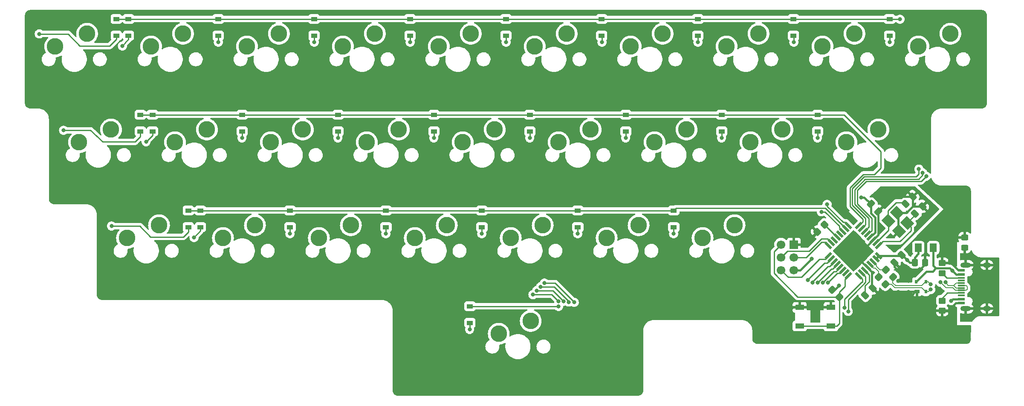
<source format=gbr>
G04 #@! TF.GenerationSoftware,KiCad,Pcbnew,(6.0.6)*
G04 #@! TF.CreationDate,2022-08-05T17:16:04-07:00*
G04 #@! TF.ProjectId,bored27-revision,626f7265-6432-4372-9d72-65766973696f,rev?*
G04 #@! TF.SameCoordinates,Original*
G04 #@! TF.FileFunction,Copper,L1,Top*
G04 #@! TF.FilePolarity,Positive*
%FSLAX46Y46*%
G04 Gerber Fmt 4.6, Leading zero omitted, Abs format (unit mm)*
G04 Created by KiCad (PCBNEW (6.0.6)) date 2022-08-05 17:16:04*
%MOMM*%
%LPD*%
G01*
G04 APERTURE LIST*
G04 Aperture macros list*
%AMRoundRect*
0 Rectangle with rounded corners*
0 $1 Rounding radius*
0 $2 $3 $4 $5 $6 $7 $8 $9 X,Y pos of 4 corners*
0 Add a 4 corners polygon primitive as box body*
4,1,4,$2,$3,$4,$5,$6,$7,$8,$9,$2,$3,0*
0 Add four circle primitives for the rounded corners*
1,1,$1+$1,$2,$3*
1,1,$1+$1,$4,$5*
1,1,$1+$1,$6,$7*
1,1,$1+$1,$8,$9*
0 Add four rect primitives between the rounded corners*
20,1,$1+$1,$2,$3,$4,$5,0*
20,1,$1+$1,$4,$5,$6,$7,0*
20,1,$1+$1,$6,$7,$8,$9,0*
20,1,$1+$1,$8,$9,$2,$3,0*%
%AMRotRect*
0 Rectangle, with rotation*
0 The origin of the aperture is its center*
0 $1 length*
0 $2 width*
0 $3 Rotation angle, in degrees counterclockwise*
0 Add horizontal line*
21,1,$1,$2,0,0,$3*%
G04 Aperture macros list end*
G04 #@! TA.AperFunction,SMDPad,CuDef*
%ADD10RoundRect,0.250000X0.565685X0.070711X0.070711X0.565685X-0.565685X-0.070711X-0.070711X-0.565685X0*%
G04 #@! TD*
G04 #@! TA.AperFunction,SMDPad,CuDef*
%ADD11RoundRect,0.250000X-0.574524X-0.097227X-0.097227X-0.574524X0.574524X0.097227X0.097227X0.574524X0*%
G04 #@! TD*
G04 #@! TA.AperFunction,SMDPad,CuDef*
%ADD12R,1.200000X0.900000*%
G04 #@! TD*
G04 #@! TA.AperFunction,SMDPad,CuDef*
%ADD13RoundRect,0.250000X-0.070711X0.565685X-0.565685X0.070711X0.070711X-0.565685X0.565685X-0.070711X0*%
G04 #@! TD*
G04 #@! TA.AperFunction,SMDPad,CuDef*
%ADD14RoundRect,0.250000X0.450000X-0.325000X0.450000X0.325000X-0.450000X0.325000X-0.450000X-0.325000X0*%
G04 #@! TD*
G04 #@! TA.AperFunction,SMDPad,CuDef*
%ADD15RoundRect,0.250000X-0.337500X-0.475000X0.337500X-0.475000X0.337500X0.475000X-0.337500X0.475000X0*%
G04 #@! TD*
G04 #@! TA.AperFunction,SMDPad,CuDef*
%ADD16R,1.000000X0.700000*%
G04 #@! TD*
G04 #@! TA.AperFunction,SMDPad,CuDef*
%ADD17R,0.600000X0.700000*%
G04 #@! TD*
G04 #@! TA.AperFunction,SMDPad,CuDef*
%ADD18RoundRect,0.250000X0.097227X-0.574524X0.574524X-0.097227X-0.097227X0.574524X-0.574524X0.097227X0*%
G04 #@! TD*
G04 #@! TA.AperFunction,SMDPad,CuDef*
%ADD19R,1.800000X1.100000*%
G04 #@! TD*
G04 #@! TA.AperFunction,SMDPad,CuDef*
%ADD20RoundRect,0.250001X-0.462499X-0.624999X0.462499X-0.624999X0.462499X0.624999X-0.462499X0.624999X0*%
G04 #@! TD*
G04 #@! TA.AperFunction,SMDPad,CuDef*
%ADD21RotRect,2.100000X1.800000X135.000000*%
G04 #@! TD*
G04 #@! TA.AperFunction,SMDPad,CuDef*
%ADD22RoundRect,0.250000X-0.565685X-0.070711X-0.070711X-0.565685X0.565685X0.070711X0.070711X0.565685X0*%
G04 #@! TD*
G04 #@! TA.AperFunction,SMDPad,CuDef*
%ADD23RoundRect,0.250000X-0.450000X0.350000X-0.450000X-0.350000X0.450000X-0.350000X0.450000X0.350000X0*%
G04 #@! TD*
G04 #@! TA.AperFunction,SMDPad,CuDef*
%ADD24RoundRect,0.250000X-0.097227X0.574524X-0.574524X0.097227X0.097227X-0.574524X0.574524X-0.097227X0*%
G04 #@! TD*
G04 #@! TA.AperFunction,SMDPad,CuDef*
%ADD25R,1.450000X0.600000*%
G04 #@! TD*
G04 #@! TA.AperFunction,SMDPad,CuDef*
%ADD26R,1.450000X0.300000*%
G04 #@! TD*
G04 #@! TA.AperFunction,ComponentPad*
%ADD27O,1.600000X1.000000*%
G04 #@! TD*
G04 #@! TA.AperFunction,ComponentPad*
%ADD28O,2.100000X1.000000*%
G04 #@! TD*
G04 #@! TA.AperFunction,SMDPad,CuDef*
%ADD29RotRect,1.600000X0.550000X225.000000*%
G04 #@! TD*
G04 #@! TA.AperFunction,SMDPad,CuDef*
%ADD30RotRect,1.600000X0.550000X315.000000*%
G04 #@! TD*
G04 #@! TA.AperFunction,SMDPad,CuDef*
%ADD31RoundRect,0.250000X0.450000X-0.350000X0.450000X0.350000X-0.450000X0.350000X-0.450000X-0.350000X0*%
G04 #@! TD*
G04 #@! TA.AperFunction,ComponentPad*
%ADD32C,3.300000*%
G04 #@! TD*
G04 #@! TA.AperFunction,ComponentPad*
%ADD33C,1.700000*%
G04 #@! TD*
G04 #@! TA.AperFunction,ComponentPad*
%ADD34R,1.700000X1.700000*%
G04 #@! TD*
G04 #@! TA.AperFunction,ViaPad*
%ADD35C,0.800000*%
G04 #@! TD*
G04 #@! TA.AperFunction,Conductor*
%ADD36C,0.254000*%
G04 #@! TD*
G04 #@! TA.AperFunction,Conductor*
%ADD37C,0.381000*%
G04 #@! TD*
G04 #@! TA.AperFunction,Conductor*
%ADD38C,0.200000*%
G04 #@! TD*
G04 APERTURE END LIST*
D10*
X220667014Y-113834614D03*
X219252800Y-112420400D03*
D11*
X217734754Y-97846754D03*
X219202000Y-99314000D03*
D12*
X92868750Y-80106250D03*
X92868750Y-83406250D03*
X130968750Y-80106250D03*
X130968750Y-83406250D03*
D13*
X208534000Y-101981000D03*
X207119786Y-103395214D03*
D14*
X236347000Y-106570999D03*
X236347000Y-104520999D03*
D12*
X121443750Y-99156250D03*
X121443750Y-102456250D03*
X67881500Y-61056250D03*
X67881500Y-64356250D03*
X202374500Y-61056250D03*
X202374500Y-64356250D03*
X178593750Y-99156250D03*
X178593750Y-102456250D03*
X126206250Y-61056250D03*
X126206250Y-64356250D03*
D15*
X226441000Y-109474000D03*
X228516000Y-109474000D03*
D12*
X140493750Y-99156250D03*
X140493750Y-102456250D03*
D16*
X226935600Y-115299999D03*
D17*
X228635600Y-115299999D03*
X228635600Y-113299999D03*
X226735600Y-113299999D03*
D12*
X70294500Y-61056250D03*
X70294500Y-64356250D03*
D18*
X226497754Y-99765246D03*
X227965000Y-98298000D03*
D12*
X150018750Y-80106250D03*
X150018750Y-83406250D03*
X183356250Y-61056250D03*
X183356250Y-64356250D03*
X159543750Y-99156250D03*
X159543750Y-102456250D03*
D18*
X224592754Y-97860246D03*
X226060000Y-96393000D03*
D12*
X84582000Y-99156250D03*
X84582000Y-102456250D03*
D19*
X209792500Y-118419000D03*
X203592500Y-118419000D03*
X203592500Y-122119000D03*
X209792500Y-122119000D03*
D20*
X227149000Y-106553000D03*
X230124000Y-106553000D03*
D12*
X102393750Y-99156250D03*
X102393750Y-102456250D03*
D21*
X224935610Y-101618610D03*
X222885000Y-99568000D03*
X221258654Y-101194346D03*
X223309264Y-103244956D03*
D12*
X188118750Y-80106250D03*
X188118750Y-83406250D03*
X75057000Y-80106250D03*
X75057000Y-83406250D03*
X221456250Y-61056250D03*
X221456250Y-64356250D03*
D22*
X210040786Y-114917786D03*
X211455000Y-116332000D03*
D10*
X222140214Y-112361414D03*
X220726000Y-110947200D03*
D12*
X138112500Y-118206250D03*
X138112500Y-121506250D03*
X164274500Y-61056250D03*
X164274500Y-64356250D03*
D23*
X231902000Y-117094000D03*
X231902000Y-119094000D03*
D12*
X82169000Y-99156250D03*
X82169000Y-102456250D03*
X145256250Y-61056250D03*
X145256250Y-64356250D03*
D24*
X218059000Y-114554000D03*
X216591754Y-116021246D03*
D12*
X111918750Y-80106250D03*
X111918750Y-83406250D03*
X207168750Y-80106250D03*
X207168750Y-83406250D03*
D25*
X235667500Y-117550000D03*
X235667500Y-116750000D03*
D26*
X235667500Y-115550000D03*
X235667500Y-114550000D03*
X235667500Y-114050000D03*
X235667500Y-113050000D03*
D25*
X235667500Y-111850000D03*
X235667500Y-111050000D03*
X235667500Y-111050000D03*
X235667500Y-111850000D03*
D26*
X235667500Y-112550000D03*
X235667500Y-113550000D03*
X235667500Y-115050000D03*
X235667500Y-116050000D03*
D25*
X235667500Y-116750000D03*
X235667500Y-117550000D03*
D27*
X240762500Y-109980000D03*
D28*
X236582500Y-109980000D03*
X236582500Y-118620000D03*
D27*
X240762500Y-118620000D03*
D24*
X223844246Y-108006754D03*
X222377000Y-109474000D03*
D12*
X169068750Y-80106250D03*
X169068750Y-83406250D03*
D29*
X219297603Y-106130945D03*
X218731917Y-105565260D03*
X218166232Y-104999574D03*
X217600547Y-104433889D03*
X217034861Y-103868203D03*
X216469176Y-103302518D03*
X215903490Y-102736833D03*
X215337805Y-102171147D03*
D30*
X213287195Y-102171147D03*
X212721510Y-102736833D03*
X212155824Y-103302518D03*
X211590139Y-103868203D03*
X211024453Y-104433889D03*
X210458768Y-104999574D03*
X209893083Y-105565260D03*
X209327397Y-106130945D03*
D29*
X209327397Y-108181555D03*
X209893083Y-108747240D03*
X210458768Y-109312926D03*
X211024453Y-109878611D03*
X211590139Y-110444297D03*
X212155824Y-111009982D03*
X212721510Y-111575667D03*
X213287195Y-112141353D03*
D30*
X215337805Y-112141353D03*
X215903490Y-111575667D03*
X216469176Y-111009982D03*
X217034861Y-110444297D03*
X217600547Y-109878611D03*
X218166232Y-109312926D03*
X218731917Y-108747240D03*
X219297603Y-108181555D03*
D12*
X72644000Y-80106250D03*
X72644000Y-83406250D03*
X88106250Y-61056250D03*
X88106250Y-64356250D03*
X107156250Y-61056250D03*
X107156250Y-64356250D03*
D31*
X231902000Y-111601000D03*
X231902000Y-109601000D03*
D32*
X131921250Y-66516250D03*
X138271250Y-63976250D03*
X117633750Y-85566250D03*
X123983750Y-83026250D03*
X60483750Y-85566250D03*
X66833750Y-83026250D03*
X165258750Y-104616250D03*
X171608750Y-102076250D03*
X155733750Y-85566250D03*
X162083750Y-83026250D03*
X227171250Y-66516250D03*
X233521250Y-63976250D03*
X189071250Y-66516250D03*
X195421250Y-63976250D03*
X208121250Y-66516250D03*
X214471250Y-63976250D03*
D33*
X199898000Y-110998000D03*
X202438000Y-110998000D03*
X199898000Y-108458000D03*
X202438000Y-108458000D03*
X199898000Y-105918000D03*
D34*
X202438000Y-105918000D03*
D32*
X98583750Y-85566250D03*
X104933750Y-83026250D03*
X146208750Y-104616250D03*
X152558750Y-102076250D03*
X170021250Y-66516250D03*
X176371250Y-63976250D03*
X143827500Y-123666250D03*
X150177500Y-121126250D03*
X212883750Y-85566250D03*
X219233750Y-83026250D03*
X108108750Y-104616250D03*
X114458750Y-102076250D03*
X127158750Y-104616250D03*
X133508750Y-102076250D03*
X89058750Y-104616250D03*
X95408750Y-102076250D03*
X112871250Y-66516250D03*
X119221250Y-63976250D03*
X193833750Y-85566250D03*
X200183750Y-83026250D03*
X93821250Y-66516250D03*
X100171250Y-63976250D03*
X136683750Y-85566250D03*
X143033750Y-83026250D03*
X74771250Y-66516250D03*
X81121250Y-63976250D03*
X70008750Y-104616250D03*
X76358750Y-102076250D03*
X174783750Y-85566250D03*
X181133750Y-83026250D03*
X184308750Y-104616250D03*
X190658750Y-102076250D03*
X55721250Y-66516250D03*
X62071250Y-63976250D03*
X79533750Y-85566250D03*
X85883750Y-83026250D03*
X150971250Y-66516250D03*
X157321250Y-63976250D03*
D35*
X225679000Y-116205000D03*
X101600000Y-76200000D03*
X106934000Y-101600000D03*
X177800000Y-76200000D03*
X127000000Y-101600000D03*
X223139000Y-115316000D03*
X76200000Y-76200000D03*
X223139000Y-113157000D03*
X225171000Y-115316000D03*
X234569000Y-104521000D03*
X219329000Y-115824000D03*
X203200000Y-101600000D03*
X152400000Y-76200000D03*
X221615000Y-104267000D03*
X233807000Y-108458000D03*
X225171000Y-113157000D03*
X181610000Y-101600000D03*
X231902000Y-107950000D03*
X73025000Y-100076000D03*
X201549000Y-119126000D03*
X54610000Y-76073000D03*
X228600000Y-76200000D03*
X223012000Y-110998000D03*
X202438000Y-76200000D03*
X233680000Y-120015000D03*
X236093000Y-122936000D03*
X231902000Y-120523000D03*
X165100000Y-127000000D03*
X227076000Y-95377000D03*
X126238000Y-76200000D03*
X228981000Y-97282000D03*
X127000000Y-127000000D03*
X206121000Y-104521000D03*
X233807000Y-106553000D03*
X149098000Y-101727000D03*
X227330000Y-110998000D03*
X224917000Y-108966000D03*
X215773000Y-96520000D03*
X205994000Y-108712000D03*
X211385786Y-114103786D03*
X223520000Y-61087000D03*
X228000500Y-91622245D03*
X52578000Y-64008000D03*
X69088000Y-66421000D03*
X88138000Y-65659000D03*
X107188000Y-65659000D03*
X126238000Y-65659000D03*
X145288000Y-65659000D03*
X164338000Y-65659000D03*
X183388000Y-65659000D03*
X202438000Y-65659000D03*
X221488000Y-65659000D03*
X57404000Y-83185000D03*
X73787000Y-85471000D03*
X92837000Y-84709000D03*
X111887000Y-84709000D03*
X130937000Y-84709000D03*
X149987000Y-84709000D03*
X169037000Y-84709000D03*
X188087000Y-84709000D03*
X207137000Y-84709000D03*
X66929000Y-102235000D03*
X83312000Y-104521000D03*
X102362000Y-103759000D03*
X121412000Y-103759000D03*
X140462000Y-103759000D03*
X159512000Y-103759000D03*
X178562000Y-103759000D03*
X155702000Y-118237000D03*
X212506500Y-118491000D03*
X138049000Y-122809000D03*
X233680000Y-117094000D03*
X233934000Y-111125000D03*
X209232147Y-113474147D03*
X150622000Y-115887500D03*
X155723107Y-117237720D03*
X156731977Y-117211416D03*
X151384000Y-115062000D03*
X208182320Y-113497959D03*
X207147560Y-113505292D03*
X157745733Y-117360440D03*
X152146000Y-114300000D03*
X158818860Y-117406140D03*
X206121000Y-113446500D03*
X152908000Y-113573500D03*
X213233000Y-119222864D03*
X205205685Y-112992500D03*
X207899000Y-99405500D03*
X209042000Y-97917000D03*
X227274000Y-90902996D03*
X228727000Y-92329000D03*
X238760000Y-114300000D03*
X241300000Y-111760000D03*
X236347000Y-108077000D03*
X236220000Y-120650000D03*
X241300000Y-116840000D03*
X231562897Y-113436400D03*
X229605333Y-113830597D03*
X232562400Y-113436400D03*
X229605333Y-114880597D03*
D36*
X225679000Y-102362000D02*
X225679000Y-103124000D01*
X225679000Y-103124000D02*
X223520000Y-105283000D01*
X226497754Y-100056466D02*
X224935610Y-101618610D01*
X226497754Y-99765246D02*
X226497754Y-100056466D01*
X220145548Y-105283000D02*
X219297603Y-106130945D01*
X223520000Y-105283000D02*
X220145548Y-105283000D01*
X224935610Y-101618610D02*
X225679000Y-102362000D01*
D37*
X235667500Y-111050000D02*
X235129000Y-111050000D01*
X207119786Y-103395214D02*
X207119786Y-103522214D01*
X207119786Y-103522214D02*
X206121000Y-104521000D01*
X218059000Y-114554000D02*
X219329000Y-115824000D01*
X224790000Y-99568000D02*
X226060000Y-98298000D01*
X217932000Y-114427000D02*
X217932000Y-111341436D01*
X228822000Y-119094000D02*
X226935600Y-117207600D01*
X233045000Y-119126000D02*
X231934000Y-119126000D01*
X222377000Y-110363000D02*
X223012000Y-110998000D01*
X217034861Y-110444297D02*
X215900000Y-109309436D01*
X202256000Y-118419000D02*
X201549000Y-119126000D01*
X223309264Y-103244956D02*
X222287220Y-104267000D01*
X226584001Y-115299999D02*
X225679000Y-116205000D01*
X218059000Y-114554000D02*
X217932000Y-114427000D01*
X231934000Y-119126000D02*
X231902000Y-119094000D01*
X231902000Y-109601000D02*
X231902000Y-107950000D01*
X226060000Y-98298000D02*
X227965000Y-98298000D01*
X217932000Y-111341436D02*
X217034861Y-110444297D01*
X231902000Y-119094000D02*
X231902000Y-120523000D01*
X222377000Y-109474000D02*
X222377000Y-110363000D01*
X222123000Y-96393000D02*
X219202000Y-99314000D01*
X203592500Y-118419000D02*
X209792500Y-118419000D01*
X222287220Y-104267000D02*
X221615000Y-104267000D01*
X236347000Y-104520999D02*
X234569000Y-104521000D01*
X222885000Y-99568000D02*
X224790000Y-99568000D01*
X215900000Y-107265806D02*
X218166232Y-104999574D01*
X215900000Y-109309436D02*
X215900000Y-107265806D01*
X223139000Y-99822000D02*
X222885000Y-99568000D01*
X219202000Y-99314000D02*
X219202000Y-103963806D01*
X223139000Y-113157000D02*
X225171000Y-113157000D01*
X228516000Y-109812000D02*
X227330000Y-110998000D01*
X228516000Y-109474000D02*
X228516000Y-109812000D01*
X223139000Y-103074692D02*
X223139000Y-99822000D01*
X226935600Y-115299999D02*
X226584001Y-115299999D01*
X234621000Y-117550000D02*
X233045000Y-119126000D01*
X226060000Y-96393000D02*
X222123000Y-96393000D01*
X233680000Y-109601000D02*
X231902000Y-109601000D01*
X231902000Y-119094000D02*
X228822000Y-119094000D01*
X219202000Y-103963806D02*
X218166232Y-104999574D01*
X203592500Y-118419000D02*
X202256000Y-118419000D01*
X235667500Y-117550000D02*
X234621000Y-117550000D01*
X227965000Y-98298000D02*
X228981000Y-97282000D01*
X223139000Y-115316000D02*
X225171000Y-115316000D01*
X226060000Y-98298000D02*
X226060000Y-96393000D01*
X235129000Y-111050000D02*
X233680000Y-109601000D01*
X226060000Y-96393000D02*
X227076000Y-95377000D01*
X223309264Y-103244956D02*
X223139000Y-103074692D01*
X226935600Y-117207600D02*
X226935600Y-115299999D01*
D36*
X221258654Y-101194346D02*
X221107000Y-101042692D01*
X221258654Y-103038523D02*
X218731917Y-105565260D01*
X221107000Y-101042692D02*
X221107000Y-99187000D01*
X221258654Y-101194346D02*
X221258654Y-103038523D01*
X224268508Y-97536000D02*
X224592754Y-97860246D01*
X221107000Y-99187000D02*
X222758000Y-97536000D01*
X222758000Y-97536000D02*
X224268508Y-97536000D01*
X217414500Y-111955306D02*
X216469176Y-111009982D01*
X217414500Y-113293500D02*
X217414500Y-111955306D01*
X216591754Y-114116246D02*
X217414500Y-113293500D01*
X216591754Y-116021246D02*
X216591754Y-114116246D01*
D37*
X227149000Y-107750000D02*
X226441000Y-108458000D01*
X210040786Y-114917786D02*
X210571786Y-114917786D01*
X218567000Y-103467436D02*
X217600547Y-104433889D01*
X226441000Y-108458000D02*
X226441000Y-109474000D01*
X210571786Y-114917786D02*
X211385786Y-114103786D01*
X218731917Y-108747240D02*
X219297603Y-108181555D01*
X224917000Y-108966000D02*
X225425000Y-109474000D01*
X223957754Y-108006754D02*
X223844246Y-108006754D01*
X216408000Y-96520000D02*
X217734754Y-97846754D01*
X218567000Y-100530000D02*
X218567000Y-103467436D01*
X225425000Y-109474000D02*
X226441000Y-109474000D01*
X215773000Y-96520000D02*
X216408000Y-96520000D01*
X217734754Y-99697754D02*
X218567000Y-100530000D01*
X203708000Y-110998000D02*
X202438000Y-110998000D01*
X227149000Y-106553000D02*
X227149000Y-107750000D01*
X219297603Y-108181555D02*
X223669445Y-108181555D01*
X223669445Y-108181555D02*
X223844246Y-108006754D01*
X205994000Y-108712000D02*
X203708000Y-110998000D01*
X224917000Y-108966000D02*
X223957754Y-108006754D01*
X217734754Y-97846754D02*
X217734754Y-99697754D01*
D36*
X145256250Y-61056250D02*
X164274500Y-61056250D01*
X217282694Y-102489000D02*
X216469176Y-103302518D01*
X164274500Y-61056250D02*
X183356250Y-61056250D01*
X67881500Y-61056250D02*
X70294500Y-61056250D01*
X228000500Y-92105448D02*
X227214948Y-92891000D01*
X214503000Y-94988948D02*
X214503000Y-97924053D01*
X107156250Y-61056250D02*
X126206250Y-61056250D01*
X223489250Y-61056250D02*
X223520000Y-61087000D01*
X216600948Y-92891000D02*
X214503000Y-94988948D01*
X228000500Y-91622245D02*
X228000500Y-92105448D01*
X217297000Y-100718053D02*
X217297000Y-102489000D01*
X227214948Y-92891000D02*
X216600948Y-92891000D01*
X202374500Y-61056250D02*
X221456250Y-61056250D01*
X221456250Y-61056250D02*
X223489250Y-61056250D01*
X183356250Y-61056250D02*
X202374500Y-61056250D01*
X70294500Y-61056250D02*
X88106250Y-61056250D01*
X126206250Y-61056250D02*
X145256250Y-61056250D01*
X88106250Y-61056250D02*
X107156250Y-61056250D01*
X217297000Y-102489000D02*
X217282694Y-102489000D01*
X214503000Y-97924053D02*
X217297000Y-100718053D01*
X67881500Y-65087500D02*
X67881500Y-64356250D01*
X58293000Y-64008000D02*
X60579000Y-66421000D01*
X52578000Y-64008000D02*
X58293000Y-64008000D01*
X60579000Y-66421000D02*
X66548000Y-66421000D01*
X66548000Y-66421000D02*
X67881500Y-65087500D01*
X70294500Y-65087500D02*
X70294500Y-64356250D01*
X69088000Y-66421000D02*
X70294500Y-65087500D01*
X88138000Y-64388000D02*
X88106250Y-64356250D01*
X88138000Y-65659000D02*
X88138000Y-64388000D01*
X107188000Y-64388000D02*
X107156250Y-64356250D01*
X107188000Y-65659000D02*
X107188000Y-64388000D01*
X126238000Y-64388000D02*
X126206250Y-64356250D01*
X126238000Y-65659000D02*
X126238000Y-64388000D01*
X145288000Y-65659000D02*
X145288000Y-64388000D01*
X145288000Y-64388000D02*
X145256250Y-64356250D01*
X164338000Y-64419750D02*
X164274500Y-64356250D01*
X164338000Y-65659000D02*
X164338000Y-64419750D01*
X183388000Y-65659000D02*
X183388000Y-64388000D01*
X183388000Y-64388000D02*
X183356250Y-64356250D01*
X202438000Y-65659000D02*
X202438000Y-64419750D01*
X202438000Y-64419750D02*
X202374500Y-64356250D01*
X221488000Y-64388000D02*
X221456250Y-64356250D01*
X221488000Y-65659000D02*
X221488000Y-64388000D01*
X216224842Y-91983000D02*
X213595000Y-94612842D01*
X216132843Y-100838000D02*
X216132843Y-101376109D01*
X111918750Y-80106250D02*
X130968750Y-80106250D01*
X219710000Y-90678000D02*
X218405000Y-91983000D01*
X218405000Y-91983000D02*
X216224842Y-91983000D01*
X150018750Y-80106250D02*
X169068750Y-80106250D01*
X207168750Y-80106250D02*
X212440250Y-80106250D01*
X219710000Y-87376000D02*
X219710000Y-90678000D01*
X72644000Y-80106250D02*
X75057000Y-80106250D01*
X216132843Y-101376109D02*
X215337805Y-102171147D01*
X213595000Y-98300158D02*
X216132843Y-100838000D01*
X75057000Y-80106250D02*
X92868750Y-80106250D01*
X188118750Y-80106250D02*
X207168750Y-80106250D01*
X169068750Y-80106250D02*
X188118750Y-80106250D01*
X213595000Y-94612842D02*
X213595000Y-98300158D01*
X92868750Y-80106250D02*
X111918750Y-80106250D01*
X130968750Y-80106250D02*
X150018750Y-80106250D01*
X212440250Y-80106250D02*
X219710000Y-87376000D01*
X62738000Y-83185000D02*
X65151000Y-85471000D01*
X72644000Y-84455000D02*
X72644000Y-83406250D01*
X65151000Y-85471000D02*
X71628000Y-85471000D01*
X71628000Y-85471000D02*
X72644000Y-84455000D01*
X57404000Y-83185000D02*
X62738000Y-83185000D01*
X73787000Y-85471000D02*
X75057000Y-84201000D01*
X75057000Y-84201000D02*
X75057000Y-83406250D01*
X92837000Y-83438000D02*
X92868750Y-83406250D01*
X92837000Y-84709000D02*
X92837000Y-83438000D01*
X111887000Y-83438000D02*
X111918750Y-83406250D01*
X111887000Y-84709000D02*
X111887000Y-83438000D01*
X130937000Y-84709000D02*
X130937000Y-83438000D01*
X130937000Y-83438000D02*
X130968750Y-83406250D01*
X149987000Y-83438000D02*
X150018750Y-83406250D01*
X149987000Y-84709000D02*
X149987000Y-83438000D01*
X169037000Y-83438000D02*
X169068750Y-83406250D01*
X169037000Y-84709000D02*
X169037000Y-83438000D01*
X188087000Y-84709000D02*
X188087000Y-83438000D01*
X188087000Y-83438000D02*
X188118750Y-83406250D01*
X207137000Y-84709000D02*
X207137000Y-83438000D01*
X207137000Y-83438000D02*
X207168750Y-83406250D01*
X102393750Y-99156250D02*
X121443750Y-99156250D01*
X212721510Y-102736833D02*
X208663677Y-98679000D01*
X178593750Y-99156250D02*
X179071000Y-98679000D01*
X179071000Y-98679000D02*
X208663677Y-98679000D01*
X159543750Y-99156250D02*
X178593750Y-99156250D01*
X121443750Y-99156250D02*
X140493750Y-99156250D01*
X140493750Y-99156250D02*
X159543750Y-99156250D01*
X84582000Y-99156250D02*
X102393750Y-99156250D01*
X82169000Y-99156250D02*
X84582000Y-99156250D01*
X74676000Y-104394000D02*
X81153000Y-104394000D01*
X72517000Y-102235000D02*
X74676000Y-104394000D01*
X66929000Y-102235000D02*
X72517000Y-102235000D01*
X81153000Y-104394000D02*
X82169000Y-103378000D01*
X82169000Y-103378000D02*
X82169000Y-102456250D01*
X84582000Y-103124000D02*
X84582000Y-102456250D01*
X83312000Y-104521000D02*
X84582000Y-103124000D01*
X102362000Y-102488000D02*
X102393750Y-102456250D01*
X102362000Y-103759000D02*
X102362000Y-102488000D01*
X121412000Y-103759000D02*
X121412000Y-102488000D01*
X121412000Y-102488000D02*
X121443750Y-102456250D01*
X140462000Y-102488000D02*
X140493750Y-102456250D01*
X140462000Y-103759000D02*
X140462000Y-102488000D01*
X159512000Y-103759000D02*
X159512000Y-102488000D01*
X159512000Y-102488000D02*
X159543750Y-102456250D01*
X178562000Y-102488000D02*
X178593750Y-102456250D01*
X178562000Y-103759000D02*
X178562000Y-102488000D01*
X216027000Y-112776000D02*
X215392353Y-112141353D01*
X215914104Y-113396896D02*
X216027000Y-113396896D01*
X212506500Y-118491000D02*
X212506500Y-116804500D01*
X215392353Y-112141353D02*
X215337805Y-112141353D01*
X155671250Y-118206250D02*
X138112500Y-118206250D01*
X212506500Y-116804500D02*
X215914104Y-113396896D01*
X155702000Y-118237000D02*
X155671250Y-118206250D01*
X216027000Y-113396896D02*
X216027000Y-112776000D01*
X138049000Y-121569750D02*
X138112500Y-121506250D01*
X138049000Y-122809000D02*
X138049000Y-121569750D01*
D37*
X230124000Y-110096000D02*
X230124000Y-106553000D01*
X233934000Y-111125000D02*
X233419500Y-110610500D01*
X235667500Y-116750000D02*
X234024000Y-116750000D01*
X233934000Y-111125000D02*
X234659000Y-111850000D01*
X230638500Y-110610500D02*
X229997000Y-111252000D01*
X234024000Y-116750000D02*
X233680000Y-117094000D01*
X233419500Y-110610500D02*
X230638500Y-110610500D01*
X230638500Y-110610500D02*
X230124000Y-110096000D01*
X228783599Y-111252000D02*
X226735600Y-113299999D01*
X229997000Y-111252000D02*
X228783599Y-111252000D01*
X234659000Y-111850000D02*
X235667500Y-111850000D01*
D36*
X231902000Y-117094000D02*
X231902000Y-116586000D01*
X231902000Y-116586000D02*
X232938000Y-115550000D01*
X232938000Y-115550000D02*
X235667500Y-115550000D01*
D38*
X219252800Y-111265399D02*
X218561003Y-110573603D01*
X218295539Y-110573603D02*
X217600547Y-109878611D01*
X219252800Y-112420400D02*
X219252800Y-111265399D01*
X218561003Y-110573603D02*
X218295539Y-110573603D01*
X218879203Y-110255403D02*
X218879203Y-110025897D01*
X218879203Y-110025897D02*
X218166232Y-109312926D01*
X220726000Y-110947200D02*
X219570999Y-110947200D01*
X219570999Y-110947200D02*
X218879203Y-110255403D01*
D36*
X232851000Y-112550000D02*
X231902000Y-111601000D01*
X235667500Y-112550000D02*
X232851000Y-112550000D01*
X201295000Y-112395000D02*
X203962000Y-112395000D01*
X199898000Y-110998000D02*
X201295000Y-112395000D01*
X207518000Y-108839000D02*
X208669952Y-108839000D01*
X208669952Y-108839000D02*
X209327397Y-108181555D01*
X203962000Y-112395000D02*
X207518000Y-108839000D01*
X201169450Y-107186550D02*
X205480398Y-107186550D01*
X205480398Y-107186550D02*
X207891948Y-104775000D01*
X209102823Y-104775000D02*
X209893083Y-105565260D01*
X199898000Y-108458000D02*
X201169450Y-107186550D01*
X207891948Y-104775000D02*
X209102823Y-104775000D01*
X209327397Y-106076397D02*
X209327397Y-106130945D01*
X204851000Y-108458000D02*
X207899000Y-105410000D01*
X207899000Y-105410000D02*
X208661000Y-105410000D01*
X208661000Y-105410000D02*
X209327397Y-106076397D01*
X202438000Y-108458000D02*
X204851000Y-108458000D01*
X203200000Y-116332000D02*
X211455000Y-116332000D01*
X198501000Y-111633000D02*
X203200000Y-116332000D01*
X210946500Y-122119000D02*
X211455000Y-121610500D01*
X203592500Y-122119000D02*
X209792500Y-122119000D01*
X209792500Y-122119000D02*
X210946500Y-122119000D01*
X211455000Y-121610500D02*
X211455000Y-116332000D01*
X198501000Y-107315000D02*
X198501000Y-111633000D01*
X212598000Y-114236500D02*
X212598000Y-112830548D01*
X211455000Y-115379500D02*
X212598000Y-114236500D01*
X212598000Y-112830548D02*
X213287195Y-112141353D01*
X211455000Y-116332000D02*
X211455000Y-115379500D01*
X199898000Y-105918000D02*
X198501000Y-107315000D01*
X211073294Y-111633000D02*
X211532806Y-111633000D01*
X209232147Y-113474147D02*
X211073294Y-111633000D01*
X150622000Y-115887500D02*
X154372887Y-115887500D01*
X154372887Y-115887500D02*
X155723107Y-117237720D01*
X211532806Y-111633000D02*
X212155824Y-111009982D01*
X210782436Y-111252000D02*
X211590139Y-110444297D01*
X154582561Y-115062000D02*
X156731977Y-117211416D01*
X151384000Y-115062000D02*
X154582561Y-115062000D01*
X208182320Y-113497959D02*
X208182320Y-113496546D01*
X210426866Y-111252000D02*
X210782436Y-111252000D01*
X208182320Y-113496546D02*
X210426866Y-111252000D01*
X157745733Y-117360440D02*
X157745733Y-117197038D01*
X207147560Y-113503878D02*
X209907438Y-110744000D01*
X210159064Y-110744000D02*
X211024453Y-109878611D01*
X207147560Y-113505292D02*
X207147560Y-113503878D01*
X209907438Y-110744000D02*
X210159064Y-110744000D01*
X154848695Y-114300000D02*
X152146000Y-114300000D01*
X157745733Y-117197038D02*
X154848695Y-114300000D01*
X209215026Y-110236000D02*
X209535694Y-110236000D01*
X209535694Y-110236000D02*
X210458768Y-109312926D01*
X206121000Y-113446500D02*
X206121000Y-113330026D01*
X154986220Y-113573500D02*
X158818860Y-117406140D01*
X206121000Y-113330026D02*
X209215026Y-110236000D01*
X152908000Y-113573500D02*
X154986220Y-113573500D01*
X213233000Y-119222864D02*
X213233000Y-116840000D01*
X216662000Y-113403948D02*
X216662000Y-112334177D01*
X214503000Y-115570000D02*
X214503000Y-115562948D01*
X216662000Y-112334177D02*
X215903490Y-111575667D01*
X213233000Y-116840000D02*
X214503000Y-115570000D01*
X214503000Y-115562948D02*
X216662000Y-113403948D01*
X205205685Y-112892357D02*
X208497042Y-109601000D01*
X209039323Y-109601000D02*
X209893083Y-108747240D01*
X205205685Y-112992500D02*
X205205685Y-112892357D01*
X208497042Y-109601000D02*
X209039323Y-109601000D01*
X212141518Y-103302518D02*
X212155824Y-103302518D01*
X211455000Y-102235000D02*
X211455000Y-102616000D01*
X207899000Y-99405500D02*
X208625500Y-99405500D01*
X208625500Y-99405500D02*
X211455000Y-102235000D01*
X211455000Y-102616000D02*
X212141518Y-103302518D01*
X212589048Y-101473000D02*
X213287195Y-102171147D01*
X209042000Y-97917000D02*
X209042000Y-98298000D01*
X209042000Y-98298000D02*
X212217000Y-101473000D01*
X212217000Y-101473000D02*
X212589048Y-101473000D01*
X214049000Y-94800895D02*
X214049000Y-98112105D01*
X216662000Y-101978323D02*
X215903490Y-102736833D01*
X214049000Y-98112105D02*
X216662000Y-100725105D01*
X227273500Y-90903496D02*
X227273500Y-91877500D01*
X227274000Y-90902996D02*
X227273500Y-90903496D01*
X216412895Y-92437000D02*
X214049000Y-94800895D01*
X227273500Y-91877500D02*
X226714000Y-92437000D01*
X216662000Y-100725105D02*
X216662000Y-101978323D01*
X226714000Y-92437000D02*
X216412895Y-92437000D01*
X217932000Y-100711000D02*
X215011000Y-97790000D01*
X217187797Y-103868203D02*
X217932000Y-103124000D01*
X217034861Y-103868203D02*
X217187797Y-103868203D01*
X217932000Y-103124000D02*
X217932000Y-100711000D01*
X227711000Y-93345000D02*
X228727000Y-92329000D01*
X215011000Y-95123000D02*
X216789000Y-93345000D01*
X216789000Y-93345000D02*
X227711000Y-93345000D01*
X215011000Y-97790000D02*
X215011000Y-95123000D01*
X210986889Y-104433889D02*
X211024453Y-104433889D01*
X208534000Y-101981000D02*
X210986889Y-104433889D01*
X236347000Y-106570999D02*
X236347000Y-108077000D01*
D38*
X236642500Y-114050000D02*
X235667500Y-114050000D01*
X234557000Y-115050000D02*
X235667500Y-115050000D01*
X236855000Y-114837500D02*
X236855000Y-114262500D01*
X231562897Y-113436400D02*
X232629697Y-114503200D01*
X228635600Y-113299999D02*
X229074735Y-113299999D01*
X229074735Y-113299999D02*
X229605333Y-113830597D01*
X227810600Y-114096800D02*
X222656400Y-114096800D01*
X222097600Y-113538000D02*
X222140214Y-112361414D01*
X234031999Y-114503200D02*
X234557000Y-115050000D01*
X222656400Y-114096800D02*
X222097600Y-113538000D01*
X236855000Y-114262500D02*
X236642500Y-114050000D01*
X235667500Y-115050000D02*
X236642500Y-115050000D01*
X236642500Y-115050000D02*
X236855000Y-114837500D01*
X228585600Y-113299999D02*
X227810600Y-114096800D01*
X228635600Y-113299999D02*
X228585600Y-113299999D01*
X232629697Y-114503200D02*
X234031999Y-114503200D01*
X228635600Y-115299999D02*
X229185931Y-115299999D01*
X229185931Y-115299999D02*
X229605333Y-114880597D01*
X233070400Y-114046000D02*
X234196500Y-114046000D01*
X234700500Y-114550000D02*
X235667500Y-114550000D01*
X228585600Y-115299999D02*
X227810600Y-114524999D01*
X228635600Y-115299999D02*
X228585600Y-115299999D01*
X222512400Y-114524999D02*
X221822015Y-113834614D01*
X234196500Y-114046000D02*
X234700500Y-114550000D01*
X235667500Y-113550000D02*
X234692500Y-113550000D01*
X227810600Y-114524999D02*
X222512400Y-114524999D01*
X221822015Y-113834614D02*
X220667014Y-113834614D01*
X232562400Y-113436400D02*
X233070400Y-114046000D01*
X234692500Y-113550000D02*
X234196500Y-114046000D01*
G04 #@! TA.AperFunction,Conductor*
G36*
X226456160Y-94380958D02*
G01*
X226472148Y-94393139D01*
X231295637Y-98717809D01*
X231333005Y-98778176D01*
X231331803Y-98849163D01*
X231301256Y-98900079D01*
X223657092Y-106654231D01*
X223596456Y-106688367D01*
X223485830Y-106714620D01*
X223327750Y-106793954D01*
X223322417Y-106798296D01*
X223322415Y-106798297D01*
X223248811Y-106858220D01*
X223248805Y-106858226D01*
X223246317Y-106860251D01*
X222697743Y-107408825D01*
X222675691Y-107435982D01*
X222617225Y-107476254D01*
X222577879Y-107482555D01*
X222297274Y-107482555D01*
X222229153Y-107462553D01*
X222214449Y-107451507D01*
X220710443Y-106139448D01*
X220672259Y-106079594D01*
X220672496Y-106008598D01*
X220711079Y-105949000D01*
X220775758Y-105919723D01*
X220793273Y-105918500D01*
X223440980Y-105918500D01*
X223452214Y-105919030D01*
X223459719Y-105920708D01*
X223528012Y-105918562D01*
X223531969Y-105918500D01*
X223559983Y-105918500D01*
X223563908Y-105918004D01*
X223563909Y-105918004D01*
X223564004Y-105917992D01*
X223575849Y-105917059D01*
X223605670Y-105916122D01*
X223612282Y-105915914D01*
X223612283Y-105915914D01*
X223620205Y-105915665D01*
X223639749Y-105909987D01*
X223659112Y-105905977D01*
X223671440Y-105904420D01*
X223671442Y-105904420D01*
X223679299Y-105903427D01*
X223686663Y-105900511D01*
X223686668Y-105900510D01*
X223720556Y-105887093D01*
X223731785Y-105883248D01*
X223748465Y-105878402D01*
X223774393Y-105870869D01*
X223781220Y-105866831D01*
X223781223Y-105866830D01*
X223791906Y-105860512D01*
X223809664Y-105851812D01*
X223821215Y-105847239D01*
X223821221Y-105847235D01*
X223828588Y-105844319D01*
X223864491Y-105818234D01*
X223874410Y-105811719D01*
X223905768Y-105793174D01*
X223905772Y-105793171D01*
X223912598Y-105789134D01*
X223926982Y-105774750D01*
X223942016Y-105761909D01*
X223952073Y-105754602D01*
X223958487Y-105749942D01*
X223986778Y-105715744D01*
X223994767Y-105706965D01*
X226072483Y-103629250D01*
X226080809Y-103621674D01*
X226087303Y-103617553D01*
X226134086Y-103567734D01*
X226136840Y-103564893D01*
X226156639Y-103545094D01*
X226159068Y-103541963D01*
X226159072Y-103541958D01*
X226159139Y-103541872D01*
X226166847Y-103532847D01*
X226191791Y-103506285D01*
X226191794Y-103506281D01*
X226197217Y-103500506D01*
X226201036Y-103493560D01*
X226201039Y-103493555D01*
X226207022Y-103482672D01*
X226217878Y-103466144D01*
X226225492Y-103456329D01*
X226225494Y-103456326D01*
X226230349Y-103450067D01*
X226233495Y-103442797D01*
X226233498Y-103442792D01*
X226247969Y-103409350D01*
X226253192Y-103398689D01*
X226270749Y-103366753D01*
X226270751Y-103366748D01*
X226274569Y-103359803D01*
X226276539Y-103352129D01*
X226276542Y-103352122D01*
X226279632Y-103340087D01*
X226286036Y-103321382D01*
X226290967Y-103309987D01*
X226294117Y-103302708D01*
X226301060Y-103258873D01*
X226303467Y-103247251D01*
X226314500Y-103204282D01*
X226314500Y-103183935D01*
X226316051Y-103164224D01*
X226317995Y-103151950D01*
X226319235Y-103144121D01*
X226315059Y-103099944D01*
X226314500Y-103088086D01*
X226314500Y-102495962D01*
X226334502Y-102427841D01*
X226351405Y-102406867D01*
X226708068Y-102050204D01*
X226721524Y-102033468D01*
X226742312Y-102007614D01*
X226742314Y-102007611D01*
X226747261Y-102001458D01*
X226807548Y-101868862D01*
X226811958Y-101838072D01*
X226826924Y-101733565D01*
X226828197Y-101724676D01*
X226826924Y-101715787D01*
X226808821Y-101589376D01*
X226808820Y-101589373D01*
X226807548Y-101580490D01*
X226747261Y-101447894D01*
X226742314Y-101441741D01*
X226742312Y-101441738D01*
X226710208Y-101401810D01*
X226708068Y-101399148D01*
X226619381Y-101310461D01*
X226585355Y-101248149D01*
X226590420Y-101177334D01*
X226632967Y-101120498D01*
X226684485Y-101099932D01*
X226684078Y-101098219D01*
X226849049Y-101059070D01*
X226849050Y-101059070D01*
X226856170Y-101057380D01*
X227014250Y-100978046D01*
X227019585Y-100973703D01*
X227093189Y-100913780D01*
X227093195Y-100913774D01*
X227095683Y-100911749D01*
X227644257Y-100363175D01*
X227674051Y-100326483D01*
X227706939Y-100285981D01*
X227706941Y-100285977D01*
X227711285Y-100280628D01*
X227714363Y-100274467D01*
X227714366Y-100274463D01*
X227787073Y-100128951D01*
X227787074Y-100128949D01*
X227790342Y-100122408D01*
X227830881Y-99950246D01*
X227830727Y-99773376D01*
X227829496Y-99768190D01*
X227841278Y-99699008D01*
X227889143Y-99646573D01*
X227957759Y-99628340D01*
X227968980Y-99629133D01*
X227981830Y-99630620D01*
X228143948Y-99630479D01*
X228158384Y-99628783D01*
X228316122Y-99591350D01*
X228329786Y-99586377D01*
X228475072Y-99513465D01*
X228486555Y-99506036D01*
X228560105Y-99446156D01*
X228564879Y-99441846D01*
X228644449Y-99362275D01*
X228652059Y-99348339D01*
X228651928Y-99346502D01*
X228647676Y-99339886D01*
X227694885Y-98387095D01*
X227660859Y-98324783D01*
X227662694Y-98299132D01*
X228329408Y-98299132D01*
X228329539Y-98300965D01*
X228333790Y-98307580D01*
X229003655Y-98977445D01*
X229017599Y-98985059D01*
X229019432Y-98984928D01*
X229026047Y-98980677D01*
X229108819Y-98897905D01*
X229113168Y-98893082D01*
X229173767Y-98818452D01*
X229181189Y-98806941D01*
X229253843Y-98661540D01*
X229258793Y-98647866D01*
X229295948Y-98490067D01*
X229297620Y-98475622D01*
X229297479Y-98313506D01*
X229295783Y-98299070D01*
X229258350Y-98141333D01*
X229253377Y-98127669D01*
X229180466Y-97982385D01*
X229173035Y-97970900D01*
X229113146Y-97897337D01*
X229108857Y-97892586D01*
X228932048Y-97715778D01*
X228918110Y-97708167D01*
X228916274Y-97708299D01*
X228909662Y-97712548D01*
X228337022Y-98285188D01*
X228329408Y-98299132D01*
X227662694Y-98299132D01*
X227665924Y-98253968D01*
X227694885Y-98208905D01*
X228547218Y-97356572D01*
X228554832Y-97342628D01*
X228554701Y-97340795D01*
X228550450Y-97334180D01*
X228370451Y-97154181D01*
X228365628Y-97149832D01*
X228290998Y-97089233D01*
X228279487Y-97081811D01*
X228134086Y-97009157D01*
X228120412Y-97004207D01*
X227962613Y-96967052D01*
X227948168Y-96965380D01*
X227786052Y-96965521D01*
X227771616Y-96967217D01*
X227613878Y-97004650D01*
X227600214Y-97009623D01*
X227454933Y-97082533D01*
X227440159Y-97092091D01*
X227372099Y-97112298D01*
X227303918Y-97092502D01*
X227257263Y-97038987D01*
X227246947Y-96968744D01*
X227265820Y-96918023D01*
X227276190Y-96901939D01*
X227348843Y-96756540D01*
X227353793Y-96742866D01*
X227390948Y-96585067D01*
X227392620Y-96570622D01*
X227392479Y-96408506D01*
X227390783Y-96394070D01*
X227353350Y-96236333D01*
X227348377Y-96222669D01*
X227275466Y-96077385D01*
X227268035Y-96065900D01*
X227208146Y-95992337D01*
X227203857Y-95987586D01*
X227027048Y-95810778D01*
X227013110Y-95803167D01*
X227011274Y-95803299D01*
X227004662Y-95807548D01*
X226149095Y-96663115D01*
X226086783Y-96697141D01*
X226015968Y-96692076D01*
X225970905Y-96663115D01*
X225021345Y-95713555D01*
X225007401Y-95705941D01*
X225005568Y-95706072D01*
X224998953Y-95710323D01*
X224916181Y-95793095D01*
X224911832Y-95797918D01*
X224851233Y-95872548D01*
X224843811Y-95884059D01*
X224771157Y-96029460D01*
X224766207Y-96043134D01*
X224729052Y-96200933D01*
X224727380Y-96215378D01*
X224727521Y-96377493D01*
X224728848Y-96388791D01*
X224716931Y-96458781D01*
X224669067Y-96511216D01*
X224600452Y-96529451D01*
X224590096Y-96528719D01*
X224583300Y-96527119D01*
X224575984Y-96527125D01*
X224575981Y-96527125D01*
X224494674Y-96527196D01*
X224406430Y-96527273D01*
X224339450Y-96543168D01*
X224241459Y-96566422D01*
X224241458Y-96566422D01*
X224234338Y-96568112D01*
X224227799Y-96571394D01*
X224227798Y-96571394D01*
X224095939Y-96637569D01*
X224076258Y-96647446D01*
X224070925Y-96651788D01*
X224070923Y-96651789D01*
X223997319Y-96711712D01*
X223997313Y-96711718D01*
X223994825Y-96713743D01*
X223844973Y-96863595D01*
X223782661Y-96897621D01*
X223755878Y-96900500D01*
X222837032Y-96900500D01*
X222825793Y-96899970D01*
X222818281Y-96898291D01*
X222810356Y-96898540D01*
X222810355Y-96898540D01*
X222749970Y-96900438D01*
X222746012Y-96900500D01*
X222718017Y-96900500D01*
X222714083Y-96900997D01*
X222714081Y-96900997D01*
X222713994Y-96901008D01*
X222702160Y-96901940D01*
X222657795Y-96903335D01*
X222650182Y-96905547D01*
X222650181Y-96905547D01*
X222638252Y-96909013D01*
X222618888Y-96913023D01*
X222606560Y-96914580D01*
X222606558Y-96914580D01*
X222598701Y-96915573D01*
X222591337Y-96918489D01*
X222591332Y-96918490D01*
X222557444Y-96931907D01*
X222546215Y-96935752D01*
X222532241Y-96939812D01*
X222503607Y-96948131D01*
X222496781Y-96952168D01*
X222486091Y-96958490D01*
X222468341Y-96967187D01*
X222449412Y-96974681D01*
X222442998Y-96979341D01*
X222413514Y-97000762D01*
X222403594Y-97007278D01*
X222372229Y-97025827D01*
X222372226Y-97025829D01*
X222365402Y-97029865D01*
X222351014Y-97044253D01*
X222335980Y-97057094D01*
X222319513Y-97069058D01*
X222314460Y-97075166D01*
X222291228Y-97103249D01*
X222283238Y-97112029D01*
X220713517Y-98681750D01*
X220705191Y-98689326D01*
X220698697Y-98693447D01*
X220693274Y-98699222D01*
X220651915Y-98743265D01*
X220649160Y-98746107D01*
X220629361Y-98765906D01*
X220626937Y-98769031D01*
X220626929Y-98769040D01*
X220626863Y-98769126D01*
X220619155Y-98778151D01*
X220599524Y-98799056D01*
X220538312Y-98835021D01*
X220467372Y-98832184D01*
X220409962Y-98792354D01*
X220350156Y-98718895D01*
X220345846Y-98714121D01*
X220266275Y-98634551D01*
X220252339Y-98626941D01*
X220250502Y-98627072D01*
X220243886Y-98631324D01*
X219291095Y-99584115D01*
X219228783Y-99618141D01*
X219157968Y-99613076D01*
X219112905Y-99584115D01*
X218931885Y-99403095D01*
X218897859Y-99340783D01*
X218902924Y-99269968D01*
X218931885Y-99224905D01*
X219881445Y-98275345D01*
X219889059Y-98261401D01*
X219888928Y-98259568D01*
X219884677Y-98252953D01*
X219801905Y-98170181D01*
X219797082Y-98165832D01*
X219722452Y-98105233D01*
X219710941Y-98097811D01*
X219565540Y-98025157D01*
X219551866Y-98020207D01*
X219394067Y-97983052D01*
X219379622Y-97981380D01*
X219217507Y-97981521D01*
X219206209Y-97982848D01*
X219136219Y-97970931D01*
X219083784Y-97923067D01*
X219065549Y-97854452D01*
X219066281Y-97844096D01*
X219067881Y-97837300D01*
X219067844Y-97794008D01*
X219067772Y-97712548D01*
X219067727Y-97660430D01*
X219035730Y-97525596D01*
X219028578Y-97495459D01*
X219028578Y-97495458D01*
X219026888Y-97488338D01*
X218993550Y-97421908D01*
X218950640Y-97336407D01*
X218947554Y-97330258D01*
X218936779Y-97317023D01*
X218883288Y-97251319D01*
X218883282Y-97251313D01*
X218881257Y-97248825D01*
X218332683Y-96700251D01*
X218328853Y-96697141D01*
X218255489Y-96637569D01*
X218255485Y-96637567D01*
X218250136Y-96633223D01*
X218243975Y-96630145D01*
X218243971Y-96630142D01*
X218098459Y-96557435D01*
X218098457Y-96557434D01*
X218091916Y-96554166D01*
X217977052Y-96527119D01*
X217926877Y-96515304D01*
X217926875Y-96515304D01*
X217919754Y-96513627D01*
X217912438Y-96513633D01*
X217912435Y-96513633D01*
X217831128Y-96513704D01*
X217742884Y-96513781D01*
X217709102Y-96521798D01*
X217619048Y-96543168D01*
X217548149Y-96539435D01*
X217490524Y-96497965D01*
X217464467Y-96431922D01*
X217478252Y-96362277D01*
X217504628Y-96327863D01*
X218575114Y-95342661D01*
X225372941Y-95342661D01*
X225373072Y-95344498D01*
X225377324Y-95351114D01*
X226047188Y-96020978D01*
X226061132Y-96028592D01*
X226062965Y-96028461D01*
X226069580Y-96024210D01*
X226642218Y-95451572D01*
X226649832Y-95437628D01*
X226649701Y-95435795D01*
X226645450Y-95429180D01*
X226465451Y-95249181D01*
X226460628Y-95244832D01*
X226385998Y-95184233D01*
X226374487Y-95176811D01*
X226229086Y-95104157D01*
X226215412Y-95099207D01*
X226057613Y-95062052D01*
X226043168Y-95060380D01*
X225881052Y-95060521D01*
X225866616Y-95062217D01*
X225708878Y-95099650D01*
X225695214Y-95104623D01*
X225549928Y-95177535D01*
X225538445Y-95184964D01*
X225464895Y-95244844D01*
X225460121Y-95249154D01*
X225380551Y-95328725D01*
X225372941Y-95342661D01*
X218575114Y-95342661D01*
X218676686Y-95249181D01*
X219605584Y-94394288D01*
X219669253Y-94362875D01*
X219690909Y-94361000D01*
X223071870Y-94360978D01*
X226388040Y-94360956D01*
X226456160Y-94380958D01*
G37*
G04 #@! TD.AperFunction*
G04 #@! TA.AperFunction,Conductor*
G36*
X223353297Y-102945880D02*
G01*
X223398359Y-102974841D01*
X223579379Y-103155861D01*
X223613405Y-103218173D01*
X223608340Y-103288988D01*
X223579379Y-103334051D01*
X222506076Y-104407355D01*
X222498462Y-104421299D01*
X222498593Y-104423133D01*
X222502842Y-104429745D01*
X222505502Y-104432405D01*
X222539528Y-104494717D01*
X222534463Y-104565532D01*
X222491916Y-104622368D01*
X222425396Y-104647179D01*
X222416407Y-104647500D01*
X220852600Y-104647500D01*
X220784479Y-104627498D01*
X220737986Y-104573842D01*
X220727882Y-104503568D01*
X220757376Y-104438988D01*
X220763505Y-104432405D01*
X221545407Y-103650503D01*
X221607719Y-103616477D01*
X221678534Y-103621542D01*
X221723597Y-103650503D01*
X222121239Y-104048145D01*
X222135184Y-104055759D01*
X222137018Y-104055628D01*
X222143632Y-104051377D01*
X223220169Y-102974841D01*
X223282481Y-102940815D01*
X223353297Y-102945880D01*
G37*
G04 #@! TD.AperFunction*
G04 #@! TA.AperFunction,Conductor*
G36*
X219474512Y-101401994D02*
G01*
X219484927Y-101412230D01*
X219486196Y-101413808D01*
X220586249Y-102513861D01*
X220620275Y-102576173D01*
X220623154Y-102602956D01*
X220623154Y-102723101D01*
X220603152Y-102791222D01*
X220586249Y-102812196D01*
X219137386Y-104261058D01*
X219075074Y-104295084D01*
X219066173Y-104296687D01*
X219043866Y-104299882D01*
X218973599Y-104289738D01*
X218919970Y-104243214D01*
X218900007Y-104175082D01*
X218920048Y-104106973D01*
X218936912Y-104086059D01*
X219041038Y-103981933D01*
X219047304Y-103976079D01*
X219084549Y-103943588D01*
X219090274Y-103938594D01*
X219126494Y-103887058D01*
X219130427Y-103881762D01*
X219164606Y-103838173D01*
X219164608Y-103838170D01*
X219169292Y-103832196D01*
X219172418Y-103825272D01*
X219174256Y-103822237D01*
X219181500Y-103809538D01*
X219183188Y-103806390D01*
X219187556Y-103800175D01*
X219210438Y-103741486D01*
X219212978Y-103735441D01*
X219238913Y-103678001D01*
X219240298Y-103670528D01*
X219241369Y-103667110D01*
X219245354Y-103653121D01*
X219246251Y-103649629D01*
X219249012Y-103642547D01*
X219251589Y-103622977D01*
X219257233Y-103580106D01*
X219258265Y-103573593D01*
X219268361Y-103519118D01*
X219268361Y-103519116D01*
X219269745Y-103511649D01*
X219269103Y-103500506D01*
X219266209Y-103450324D01*
X219266000Y-103443071D01*
X219266000Y-101497218D01*
X219286002Y-101429097D01*
X219339658Y-101382604D01*
X219409932Y-101372500D01*
X219474512Y-101401994D01*
G37*
G04 #@! TD.AperFunction*
G04 #@! TA.AperFunction,Conductor*
G36*
X225252143Y-99067437D02*
G01*
X225298799Y-99120952D01*
X225309115Y-99191195D01*
X225290239Y-99241922D01*
X225288569Y-99244512D01*
X225284223Y-99249864D01*
X225281144Y-99256027D01*
X225281141Y-99256031D01*
X225216863Y-99384674D01*
X225205166Y-99408084D01*
X225164627Y-99580246D01*
X225164633Y-99587562D01*
X225164633Y-99587565D01*
X225164677Y-99637679D01*
X225144734Y-99705817D01*
X225091119Y-99752357D01*
X225020854Y-99762522D01*
X224986526Y-99752490D01*
X224981899Y-99750386D01*
X224981898Y-99750386D01*
X224973730Y-99746672D01*
X224877053Y-99732827D01*
X224812461Y-99703372D01*
X224774044Y-99643667D01*
X224770193Y-99625963D01*
X224757726Y-99538907D01*
X224752739Y-99521852D01*
X224699493Y-99404743D01*
X224687134Y-99384674D01*
X224689807Y-99383028D01*
X224668267Y-99330867D01*
X224680946Y-99261012D01*
X224729380Y-99209101D01*
X224776398Y-99193221D01*
X224779078Y-99193219D01*
X224786198Y-99191529D01*
X224786201Y-99191529D01*
X224944049Y-99154070D01*
X224944050Y-99154070D01*
X224951170Y-99152380D01*
X225109250Y-99073046D01*
X225114585Y-99068703D01*
X225115903Y-99067850D01*
X225183962Y-99047642D01*
X225252143Y-99067437D01*
G37*
G04 #@! TD.AperFunction*
G04 #@! TA.AperFunction,Conductor*
G36*
X226721082Y-97598498D02*
G01*
X226767737Y-97652013D01*
X226778053Y-97722256D01*
X226759180Y-97772977D01*
X226748810Y-97789061D01*
X226676157Y-97934460D01*
X226671207Y-97948134D01*
X226634052Y-98105933D01*
X226632380Y-98120378D01*
X226632521Y-98282493D01*
X226633848Y-98293791D01*
X226621931Y-98363781D01*
X226574067Y-98416216D01*
X226505452Y-98434451D01*
X226495096Y-98433719D01*
X226488300Y-98432119D01*
X226480984Y-98432125D01*
X226480981Y-98432125D01*
X226399674Y-98432196D01*
X226311430Y-98432273D01*
X226225384Y-98452692D01*
X226146459Y-98471422D01*
X226146458Y-98471422D01*
X226139338Y-98473112D01*
X226132799Y-98476394D01*
X226132798Y-98476394D01*
X226076715Y-98504540D01*
X225981258Y-98552446D01*
X225975923Y-98556789D01*
X225974605Y-98557642D01*
X225906546Y-98577850D01*
X225838365Y-98558055D01*
X225791709Y-98504540D01*
X225781393Y-98434297D01*
X225800269Y-98383570D01*
X225801939Y-98380980D01*
X225806285Y-98375628D01*
X225809364Y-98369465D01*
X225809367Y-98369461D01*
X225882073Y-98223951D01*
X225882074Y-98223949D01*
X225885342Y-98217408D01*
X225925881Y-98045246D01*
X225925871Y-98033078D01*
X225925796Y-97948134D01*
X225925727Y-97868376D01*
X225924496Y-97863190D01*
X225936278Y-97794008D01*
X225984143Y-97741573D01*
X226052759Y-97723340D01*
X226063980Y-97724133D01*
X226076830Y-97725620D01*
X226238948Y-97725479D01*
X226253384Y-97723783D01*
X226411122Y-97686350D01*
X226424786Y-97681377D01*
X226570067Y-97608467D01*
X226584841Y-97598909D01*
X226652901Y-97578702D01*
X226721082Y-97598498D01*
G37*
G04 #@! TD.AperFunction*
G04 #@! TA.AperFunction,Conductor*
G36*
X236543121Y-106337001D02*
G01*
X236589614Y-106390657D01*
X236601000Y-106442999D01*
X236601000Y-107635883D01*
X236605475Y-107651122D01*
X236606865Y-107652327D01*
X236614548Y-107653998D01*
X236844095Y-107653998D01*
X236850614Y-107653661D01*
X236946206Y-107643742D01*
X236959600Y-107640850D01*
X237113784Y-107589411D01*
X237126962Y-107583238D01*
X237264807Y-107497936D01*
X237276208Y-107488900D01*
X237390739Y-107374170D01*
X237399751Y-107362759D01*
X237484816Y-107224756D01*
X237490963Y-107211575D01*
X237522344Y-107116965D01*
X237562775Y-107058606D01*
X237628339Y-107031369D01*
X237698221Y-107043903D01*
X237750233Y-107092227D01*
X237760947Y-107115249D01*
X237778644Y-107166141D01*
X237900659Y-107410301D01*
X237974880Y-107520622D01*
X238021160Y-107589411D01*
X238053021Y-107636769D01*
X238233206Y-107841794D01*
X238438231Y-108021979D01*
X238441586Y-108024236D01*
X238441591Y-108024240D01*
X238553619Y-108099609D01*
X238664699Y-108174341D01*
X238908859Y-108296356D01*
X239166667Y-108386004D01*
X239170626Y-108386831D01*
X239170627Y-108386831D01*
X239429882Y-108440969D01*
X239429889Y-108440970D01*
X239433854Y-108441798D01*
X239437899Y-108442110D01*
X239437903Y-108442111D01*
X239548308Y-108450637D01*
X239672318Y-108460215D01*
X239685096Y-108461863D01*
X239688641Y-108462506D01*
X239688643Y-108462506D01*
X239693434Y-108463375D01*
X239699548Y-108463528D01*
X239701112Y-108463567D01*
X239701118Y-108463567D01*
X239705983Y-108463688D01*
X239737698Y-108459556D01*
X239753976Y-108458500D01*
X243078500Y-108458500D01*
X243146621Y-108478502D01*
X243193114Y-108532158D01*
X243204500Y-108584500D01*
X243204500Y-120015500D01*
X243184498Y-120083621D01*
X243130842Y-120130114D01*
X243078500Y-120141500D01*
X239763698Y-120141500D01*
X239743595Y-120139886D01*
X239721741Y-120136354D01*
X239716879Y-120136326D01*
X239716878Y-120136326D01*
X239715250Y-120136317D01*
X239709188Y-120136282D01*
X239704375Y-120137003D01*
X239703803Y-120137044D01*
X239695259Y-120137988D01*
X239436040Y-120156517D01*
X239432033Y-120157334D01*
X239432027Y-120157335D01*
X239171719Y-120210423D01*
X239171716Y-120210424D01*
X239167714Y-120211240D01*
X238908730Y-120300241D01*
X238905074Y-120302056D01*
X238905072Y-120302057D01*
X238667113Y-120420201D01*
X238667109Y-120420204D01*
X238663448Y-120422021D01*
X238435996Y-120574530D01*
X238432913Y-120577237D01*
X238432910Y-120577239D01*
X238304910Y-120689614D01*
X238230202Y-120755202D01*
X238227505Y-120758274D01*
X238133382Y-120865485D01*
X238049530Y-120960996D01*
X237897021Y-121188448D01*
X237895201Y-121192114D01*
X237895198Y-121192119D01*
X237883821Y-121215033D01*
X237835612Y-121267152D01*
X237770966Y-121285000D01*
X235584000Y-121285000D01*
X235515879Y-121264998D01*
X235469386Y-121211342D01*
X235458000Y-121159000D01*
X235458000Y-119666192D01*
X235478002Y-119598071D01*
X235531658Y-119551578D01*
X235601932Y-119541474D01*
X235633641Y-119550383D01*
X235639362Y-119552835D01*
X235816038Y-119608880D01*
X235828032Y-119611430D01*
X235972261Y-119627607D01*
X235979285Y-119628000D01*
X236310385Y-119628000D01*
X236325624Y-119623525D01*
X236326829Y-119622135D01*
X236328500Y-119614452D01*
X236328500Y-119609885D01*
X236836500Y-119609885D01*
X236840975Y-119625124D01*
X236842365Y-119626329D01*
X236850048Y-119628000D01*
X237179157Y-119628000D01*
X237185305Y-119627699D01*
X237323103Y-119614188D01*
X237335138Y-119611805D01*
X237512576Y-119558233D01*
X237523916Y-119553559D01*
X237687577Y-119466540D01*
X237697794Y-119459751D01*
X237841433Y-119342603D01*
X237850137Y-119333959D01*
X237968284Y-119191144D01*
X237975144Y-119180973D01*
X238063304Y-119017924D01*
X238068056Y-119006619D01*
X238103750Y-118891308D01*
X238103831Y-118885768D01*
X239489925Y-118885768D01*
X239521638Y-118993521D01*
X239526231Y-119004889D01*
X239612107Y-119169154D01*
X239618821Y-119179415D01*
X239734968Y-119323873D01*
X239743546Y-119332632D01*
X239885539Y-119451778D01*
X239895659Y-119458708D01*
X240058085Y-119548002D01*
X240069358Y-119552834D01*
X240246038Y-119608880D01*
X240258032Y-119611430D01*
X240402261Y-119627607D01*
X240409285Y-119628000D01*
X240490385Y-119628000D01*
X240505624Y-119623525D01*
X240506829Y-119622135D01*
X240508500Y-119614452D01*
X240508500Y-119609885D01*
X241016500Y-119609885D01*
X241020975Y-119625124D01*
X241022365Y-119626329D01*
X241030048Y-119628000D01*
X241109157Y-119628000D01*
X241115305Y-119627699D01*
X241253103Y-119614188D01*
X241265138Y-119611805D01*
X241442576Y-119558233D01*
X241453916Y-119553559D01*
X241617577Y-119466540D01*
X241627794Y-119459751D01*
X241771433Y-119342603D01*
X241780137Y-119333959D01*
X241898284Y-119191144D01*
X241905144Y-119180973D01*
X241993304Y-119017924D01*
X241998056Y-119006619D01*
X242033750Y-118891308D01*
X242033956Y-118877205D01*
X242027201Y-118874000D01*
X241034615Y-118874000D01*
X241019376Y-118878475D01*
X241018171Y-118879865D01*
X241016500Y-118887548D01*
X241016500Y-119609885D01*
X240508500Y-119609885D01*
X240508500Y-118892115D01*
X240504025Y-118876876D01*
X240502635Y-118875671D01*
X240494952Y-118874000D01*
X239504576Y-118874000D01*
X239491045Y-118877973D01*
X239489925Y-118885768D01*
X238103831Y-118885768D01*
X238103956Y-118877205D01*
X238097201Y-118874000D01*
X236854615Y-118874000D01*
X236839376Y-118878475D01*
X236838171Y-118879865D01*
X236836500Y-118887548D01*
X236836500Y-119609885D01*
X236328500Y-119609885D01*
X236328500Y-118492000D01*
X236348502Y-118423879D01*
X236402158Y-118377386D01*
X236454500Y-118366000D01*
X238090424Y-118366000D01*
X238101339Y-118362795D01*
X239491044Y-118362795D01*
X239497799Y-118366000D01*
X240490385Y-118366000D01*
X240505624Y-118361525D01*
X240506829Y-118360135D01*
X240508500Y-118352452D01*
X240508500Y-118347885D01*
X241016500Y-118347885D01*
X241020975Y-118363124D01*
X241022365Y-118364329D01*
X241030048Y-118366000D01*
X242020424Y-118366000D01*
X242033955Y-118362027D01*
X242035075Y-118354232D01*
X242003362Y-118246479D01*
X241998769Y-118235111D01*
X241912893Y-118070846D01*
X241906179Y-118060585D01*
X241790032Y-117916127D01*
X241781454Y-117907368D01*
X241639461Y-117788222D01*
X241629341Y-117781292D01*
X241466915Y-117691998D01*
X241455642Y-117687166D01*
X241278962Y-117631120D01*
X241266968Y-117628570D01*
X241122739Y-117612393D01*
X241115715Y-117612000D01*
X241034615Y-117612000D01*
X241019376Y-117616475D01*
X241018171Y-117617865D01*
X241016500Y-117625548D01*
X241016500Y-118347885D01*
X240508500Y-118347885D01*
X240508500Y-117630115D01*
X240504025Y-117614876D01*
X240502635Y-117613671D01*
X240494952Y-117612000D01*
X240415843Y-117612000D01*
X240409695Y-117612301D01*
X240271897Y-117625812D01*
X240259862Y-117628195D01*
X240082424Y-117681767D01*
X240071084Y-117686441D01*
X239907423Y-117773460D01*
X239897206Y-117780249D01*
X239753567Y-117897397D01*
X239744863Y-117906041D01*
X239626716Y-118048856D01*
X239619856Y-118059027D01*
X239531696Y-118222076D01*
X239526944Y-118233381D01*
X239491250Y-118348692D01*
X239491044Y-118362795D01*
X238101339Y-118362795D01*
X238103955Y-118362027D01*
X238105075Y-118354232D01*
X238073362Y-118246479D01*
X238068769Y-118235111D01*
X237982893Y-118070846D01*
X237976179Y-118060585D01*
X237860032Y-117916127D01*
X237851455Y-117907368D01*
X237799390Y-117863681D01*
X237760064Y-117804572D01*
X237758937Y-117733584D01*
X237776169Y-117696336D01*
X237848942Y-117589255D01*
X237852777Y-117583612D01*
X237920030Y-117415466D01*
X237921144Y-117408738D01*
X237921145Y-117408734D01*
X237948493Y-117243539D01*
X237948493Y-117243536D01*
X237949608Y-117236802D01*
X237940130Y-117055953D01*
X237923463Y-116995441D01*
X237893852Y-116887941D01*
X237892039Y-116881359D01*
X237807578Y-116721164D01*
X237803173Y-116715951D01*
X237803170Y-116715947D01*
X237695094Y-116588057D01*
X237695090Y-116588053D01*
X237690687Y-116582843D01*
X237685262Y-116578695D01*
X237552243Y-116476994D01*
X237552239Y-116476991D01*
X237546822Y-116472850D01*
X237441686Y-116423825D01*
X237388869Y-116399195D01*
X237388866Y-116399194D01*
X237382692Y-116396315D01*
X237376044Y-116394829D01*
X237376041Y-116394828D01*
X237248684Y-116366361D01*
X237205957Y-116356810D01*
X237200412Y-116356500D01*
X237067256Y-116356500D01*
X237040608Y-116359395D01*
X236970726Y-116346867D01*
X236918710Y-116298547D01*
X236901000Y-116234132D01*
X236901000Y-115851866D01*
X236896844Y-115813606D01*
X236896844Y-115786393D01*
X236900631Y-115751533D01*
X236900631Y-115751529D01*
X236901000Y-115748134D01*
X236901000Y-115680780D01*
X236921002Y-115612659D01*
X236950296Y-115580818D01*
X237044572Y-115508477D01*
X237044575Y-115508474D01*
X237069934Y-115489015D01*
X237076487Y-115483987D01*
X237081517Y-115477432D01*
X237095952Y-115458621D01*
X237106819Y-115446230D01*
X237251234Y-115301815D01*
X237263625Y-115290948D01*
X237282437Y-115276513D01*
X237288987Y-115271487D01*
X237313474Y-115239575D01*
X237313477Y-115239572D01*
X237386523Y-115144376D01*
X237386524Y-115144375D01*
X237447838Y-114996350D01*
X237463500Y-114877385D01*
X237463500Y-114877378D01*
X237468750Y-114837500D01*
X237464578Y-114805807D01*
X237463500Y-114789364D01*
X237463500Y-114310636D01*
X237464578Y-114294190D01*
X237467672Y-114270688D01*
X237468750Y-114262500D01*
X237463500Y-114222622D01*
X237463500Y-114222615D01*
X237447838Y-114103650D01*
X237386524Y-113955625D01*
X237337319Y-113891500D01*
X237313477Y-113860428D01*
X237313474Y-113860425D01*
X237310750Y-113856875D01*
X237294016Y-113835066D01*
X237294013Y-113835063D01*
X237288987Y-113828513D01*
X237282432Y-113823483D01*
X237263621Y-113809048D01*
X237251230Y-113798181D01*
X237106815Y-113653766D01*
X237095948Y-113641375D01*
X237081513Y-113622563D01*
X237076487Y-113616013D01*
X237044575Y-113591526D01*
X237044572Y-113591523D01*
X236950296Y-113519182D01*
X236908429Y-113461844D01*
X236901000Y-113419220D01*
X236901000Y-113351866D01*
X236896844Y-113313606D01*
X236896844Y-113286393D01*
X236900631Y-113251533D01*
X236900631Y-113251529D01*
X236901000Y-113248134D01*
X236901000Y-112851866D01*
X236896844Y-112813606D01*
X236896844Y-112786393D01*
X236900631Y-112751533D01*
X236900631Y-112751529D01*
X236901000Y-112748134D01*
X236901000Y-112369500D01*
X236921002Y-112301379D01*
X236974658Y-112254886D01*
X237027000Y-112243500D01*
X237157744Y-112243500D01*
X237292537Y-112228857D01*
X237410690Y-112189094D01*
X237457704Y-112173272D01*
X237457706Y-112173271D01*
X237464175Y-112171094D01*
X237619405Y-112077823D01*
X237624362Y-112073135D01*
X237624365Y-112073133D01*
X237746027Y-111958082D01*
X237746029Y-111958080D01*
X237750985Y-111953393D01*
X237754817Y-111947755D01*
X237754820Y-111947751D01*
X237848942Y-111809255D01*
X237852777Y-111803612D01*
X237920030Y-111635466D01*
X237921144Y-111628738D01*
X237921145Y-111628734D01*
X237948493Y-111463539D01*
X237948493Y-111463536D01*
X237949608Y-111456802D01*
X237949155Y-111448141D01*
X237940487Y-111282766D01*
X237940130Y-111275953D01*
X237892039Y-111101359D01*
X237807578Y-110941164D01*
X237803173Y-110935951D01*
X237803170Y-110935947D01*
X237784806Y-110914217D01*
X237756114Y-110849276D01*
X237767087Y-110779132D01*
X237801408Y-110735246D01*
X237841433Y-110702603D01*
X237850137Y-110693959D01*
X237968284Y-110551144D01*
X237975144Y-110540973D01*
X238063304Y-110377924D01*
X238068056Y-110366619D01*
X238103750Y-110251308D01*
X238103831Y-110245768D01*
X239489925Y-110245768D01*
X239521638Y-110353521D01*
X239526231Y-110364889D01*
X239612107Y-110529154D01*
X239618821Y-110539415D01*
X239734968Y-110683873D01*
X239743546Y-110692632D01*
X239885539Y-110811778D01*
X239895659Y-110818708D01*
X240058085Y-110908002D01*
X240069358Y-110912834D01*
X240246038Y-110968880D01*
X240258032Y-110971430D01*
X240402261Y-110987607D01*
X240409285Y-110988000D01*
X240490385Y-110988000D01*
X240505624Y-110983525D01*
X240506829Y-110982135D01*
X240508500Y-110974452D01*
X240508500Y-110969885D01*
X241016500Y-110969885D01*
X241020975Y-110985124D01*
X241022365Y-110986329D01*
X241030048Y-110988000D01*
X241109157Y-110988000D01*
X241115305Y-110987699D01*
X241253103Y-110974188D01*
X241265138Y-110971805D01*
X241442576Y-110918233D01*
X241453916Y-110913559D01*
X241617577Y-110826540D01*
X241627794Y-110819751D01*
X241771433Y-110702603D01*
X241780137Y-110693959D01*
X241898284Y-110551144D01*
X241905144Y-110540973D01*
X241993304Y-110377924D01*
X241998056Y-110366619D01*
X242033750Y-110251308D01*
X242033956Y-110237205D01*
X242027201Y-110234000D01*
X241034615Y-110234000D01*
X241019376Y-110238475D01*
X241018171Y-110239865D01*
X241016500Y-110247548D01*
X241016500Y-110969885D01*
X240508500Y-110969885D01*
X240508500Y-110252115D01*
X240504025Y-110236876D01*
X240502635Y-110235671D01*
X240494952Y-110234000D01*
X239504576Y-110234000D01*
X239491045Y-110237973D01*
X239489925Y-110245768D01*
X238103831Y-110245768D01*
X238103956Y-110237205D01*
X238097201Y-110234000D01*
X236454500Y-110234000D01*
X236386379Y-110213998D01*
X236339886Y-110160342D01*
X236328500Y-110108000D01*
X236328500Y-109707885D01*
X236836500Y-109707885D01*
X236840975Y-109723124D01*
X236842365Y-109724329D01*
X236850048Y-109726000D01*
X238090424Y-109726000D01*
X238101339Y-109722795D01*
X239491044Y-109722795D01*
X239497799Y-109726000D01*
X240490385Y-109726000D01*
X240505624Y-109721525D01*
X240506829Y-109720135D01*
X240508500Y-109712452D01*
X240508500Y-109707885D01*
X241016500Y-109707885D01*
X241020975Y-109723124D01*
X241022365Y-109724329D01*
X241030048Y-109726000D01*
X242020424Y-109726000D01*
X242033955Y-109722027D01*
X242035075Y-109714232D01*
X242003362Y-109606479D01*
X241998769Y-109595111D01*
X241912893Y-109430846D01*
X241906179Y-109420585D01*
X241790032Y-109276127D01*
X241781454Y-109267368D01*
X241639461Y-109148222D01*
X241629341Y-109141292D01*
X241466915Y-109051998D01*
X241455642Y-109047166D01*
X241278962Y-108991120D01*
X241266968Y-108988570D01*
X241122739Y-108972393D01*
X241115715Y-108972000D01*
X241034615Y-108972000D01*
X241019376Y-108976475D01*
X241018171Y-108977865D01*
X241016500Y-108985548D01*
X241016500Y-109707885D01*
X240508500Y-109707885D01*
X240508500Y-108990115D01*
X240504025Y-108974876D01*
X240502635Y-108973671D01*
X240494952Y-108972000D01*
X240415843Y-108972000D01*
X240409695Y-108972301D01*
X240271897Y-108985812D01*
X240259862Y-108988195D01*
X240082424Y-109041767D01*
X240071084Y-109046441D01*
X239907423Y-109133460D01*
X239897206Y-109140249D01*
X239753567Y-109257397D01*
X239744863Y-109266041D01*
X239626716Y-109408856D01*
X239619856Y-109419027D01*
X239531696Y-109582076D01*
X239526944Y-109593381D01*
X239491250Y-109708692D01*
X239491044Y-109722795D01*
X238101339Y-109722795D01*
X238103955Y-109722027D01*
X238105075Y-109714232D01*
X238073362Y-109606479D01*
X238068769Y-109595111D01*
X237982893Y-109430846D01*
X237976179Y-109420585D01*
X237860032Y-109276127D01*
X237851454Y-109267368D01*
X237709461Y-109148222D01*
X237699341Y-109141292D01*
X237536915Y-109051998D01*
X237525642Y-109047166D01*
X237348962Y-108991120D01*
X237336968Y-108988570D01*
X237192739Y-108972393D01*
X237185715Y-108972000D01*
X236854615Y-108972000D01*
X236839376Y-108976475D01*
X236838171Y-108977865D01*
X236836500Y-108985548D01*
X236836500Y-109707885D01*
X236328500Y-109707885D01*
X236328500Y-108990115D01*
X236324025Y-108974876D01*
X236322635Y-108973671D01*
X236314952Y-108972000D01*
X235985843Y-108972000D01*
X235979695Y-108972301D01*
X235841897Y-108985812D01*
X235829862Y-108988195D01*
X235652424Y-109041767D01*
X235635382Y-109048791D01*
X235634679Y-109047084D01*
X235573620Y-109059661D01*
X235507379Y-109034115D01*
X235465464Y-108976811D01*
X235458000Y-108934089D01*
X235458000Y-107723567D01*
X235478002Y-107655446D01*
X235531658Y-107608953D01*
X235601932Y-107598849D01*
X235623667Y-107603974D01*
X235735707Y-107641136D01*
X235749086Y-107644004D01*
X235843438Y-107653671D01*
X235849854Y-107653999D01*
X236074885Y-107653999D01*
X236090124Y-107649524D01*
X236091329Y-107648134D01*
X236093000Y-107640451D01*
X236093000Y-106442999D01*
X236113002Y-106374878D01*
X236166658Y-106328385D01*
X236219000Y-106316999D01*
X236475000Y-106316999D01*
X236543121Y-106337001D01*
G37*
G04 #@! TD.AperFunction*
G04 #@! TA.AperFunction,Conductor*
G36*
X239682503Y-59247501D02*
G01*
X239706192Y-59251191D01*
X239718871Y-59249534D01*
X239746180Y-59248951D01*
X239853520Y-59258348D01*
X239888857Y-59261442D01*
X239910485Y-59265257D01*
X240070859Y-59308237D01*
X240091494Y-59315748D01*
X240241983Y-59385926D01*
X240261003Y-59396908D01*
X240397011Y-59492145D01*
X240413834Y-59506262D01*
X240531238Y-59623666D01*
X240545355Y-59640489D01*
X240640592Y-59776497D01*
X240651574Y-59795517D01*
X240721752Y-59946006D01*
X240729263Y-59966641D01*
X240772243Y-60127015D01*
X240776058Y-60148643D01*
X240787945Y-60284422D01*
X240787392Y-60300902D01*
X240787799Y-60300907D01*
X240787690Y-60309885D01*
X240786309Y-60318756D01*
X240787474Y-60327661D01*
X240790435Y-60350294D01*
X240791500Y-60366639D01*
X240791500Y-77738110D01*
X240789999Y-77757503D01*
X240786309Y-77781192D01*
X240787966Y-77793871D01*
X240788549Y-77821180D01*
X240779152Y-77928520D01*
X240776058Y-77963857D01*
X240772243Y-77985485D01*
X240729263Y-78145859D01*
X240721752Y-78166494D01*
X240651574Y-78316983D01*
X240640592Y-78336003D01*
X240545355Y-78472011D01*
X240531238Y-78488834D01*
X240413834Y-78606238D01*
X240397011Y-78620355D01*
X240261003Y-78715592D01*
X240241983Y-78726574D01*
X240091494Y-78796752D01*
X240070859Y-78804263D01*
X239910485Y-78847243D01*
X239888857Y-78851058D01*
X239753078Y-78862945D01*
X239736598Y-78862392D01*
X239736593Y-78862799D01*
X239727615Y-78862690D01*
X239718744Y-78861309D01*
X239709839Y-78862474D01*
X239687206Y-78865435D01*
X239670861Y-78866500D01*
X231828229Y-78866500D01*
X231807332Y-78864755D01*
X231807285Y-78864747D01*
X231804508Y-78864280D01*
X231792321Y-78862230D01*
X231792316Y-78862230D01*
X231787520Y-78861423D01*
X231782655Y-78861364D01*
X231782654Y-78861364D01*
X231781649Y-78861352D01*
X231774968Y-78861271D01*
X231770151Y-78861961D01*
X231769966Y-78861973D01*
X231760733Y-78862935D01*
X231504918Y-78879717D01*
X231504912Y-78879718D01*
X231500808Y-78879987D01*
X231231340Y-78933601D01*
X230971175Y-79021926D01*
X230724763Y-79143451D01*
X230496319Y-79296097D01*
X230493217Y-79298817D01*
X230493211Y-79298822D01*
X230368184Y-79408470D01*
X230289753Y-79477253D01*
X230287037Y-79480350D01*
X230111322Y-79680711D01*
X230111317Y-79680717D01*
X230108597Y-79683819D01*
X229955951Y-79912263D01*
X229834426Y-80158675D01*
X229746101Y-80418840D01*
X229692487Y-80688308D01*
X229692218Y-80692410D01*
X229692217Y-80692417D01*
X229686789Y-80775164D01*
X229678247Y-80905390D01*
X229676638Y-80929915D01*
X229675160Y-80942579D01*
X229673925Y-80949916D01*
X229673771Y-80962468D01*
X229677368Y-80987597D01*
X229677729Y-80990118D01*
X229679000Y-81007972D01*
X229679000Y-91700332D01*
X229658998Y-91768453D01*
X229605342Y-91814946D01*
X229535068Y-91825050D01*
X229470488Y-91795556D01*
X229459364Y-91784642D01*
X229456534Y-91781498D01*
X229338253Y-91650134D01*
X229183752Y-91537882D01*
X229177724Y-91535198D01*
X229177722Y-91535197D01*
X229015319Y-91462891D01*
X229015318Y-91462891D01*
X229009288Y-91460206D01*
X228966382Y-91451086D01*
X228903909Y-91417357D01*
X228872746Y-91366775D01*
X228837069Y-91256974D01*
X228835027Y-91250689D01*
X228739540Y-91085301D01*
X228695754Y-91036671D01*
X228616175Y-90948290D01*
X228616174Y-90948289D01*
X228611753Y-90943379D01*
X228457252Y-90831127D01*
X228451224Y-90828443D01*
X228451222Y-90828442D01*
X228288819Y-90756136D01*
X228288818Y-90756136D01*
X228282788Y-90753451D01*
X228244243Y-90745258D01*
X228181770Y-90711530D01*
X228150607Y-90660948D01*
X228110568Y-90537722D01*
X228108527Y-90531440D01*
X228013040Y-90366052D01*
X227956679Y-90303456D01*
X227889675Y-90229041D01*
X227889674Y-90229040D01*
X227885253Y-90224130D01*
X227730752Y-90111878D01*
X227724724Y-90109194D01*
X227724722Y-90109193D01*
X227562319Y-90036887D01*
X227562318Y-90036887D01*
X227556288Y-90034202D01*
X227462888Y-90014349D01*
X227375944Y-89995868D01*
X227375939Y-89995868D01*
X227369487Y-89994496D01*
X227178513Y-89994496D01*
X227172061Y-89995868D01*
X227172056Y-89995868D01*
X227085113Y-90014349D01*
X226991712Y-90034202D01*
X226985682Y-90036887D01*
X226985681Y-90036887D01*
X226823278Y-90109193D01*
X226823276Y-90109194D01*
X226817248Y-90111878D01*
X226662747Y-90224130D01*
X226658326Y-90229040D01*
X226658325Y-90229041D01*
X226591322Y-90303456D01*
X226534960Y-90366052D01*
X226439473Y-90531440D01*
X226380458Y-90713068D01*
X226379768Y-90719629D01*
X226379768Y-90719631D01*
X226375931Y-90756136D01*
X226360496Y-90902996D01*
X226361186Y-90909561D01*
X226377028Y-91060285D01*
X226380458Y-91092924D01*
X226439473Y-91274552D01*
X226534960Y-91439940D01*
X226586370Y-91497037D01*
X226617086Y-91561043D01*
X226608321Y-91631496D01*
X226581827Y-91670440D01*
X226487672Y-91764595D01*
X226425360Y-91798621D01*
X226398577Y-91801500D01*
X219789423Y-91801500D01*
X219721302Y-91781498D01*
X219674809Y-91727842D01*
X219664705Y-91657568D01*
X219694199Y-91592988D01*
X219700328Y-91586404D01*
X219804261Y-91482472D01*
X220103488Y-91183245D01*
X220111807Y-91175675D01*
X220118303Y-91171553D01*
X220165086Y-91121734D01*
X220167840Y-91118893D01*
X220187639Y-91099094D01*
X220190063Y-91095969D01*
X220190071Y-91095960D01*
X220190137Y-91095874D01*
X220197845Y-91086849D01*
X220222790Y-91060285D01*
X220228217Y-91054506D01*
X220238023Y-91036669D01*
X220248873Y-91020153D01*
X220261350Y-91004067D01*
X220278976Y-90963334D01*
X220284193Y-90952686D01*
X220301749Y-90920751D01*
X220305569Y-90913803D01*
X220307540Y-90906128D01*
X220307542Y-90906122D01*
X220310631Y-90894089D01*
X220317034Y-90875387D01*
X220325117Y-90856708D01*
X220332060Y-90812873D01*
X220334467Y-90801251D01*
X220345500Y-90758282D01*
X220345500Y-90737935D01*
X220347051Y-90718224D01*
X220348995Y-90705950D01*
X220350235Y-90698121D01*
X220346059Y-90653944D01*
X220345500Y-90642086D01*
X220345500Y-88870018D01*
X220365502Y-88801897D01*
X220419158Y-88755404D01*
X220489432Y-88745300D01*
X220554012Y-88774794D01*
X220579219Y-88804652D01*
X220631534Y-88890863D01*
X220651854Y-88924350D01*
X220805735Y-89101682D01*
X220809867Y-89105070D01*
X220983166Y-89247167D01*
X220983172Y-89247171D01*
X220987294Y-89250551D01*
X220991930Y-89253190D01*
X220991933Y-89253192D01*
X221103158Y-89316505D01*
X221191340Y-89366701D01*
X221412039Y-89446811D01*
X221417288Y-89447760D01*
X221417291Y-89447761D01*
X221489266Y-89460776D01*
X221643080Y-89488590D01*
X221647219Y-89488785D01*
X221647226Y-89488786D01*
X221666190Y-89489680D01*
X221666199Y-89489680D01*
X221667679Y-89489750D01*
X221832700Y-89489750D01*
X221914049Y-89482847D01*
X222002387Y-89475352D01*
X222002391Y-89475351D01*
X222007698Y-89474901D01*
X222012853Y-89473563D01*
X222012859Y-89473562D01*
X222229785Y-89417259D01*
X222229784Y-89417259D01*
X222234956Y-89415917D01*
X222239822Y-89413725D01*
X222239825Y-89413724D01*
X222444167Y-89321674D01*
X222444170Y-89321673D01*
X222449028Y-89319484D01*
X222643791Y-89188362D01*
X222813677Y-89026299D01*
X222953828Y-88837929D01*
X222985928Y-88774794D01*
X223057819Y-88633394D01*
X223057819Y-88633393D01*
X223060237Y-88628638D01*
X223129861Y-88404410D01*
X223146952Y-88275466D01*
X223160011Y-88176940D01*
X223160011Y-88176937D01*
X223160711Y-88171657D01*
X223151902Y-87937034D01*
X223134108Y-87852228D01*
X223104785Y-87712476D01*
X223104784Y-87712473D01*
X223103688Y-87707249D01*
X223017448Y-87488873D01*
X222929451Y-87343859D01*
X222898414Y-87292711D01*
X222898412Y-87292708D01*
X222895646Y-87288150D01*
X222741765Y-87110818D01*
X222688828Y-87067412D01*
X222564334Y-86965333D01*
X222564328Y-86965329D01*
X222560206Y-86961949D01*
X222555570Y-86959310D01*
X222555567Y-86959308D01*
X222360803Y-86848442D01*
X222356160Y-86845799D01*
X222135461Y-86765689D01*
X222130212Y-86764740D01*
X222130209Y-86764739D01*
X222049135Y-86750079D01*
X221904420Y-86723910D01*
X221900281Y-86723715D01*
X221900274Y-86723714D01*
X221881310Y-86722820D01*
X221881301Y-86722820D01*
X221879821Y-86722750D01*
X221714800Y-86722750D01*
X221633451Y-86729653D01*
X221545113Y-86737148D01*
X221545109Y-86737149D01*
X221539802Y-86737599D01*
X221534647Y-86738937D01*
X221534641Y-86738938D01*
X221356927Y-86785064D01*
X221312544Y-86796583D01*
X221307678Y-86798775D01*
X221307675Y-86798776D01*
X221103333Y-86890826D01*
X221103330Y-86890827D01*
X221098472Y-86893016D01*
X220903709Y-87024138D01*
X220733823Y-87186201D01*
X220593672Y-87374571D01*
X220591256Y-87379323D01*
X220591251Y-87379331D01*
X220583816Y-87393955D01*
X220535113Y-87445612D01*
X220466213Y-87462738D01*
X220398991Y-87439895D01*
X220354791Y-87384336D01*
X220346872Y-87343859D01*
X220345749Y-87343930D01*
X220345500Y-87339973D01*
X220345500Y-87336017D01*
X220344992Y-87331996D01*
X220344058Y-87320144D01*
X220342914Y-87283718D01*
X220342914Y-87283717D01*
X220342665Y-87275795D01*
X220336987Y-87256251D01*
X220332977Y-87236888D01*
X220331420Y-87224560D01*
X220331420Y-87224558D01*
X220330427Y-87216701D01*
X220327511Y-87209337D01*
X220327510Y-87209332D01*
X220314093Y-87175444D01*
X220310248Y-87164215D01*
X220300081Y-87129222D01*
X220297869Y-87121607D01*
X220293830Y-87114777D01*
X220287512Y-87104094D01*
X220278812Y-87086336D01*
X220274239Y-87074785D01*
X220274235Y-87074779D01*
X220271319Y-87067412D01*
X220245234Y-87031509D01*
X220238719Y-87021590D01*
X220220174Y-86990232D01*
X220220171Y-86990228D01*
X220216134Y-86983402D01*
X220201750Y-86969018D01*
X220188909Y-86953984D01*
X220181602Y-86943927D01*
X220176942Y-86937513D01*
X220142744Y-86909222D01*
X220133965Y-86901233D01*
X218556514Y-85323782D01*
X218522488Y-85261470D01*
X218527553Y-85190655D01*
X218570100Y-85133819D01*
X218636620Y-85109008D01*
X218681395Y-85113876D01*
X218757674Y-85136471D01*
X218757679Y-85136472D01*
X218761787Y-85137689D01*
X218766021Y-85138337D01*
X218766026Y-85138338D01*
X219048467Y-85181557D01*
X219048469Y-85181557D01*
X219052709Y-85182206D01*
X219202522Y-85184560D01*
X219342690Y-85186762D01*
X219342696Y-85186762D01*
X219346981Y-85186829D01*
X219639158Y-85151472D01*
X219801021Y-85109008D01*
X219919689Y-85077876D01*
X219919690Y-85077876D01*
X219923832Y-85076789D01*
X220195738Y-84964162D01*
X220449842Y-84815675D01*
X220681444Y-84634077D01*
X220690333Y-84624905D01*
X220842430Y-84467951D01*
X220886256Y-84422726D01*
X221060491Y-84185535D01*
X221062537Y-84181767D01*
X221198872Y-83930668D01*
X221198873Y-83930666D01*
X221200922Y-83926892D01*
X221279698Y-83718419D01*
X221303435Y-83655601D01*
X221303436Y-83655597D01*
X221304953Y-83651583D01*
X221351125Y-83449985D01*
X221369699Y-83368887D01*
X221369700Y-83368883D01*
X221370657Y-83364703D01*
X221376287Y-83301626D01*
X221396599Y-83074026D01*
X221396599Y-83074024D01*
X221396819Y-83071560D01*
X221397294Y-83026250D01*
X221395616Y-83001635D01*
X221377569Y-82736900D01*
X221377568Y-82736894D01*
X221377277Y-82732623D01*
X221375216Y-82722668D01*
X221341707Y-82560862D01*
X221317595Y-82444430D01*
X221219353Y-82167003D01*
X221084368Y-81905476D01*
X221068339Y-81882668D01*
X220917606Y-81668198D01*
X220917605Y-81668197D01*
X220915139Y-81664688D01*
X220714798Y-81449094D01*
X220692686Y-81430995D01*
X220490368Y-81265401D01*
X220487050Y-81262685D01*
X220236111Y-81108910D01*
X220217456Y-81100721D01*
X219970552Y-80992337D01*
X219970548Y-80992336D01*
X219966624Y-80990613D01*
X219683576Y-80909985D01*
X219679334Y-80909381D01*
X219679328Y-80909380D01*
X219396455Y-80869121D01*
X219392204Y-80868516D01*
X219237056Y-80867704D01*
X219102186Y-80866997D01*
X219102180Y-80866997D01*
X219097900Y-80866975D01*
X219093656Y-80867534D01*
X219093652Y-80867534D01*
X218965091Y-80884460D01*
X218806110Y-80905390D01*
X218801970Y-80906523D01*
X218801968Y-80906523D01*
X218534036Y-80979821D01*
X218522233Y-80983050D01*
X218492027Y-80995934D01*
X218255464Y-81096836D01*
X218255457Y-81096840D01*
X218251522Y-81098518D01*
X218099136Y-81189719D01*
X218002668Y-81247454D01*
X218002664Y-81247457D01*
X217998986Y-81249658D01*
X217769299Y-81433672D01*
X217766355Y-81436774D01*
X217766351Y-81436778D01*
X217757241Y-81446378D01*
X217566711Y-81647155D01*
X217394970Y-81886158D01*
X217257254Y-82146257D01*
X217255779Y-82150288D01*
X217167619Y-82391197D01*
X217156112Y-82422640D01*
X217093416Y-82710193D01*
X217088182Y-82776697D01*
X217079099Y-82892115D01*
X217070325Y-83003594D01*
X217087266Y-83297414D01*
X217088091Y-83301621D01*
X217088092Y-83301626D01*
X217102474Y-83374928D01*
X217143656Y-83584834D01*
X217137143Y-83655529D01*
X217093442Y-83711482D01*
X217026428Y-83734927D01*
X216957377Y-83718419D01*
X216930918Y-83698185D01*
X212945500Y-79712767D01*
X212937924Y-79704441D01*
X212933803Y-79697947D01*
X212883984Y-79651164D01*
X212881143Y-79648410D01*
X212861344Y-79628611D01*
X212858219Y-79626187D01*
X212858210Y-79626179D01*
X212858124Y-79626113D01*
X212849099Y-79618405D01*
X212822535Y-79593460D01*
X212816756Y-79588033D01*
X212798919Y-79578227D01*
X212782403Y-79567377D01*
X212766317Y-79554900D01*
X212725584Y-79537274D01*
X212714936Y-79532057D01*
X212703308Y-79525665D01*
X212676053Y-79510681D01*
X212668378Y-79508710D01*
X212668372Y-79508708D01*
X212656339Y-79505619D01*
X212637637Y-79499216D01*
X212618958Y-79491133D01*
X212585122Y-79485774D01*
X212575123Y-79484190D01*
X212563510Y-79481785D01*
X212520532Y-79470750D01*
X212500185Y-79470750D01*
X212480474Y-79469199D01*
X212468200Y-79467255D01*
X212460371Y-79466015D01*
X212452479Y-79466761D01*
X212416194Y-79470191D01*
X212404336Y-79470750D01*
X208326088Y-79470750D01*
X208257967Y-79450748D01*
X208219481Y-79409458D01*
X208219365Y-79409545D01*
X208218560Y-79408470D01*
X208218557Y-79408466D01*
X208132011Y-79292989D01*
X208015455Y-79205635D01*
X207879066Y-79154505D01*
X207816884Y-79147750D01*
X206520616Y-79147750D01*
X206458434Y-79154505D01*
X206322045Y-79205635D01*
X206205489Y-79292989D01*
X206118135Y-79409545D01*
X206117851Y-79409332D01*
X206071670Y-79455407D01*
X206011412Y-79470750D01*
X189276088Y-79470750D01*
X189207967Y-79450748D01*
X189169481Y-79409458D01*
X189169365Y-79409545D01*
X189168560Y-79408470D01*
X189168557Y-79408466D01*
X189082011Y-79292989D01*
X188965455Y-79205635D01*
X188829066Y-79154505D01*
X188766884Y-79147750D01*
X187470616Y-79147750D01*
X187408434Y-79154505D01*
X187272045Y-79205635D01*
X187155489Y-79292989D01*
X187068135Y-79409545D01*
X187067851Y-79409332D01*
X187021670Y-79455407D01*
X186961412Y-79470750D01*
X170226088Y-79470750D01*
X170157967Y-79450748D01*
X170119481Y-79409458D01*
X170119365Y-79409545D01*
X170118560Y-79408470D01*
X170118557Y-79408466D01*
X170032011Y-79292989D01*
X169915455Y-79205635D01*
X169779066Y-79154505D01*
X169716884Y-79147750D01*
X168420616Y-79147750D01*
X168358434Y-79154505D01*
X168222045Y-79205635D01*
X168105489Y-79292989D01*
X168018135Y-79409545D01*
X168017851Y-79409332D01*
X167971670Y-79455407D01*
X167911412Y-79470750D01*
X151176088Y-79470750D01*
X151107967Y-79450748D01*
X151069481Y-79409458D01*
X151069365Y-79409545D01*
X151068560Y-79408470D01*
X151068557Y-79408466D01*
X150982011Y-79292989D01*
X150865455Y-79205635D01*
X150729066Y-79154505D01*
X150666884Y-79147750D01*
X149370616Y-79147750D01*
X149308434Y-79154505D01*
X149172045Y-79205635D01*
X149055489Y-79292989D01*
X148968135Y-79409545D01*
X148967851Y-79409332D01*
X148921670Y-79455407D01*
X148861412Y-79470750D01*
X132126088Y-79470750D01*
X132057967Y-79450748D01*
X132019481Y-79409458D01*
X132019365Y-79409545D01*
X132018560Y-79408470D01*
X132018557Y-79408466D01*
X131932011Y-79292989D01*
X131815455Y-79205635D01*
X131679066Y-79154505D01*
X131616884Y-79147750D01*
X130320616Y-79147750D01*
X130258434Y-79154505D01*
X130122045Y-79205635D01*
X130005489Y-79292989D01*
X129918135Y-79409545D01*
X129917851Y-79409332D01*
X129871670Y-79455407D01*
X129811412Y-79470750D01*
X113076088Y-79470750D01*
X113007967Y-79450748D01*
X112969481Y-79409458D01*
X112969365Y-79409545D01*
X112968560Y-79408470D01*
X112968557Y-79408466D01*
X112882011Y-79292989D01*
X112765455Y-79205635D01*
X112629066Y-79154505D01*
X112566884Y-79147750D01*
X111270616Y-79147750D01*
X111208434Y-79154505D01*
X111072045Y-79205635D01*
X110955489Y-79292989D01*
X110868135Y-79409545D01*
X110867851Y-79409332D01*
X110821670Y-79455407D01*
X110761412Y-79470750D01*
X94026088Y-79470750D01*
X93957967Y-79450748D01*
X93919481Y-79409458D01*
X93919365Y-79409545D01*
X93918560Y-79408470D01*
X93918557Y-79408466D01*
X93832011Y-79292989D01*
X93715455Y-79205635D01*
X93579066Y-79154505D01*
X93516884Y-79147750D01*
X92220616Y-79147750D01*
X92158434Y-79154505D01*
X92022045Y-79205635D01*
X91905489Y-79292989D01*
X91818135Y-79409545D01*
X91817851Y-79409332D01*
X91771670Y-79455407D01*
X91711412Y-79470750D01*
X76214338Y-79470750D01*
X76146217Y-79450748D01*
X76107731Y-79409458D01*
X76107615Y-79409545D01*
X76106810Y-79408470D01*
X76106807Y-79408466D01*
X76020261Y-79292989D01*
X75903705Y-79205635D01*
X75767316Y-79154505D01*
X75705134Y-79147750D01*
X74408866Y-79147750D01*
X74346684Y-79154505D01*
X74210295Y-79205635D01*
X74093739Y-79292989D01*
X74006385Y-79409545D01*
X74006101Y-79409332D01*
X73959920Y-79455407D01*
X73899662Y-79470750D01*
X73801338Y-79470750D01*
X73733217Y-79450748D01*
X73694731Y-79409458D01*
X73694615Y-79409545D01*
X73693810Y-79408470D01*
X73693807Y-79408466D01*
X73607261Y-79292989D01*
X73490705Y-79205635D01*
X73354316Y-79154505D01*
X73292134Y-79147750D01*
X71995866Y-79147750D01*
X71933684Y-79154505D01*
X71797295Y-79205635D01*
X71680739Y-79292989D01*
X71593385Y-79409545D01*
X71542255Y-79545934D01*
X71535500Y-79608116D01*
X71535500Y-80604384D01*
X71542255Y-80666566D01*
X71593385Y-80802955D01*
X71680739Y-80919511D01*
X71797295Y-81006865D01*
X71933684Y-81057995D01*
X71995866Y-81064750D01*
X73292134Y-81064750D01*
X73354316Y-81057995D01*
X73490705Y-81006865D01*
X73607261Y-80919511D01*
X73694615Y-80802955D01*
X73694899Y-80803168D01*
X73741080Y-80757093D01*
X73801338Y-80741750D01*
X73899662Y-80741750D01*
X73967783Y-80761752D01*
X74006269Y-80803042D01*
X74006385Y-80802955D01*
X74007190Y-80804030D01*
X74007193Y-80804034D01*
X74093739Y-80919511D01*
X74210295Y-81006865D01*
X74346684Y-81057995D01*
X74408866Y-81064750D01*
X75705134Y-81064750D01*
X75767316Y-81057995D01*
X75903705Y-81006865D01*
X76020261Y-80919511D01*
X76107615Y-80802955D01*
X76107899Y-80803168D01*
X76154080Y-80757093D01*
X76214338Y-80741750D01*
X85121397Y-80741750D01*
X85189518Y-80761752D01*
X85236011Y-80815408D01*
X85246115Y-80885682D01*
X85216621Y-80950262D01*
X85170831Y-80983648D01*
X84905464Y-81096836D01*
X84905457Y-81096840D01*
X84901522Y-81098518D01*
X84749136Y-81189719D01*
X84652668Y-81247454D01*
X84652664Y-81247457D01*
X84648986Y-81249658D01*
X84419299Y-81433672D01*
X84416355Y-81436774D01*
X84416351Y-81436778D01*
X84407241Y-81446378D01*
X84216711Y-81647155D01*
X84044970Y-81886158D01*
X83907254Y-82146257D01*
X83905779Y-82150288D01*
X83817619Y-82391197D01*
X83806112Y-82422640D01*
X83743416Y-82710193D01*
X83738182Y-82776697D01*
X83729099Y-82892115D01*
X83720325Y-83003594D01*
X83737266Y-83297414D01*
X83738091Y-83301621D01*
X83738092Y-83301626D01*
X83752474Y-83374928D01*
X83793927Y-83586216D01*
X83795314Y-83590266D01*
X83795315Y-83590271D01*
X83887870Y-83860601D01*
X83889259Y-83864657D01*
X83929710Y-83945085D01*
X84019293Y-84123201D01*
X84021497Y-84127584D01*
X84023923Y-84131113D01*
X84023926Y-84131119D01*
X84088385Y-84224907D01*
X84188195Y-84370131D01*
X84386268Y-84587810D01*
X84389557Y-84590560D01*
X84608759Y-84773842D01*
X84608764Y-84773846D01*
X84612051Y-84776594D01*
X84677801Y-84817839D01*
X84857726Y-84930706D01*
X84857730Y-84930708D01*
X84861366Y-84932989D01*
X84934043Y-84965804D01*
X85125687Y-85052335D01*
X85125691Y-85052337D01*
X85129599Y-85054101D01*
X85133718Y-85055321D01*
X85407674Y-85136471D01*
X85407679Y-85136472D01*
X85411787Y-85137689D01*
X85416021Y-85138337D01*
X85416026Y-85138338D01*
X85698467Y-85181557D01*
X85698469Y-85181557D01*
X85702709Y-85182206D01*
X85852522Y-85184560D01*
X85992690Y-85186762D01*
X85992696Y-85186762D01*
X85996981Y-85186829D01*
X86289158Y-85151472D01*
X86451021Y-85109008D01*
X86569689Y-85077876D01*
X86569690Y-85077876D01*
X86573832Y-85076789D01*
X86845738Y-84964162D01*
X87099842Y-84815675D01*
X87331444Y-84634077D01*
X87340333Y-84624905D01*
X87492430Y-84467951D01*
X87536256Y-84422726D01*
X87710491Y-84185535D01*
X87712537Y-84181767D01*
X87848872Y-83930668D01*
X87848873Y-83930666D01*
X87850922Y-83926892D01*
X87859427Y-83904384D01*
X91760250Y-83904384D01*
X91767005Y-83966566D01*
X91818135Y-84102955D01*
X91905489Y-84219511D01*
X91912668Y-84224891D01*
X91912670Y-84224893D01*
X91942178Y-84247008D01*
X91984693Y-84303867D01*
X91989719Y-84374686D01*
X91986448Y-84386763D01*
X91943458Y-84519072D01*
X91942768Y-84525633D01*
X91942768Y-84525635D01*
X91934720Y-84602206D01*
X91923496Y-84709000D01*
X91924186Y-84715565D01*
X91936792Y-84835500D01*
X91943458Y-84898928D01*
X92002473Y-85080556D01*
X92097960Y-85245944D01*
X92102378Y-85250851D01*
X92102379Y-85250852D01*
X92190476Y-85348694D01*
X92225747Y-85387866D01*
X92293886Y-85437372D01*
X92349207Y-85477565D01*
X92380248Y-85500118D01*
X92386276Y-85502802D01*
X92386278Y-85502803D01*
X92548681Y-85575109D01*
X92554712Y-85577794D01*
X92648113Y-85597647D01*
X92735056Y-85616128D01*
X92735061Y-85616128D01*
X92741513Y-85617500D01*
X92932487Y-85617500D01*
X92938939Y-85616128D01*
X92938944Y-85616128D01*
X93025887Y-85597647D01*
X93119288Y-85577794D01*
X93125319Y-85575109D01*
X93287722Y-85502803D01*
X93287724Y-85502802D01*
X93293752Y-85500118D01*
X93324794Y-85477565D01*
X93380114Y-85437372D01*
X93448253Y-85387866D01*
X93483524Y-85348694D01*
X93571621Y-85250852D01*
X93571622Y-85250851D01*
X93576040Y-85245944D01*
X93671527Y-85080556D01*
X93730542Y-84898928D01*
X93737209Y-84835500D01*
X93749814Y-84715565D01*
X93750504Y-84709000D01*
X93739280Y-84602206D01*
X93731232Y-84525635D01*
X93731232Y-84525633D01*
X93730542Y-84519072D01*
X93699989Y-84425040D01*
X93697961Y-84354074D01*
X93734624Y-84293276D01*
X93744257Y-84285279D01*
X93805708Y-84239224D01*
X93832011Y-84219511D01*
X93919365Y-84102955D01*
X93970495Y-83966566D01*
X93977250Y-83904384D01*
X93977250Y-82908116D01*
X93970495Y-82845934D01*
X93919365Y-82709545D01*
X93832011Y-82592989D01*
X93715455Y-82505635D01*
X93579066Y-82454505D01*
X93516884Y-82447750D01*
X92220616Y-82447750D01*
X92158434Y-82454505D01*
X92022045Y-82505635D01*
X91905489Y-82592989D01*
X91818135Y-82709545D01*
X91767005Y-82845934D01*
X91760250Y-82908116D01*
X91760250Y-83904384D01*
X87859427Y-83904384D01*
X87929698Y-83718419D01*
X87953435Y-83655601D01*
X87953436Y-83655597D01*
X87954953Y-83651583D01*
X88001125Y-83449985D01*
X88019699Y-83368887D01*
X88019700Y-83368883D01*
X88020657Y-83364703D01*
X88026287Y-83301626D01*
X88046599Y-83074026D01*
X88046599Y-83074024D01*
X88046819Y-83071560D01*
X88047294Y-83026250D01*
X88045616Y-83001635D01*
X88027569Y-82736900D01*
X88027568Y-82736894D01*
X88027277Y-82732623D01*
X88025216Y-82722668D01*
X87991707Y-82560862D01*
X87967595Y-82444430D01*
X87869353Y-82167003D01*
X87734368Y-81905476D01*
X87718339Y-81882668D01*
X87567606Y-81668198D01*
X87567605Y-81668197D01*
X87565139Y-81664688D01*
X87364798Y-81449094D01*
X87342686Y-81430995D01*
X87140368Y-81265401D01*
X87137050Y-81262685D01*
X86886111Y-81108910D01*
X86867456Y-81100721D01*
X86620552Y-80992337D01*
X86620548Y-80992336D01*
X86616624Y-80990613D01*
X86610713Y-80988929D01*
X86610218Y-80988617D01*
X86608463Y-80987985D01*
X86608603Y-80987597D01*
X86550678Y-80951031D01*
X86520663Y-80886692D01*
X86530197Y-80816338D01*
X86576253Y-80762308D01*
X86645231Y-80741750D01*
X91711412Y-80741750D01*
X91779533Y-80761752D01*
X91818019Y-80803042D01*
X91818135Y-80802955D01*
X91818940Y-80804030D01*
X91818943Y-80804034D01*
X91905489Y-80919511D01*
X92022045Y-81006865D01*
X92158434Y-81057995D01*
X92220616Y-81064750D01*
X93516884Y-81064750D01*
X93579066Y-81057995D01*
X93715455Y-81006865D01*
X93832011Y-80919511D01*
X93919365Y-80802955D01*
X93919649Y-80803168D01*
X93965830Y-80757093D01*
X94026088Y-80741750D01*
X104171397Y-80741750D01*
X104239518Y-80761752D01*
X104286011Y-80815408D01*
X104296115Y-80885682D01*
X104266621Y-80950262D01*
X104220831Y-80983648D01*
X103955464Y-81096836D01*
X103955457Y-81096840D01*
X103951522Y-81098518D01*
X103799136Y-81189719D01*
X103702668Y-81247454D01*
X103702664Y-81247457D01*
X103698986Y-81249658D01*
X103469299Y-81433672D01*
X103466355Y-81436774D01*
X103466351Y-81436778D01*
X103457241Y-81446378D01*
X103266711Y-81647155D01*
X103094970Y-81886158D01*
X102957254Y-82146257D01*
X102955779Y-82150288D01*
X102867619Y-82391197D01*
X102856112Y-82422640D01*
X102793416Y-82710193D01*
X102788182Y-82776697D01*
X102779099Y-82892115D01*
X102770325Y-83003594D01*
X102787266Y-83297414D01*
X102788091Y-83301621D01*
X102788092Y-83301626D01*
X102802474Y-83374928D01*
X102843927Y-83586216D01*
X102845314Y-83590266D01*
X102845315Y-83590271D01*
X102937870Y-83860601D01*
X102939259Y-83864657D01*
X102979710Y-83945085D01*
X103069293Y-84123201D01*
X103071497Y-84127584D01*
X103073923Y-84131113D01*
X103073926Y-84131119D01*
X103138385Y-84224907D01*
X103238195Y-84370131D01*
X103436268Y-84587810D01*
X103439557Y-84590560D01*
X103658759Y-84773842D01*
X103658764Y-84773846D01*
X103662051Y-84776594D01*
X103727801Y-84817839D01*
X103907726Y-84930706D01*
X103907730Y-84930708D01*
X103911366Y-84932989D01*
X103984043Y-84965804D01*
X104175687Y-85052335D01*
X104175691Y-85052337D01*
X104179599Y-85054101D01*
X104183718Y-85055321D01*
X104457674Y-85136471D01*
X104457679Y-85136472D01*
X104461787Y-85137689D01*
X104466021Y-85138337D01*
X104466026Y-85138338D01*
X104748467Y-85181557D01*
X104748469Y-85181557D01*
X104752709Y-85182206D01*
X104902522Y-85184560D01*
X105042690Y-85186762D01*
X105042696Y-85186762D01*
X105046981Y-85186829D01*
X105339158Y-85151472D01*
X105501021Y-85109008D01*
X105619689Y-85077876D01*
X105619690Y-85077876D01*
X105623832Y-85076789D01*
X105895738Y-84964162D01*
X106149842Y-84815675D01*
X106381444Y-84634077D01*
X106390333Y-84624905D01*
X106542430Y-84467951D01*
X106586256Y-84422726D01*
X106760491Y-84185535D01*
X106762537Y-84181767D01*
X106898872Y-83930668D01*
X106898873Y-83930666D01*
X106900922Y-83926892D01*
X106909427Y-83904384D01*
X110810250Y-83904384D01*
X110817005Y-83966566D01*
X110868135Y-84102955D01*
X110955489Y-84219511D01*
X110962668Y-84224891D01*
X110962670Y-84224893D01*
X110992178Y-84247008D01*
X111034693Y-84303867D01*
X111039719Y-84374686D01*
X111036448Y-84386763D01*
X110993458Y-84519072D01*
X110992768Y-84525633D01*
X110992768Y-84525635D01*
X110984720Y-84602206D01*
X110973496Y-84709000D01*
X110974186Y-84715565D01*
X110986792Y-84835500D01*
X110993458Y-84898928D01*
X111052473Y-85080556D01*
X111147960Y-85245944D01*
X111152378Y-85250851D01*
X111152379Y-85250852D01*
X111240476Y-85348694D01*
X111275747Y-85387866D01*
X111343886Y-85437372D01*
X111399207Y-85477565D01*
X111430248Y-85500118D01*
X111436276Y-85502802D01*
X111436278Y-85502803D01*
X111598681Y-85575109D01*
X111604712Y-85577794D01*
X111698113Y-85597647D01*
X111785056Y-85616128D01*
X111785061Y-85616128D01*
X111791513Y-85617500D01*
X111982487Y-85617500D01*
X111988939Y-85616128D01*
X111988944Y-85616128D01*
X112075887Y-85597647D01*
X112169288Y-85577794D01*
X112175319Y-85575109D01*
X112337722Y-85502803D01*
X112337724Y-85502802D01*
X112343752Y-85500118D01*
X112374794Y-85477565D01*
X112430114Y-85437372D01*
X112498253Y-85387866D01*
X112533524Y-85348694D01*
X112621621Y-85250852D01*
X112621622Y-85250851D01*
X112626040Y-85245944D01*
X112721527Y-85080556D01*
X112780542Y-84898928D01*
X112787209Y-84835500D01*
X112799814Y-84715565D01*
X112800504Y-84709000D01*
X112789280Y-84602206D01*
X112781232Y-84525635D01*
X112781232Y-84525633D01*
X112780542Y-84519072D01*
X112749989Y-84425040D01*
X112747961Y-84354074D01*
X112784624Y-84293276D01*
X112794257Y-84285279D01*
X112855708Y-84239224D01*
X112882011Y-84219511D01*
X112969365Y-84102955D01*
X113020495Y-83966566D01*
X113027250Y-83904384D01*
X113027250Y-82908116D01*
X113020495Y-82845934D01*
X112969365Y-82709545D01*
X112882011Y-82592989D01*
X112765455Y-82505635D01*
X112629066Y-82454505D01*
X112566884Y-82447750D01*
X111270616Y-82447750D01*
X111208434Y-82454505D01*
X111072045Y-82505635D01*
X110955489Y-82592989D01*
X110868135Y-82709545D01*
X110817005Y-82845934D01*
X110810250Y-82908116D01*
X110810250Y-83904384D01*
X106909427Y-83904384D01*
X106979698Y-83718419D01*
X107003435Y-83655601D01*
X107003436Y-83655597D01*
X107004953Y-83651583D01*
X107051125Y-83449985D01*
X107069699Y-83368887D01*
X107069700Y-83368883D01*
X107070657Y-83364703D01*
X107076287Y-83301626D01*
X107096599Y-83074026D01*
X107096599Y-83074024D01*
X107096819Y-83071560D01*
X107097294Y-83026250D01*
X107095616Y-83001635D01*
X107077569Y-82736900D01*
X107077568Y-82736894D01*
X107077277Y-82732623D01*
X107075216Y-82722668D01*
X107041707Y-82560862D01*
X107017595Y-82444430D01*
X106919353Y-82167003D01*
X106784368Y-81905476D01*
X106768339Y-81882668D01*
X106617606Y-81668198D01*
X106617605Y-81668197D01*
X106615139Y-81664688D01*
X106414798Y-81449094D01*
X106392686Y-81430995D01*
X106190368Y-81265401D01*
X106187050Y-81262685D01*
X105936111Y-81108910D01*
X105917456Y-81100721D01*
X105670552Y-80992337D01*
X105670548Y-80992336D01*
X105666624Y-80990613D01*
X105660713Y-80988929D01*
X105660218Y-80988617D01*
X105658463Y-80987985D01*
X105658603Y-80987597D01*
X105600678Y-80951031D01*
X105570663Y-80886692D01*
X105580197Y-80816338D01*
X105626253Y-80762308D01*
X105695231Y-80741750D01*
X110761412Y-80741750D01*
X110829533Y-80761752D01*
X110868019Y-80803042D01*
X110868135Y-80802955D01*
X110868940Y-80804030D01*
X110868943Y-80804034D01*
X110955489Y-80919511D01*
X111072045Y-81006865D01*
X111208434Y-81057995D01*
X111270616Y-81064750D01*
X112566884Y-81064750D01*
X112629066Y-81057995D01*
X112765455Y-81006865D01*
X112882011Y-80919511D01*
X112969365Y-80802955D01*
X112969649Y-80803168D01*
X113015830Y-80757093D01*
X113076088Y-80741750D01*
X123221397Y-80741750D01*
X123289518Y-80761752D01*
X123336011Y-80815408D01*
X123346115Y-80885682D01*
X123316621Y-80950262D01*
X123270831Y-80983648D01*
X123005464Y-81096836D01*
X123005457Y-81096840D01*
X123001522Y-81098518D01*
X122849136Y-81189719D01*
X122752668Y-81247454D01*
X122752664Y-81247457D01*
X122748986Y-81249658D01*
X122519299Y-81433672D01*
X122516355Y-81436774D01*
X122516351Y-81436778D01*
X122507241Y-81446378D01*
X122316711Y-81647155D01*
X122144970Y-81886158D01*
X122007254Y-82146257D01*
X122005779Y-82150288D01*
X121917619Y-82391197D01*
X121906112Y-82422640D01*
X121843416Y-82710193D01*
X121838182Y-82776697D01*
X121829099Y-82892115D01*
X121820325Y-83003594D01*
X121837266Y-83297414D01*
X121838091Y-83301621D01*
X121838092Y-83301626D01*
X121852474Y-83374928D01*
X121893927Y-83586216D01*
X121895314Y-83590266D01*
X121895315Y-83590271D01*
X121987870Y-83860601D01*
X121989259Y-83864657D01*
X122029710Y-83945085D01*
X122119293Y-84123201D01*
X122121497Y-84127584D01*
X122123923Y-84131113D01*
X122123926Y-84131119D01*
X122188385Y-84224907D01*
X122288195Y-84370131D01*
X122486268Y-84587810D01*
X122489557Y-84590560D01*
X122708759Y-84773842D01*
X122708764Y-84773846D01*
X122712051Y-84776594D01*
X122777801Y-84817839D01*
X122957726Y-84930706D01*
X122957730Y-84930708D01*
X122961366Y-84932989D01*
X123034043Y-84965804D01*
X123225687Y-85052335D01*
X123225691Y-85052337D01*
X123229599Y-85054101D01*
X123233718Y-85055321D01*
X123507674Y-85136471D01*
X123507679Y-85136472D01*
X123511787Y-85137689D01*
X123516021Y-85138337D01*
X123516026Y-85138338D01*
X123798467Y-85181557D01*
X123798469Y-85181557D01*
X123802709Y-85182206D01*
X123952522Y-85184560D01*
X124092690Y-85186762D01*
X124092696Y-85186762D01*
X124096981Y-85186829D01*
X124389158Y-85151472D01*
X124551021Y-85109008D01*
X124669689Y-85077876D01*
X124669690Y-85077876D01*
X124673832Y-85076789D01*
X124945738Y-84964162D01*
X125199842Y-84815675D01*
X125431444Y-84634077D01*
X125440333Y-84624905D01*
X125592430Y-84467951D01*
X125636256Y-84422726D01*
X125810491Y-84185535D01*
X125812537Y-84181767D01*
X125948872Y-83930668D01*
X125948873Y-83930666D01*
X125950922Y-83926892D01*
X125959427Y-83904384D01*
X129860250Y-83904384D01*
X129867005Y-83966566D01*
X129918135Y-84102955D01*
X130005489Y-84219511D01*
X130012668Y-84224891D01*
X130012670Y-84224893D01*
X130042178Y-84247008D01*
X130084693Y-84303867D01*
X130089719Y-84374686D01*
X130086448Y-84386763D01*
X130043458Y-84519072D01*
X130042768Y-84525633D01*
X130042768Y-84525635D01*
X130034720Y-84602206D01*
X130023496Y-84709000D01*
X130024186Y-84715565D01*
X130036792Y-84835500D01*
X130043458Y-84898928D01*
X130102473Y-85080556D01*
X130197960Y-85245944D01*
X130202378Y-85250851D01*
X130202379Y-85250852D01*
X130290476Y-85348694D01*
X130325747Y-85387866D01*
X130393886Y-85437372D01*
X130449207Y-85477565D01*
X130480248Y-85500118D01*
X130486276Y-85502802D01*
X130486278Y-85502803D01*
X130648681Y-85575109D01*
X130654712Y-85577794D01*
X130748113Y-85597647D01*
X130835056Y-85616128D01*
X130835061Y-85616128D01*
X130841513Y-85617500D01*
X131032487Y-85617500D01*
X131038939Y-85616128D01*
X131038944Y-85616128D01*
X131125887Y-85597647D01*
X131219288Y-85577794D01*
X131225319Y-85575109D01*
X131387722Y-85502803D01*
X131387724Y-85502802D01*
X131393752Y-85500118D01*
X131424794Y-85477565D01*
X131480114Y-85437372D01*
X131548253Y-85387866D01*
X131583524Y-85348694D01*
X131671621Y-85250852D01*
X131671622Y-85250851D01*
X131676040Y-85245944D01*
X131771527Y-85080556D01*
X131830542Y-84898928D01*
X131837209Y-84835500D01*
X131849814Y-84715565D01*
X131850504Y-84709000D01*
X131839280Y-84602206D01*
X131831232Y-84525635D01*
X131831232Y-84525633D01*
X131830542Y-84519072D01*
X131799989Y-84425040D01*
X131797961Y-84354074D01*
X131834624Y-84293276D01*
X131844257Y-84285279D01*
X131905708Y-84239224D01*
X131932011Y-84219511D01*
X132019365Y-84102955D01*
X132070495Y-83966566D01*
X132077250Y-83904384D01*
X132077250Y-82908116D01*
X132070495Y-82845934D01*
X132019365Y-82709545D01*
X131932011Y-82592989D01*
X131815455Y-82505635D01*
X131679066Y-82454505D01*
X131616884Y-82447750D01*
X130320616Y-82447750D01*
X130258434Y-82454505D01*
X130122045Y-82505635D01*
X130005489Y-82592989D01*
X129918135Y-82709545D01*
X129867005Y-82845934D01*
X129860250Y-82908116D01*
X129860250Y-83904384D01*
X125959427Y-83904384D01*
X126029698Y-83718419D01*
X126053435Y-83655601D01*
X126053436Y-83655597D01*
X126054953Y-83651583D01*
X126101125Y-83449985D01*
X126119699Y-83368887D01*
X126119700Y-83368883D01*
X126120657Y-83364703D01*
X126126287Y-83301626D01*
X126146599Y-83074026D01*
X126146599Y-83074024D01*
X126146819Y-83071560D01*
X126147294Y-83026250D01*
X126145616Y-83001635D01*
X126127569Y-82736900D01*
X126127568Y-82736894D01*
X126127277Y-82732623D01*
X126125216Y-82722668D01*
X126091707Y-82560862D01*
X126067595Y-82444430D01*
X125969353Y-82167003D01*
X125834368Y-81905476D01*
X125818339Y-81882668D01*
X125667606Y-81668198D01*
X125667605Y-81668197D01*
X125665139Y-81664688D01*
X125464798Y-81449094D01*
X125442686Y-81430995D01*
X125240368Y-81265401D01*
X125237050Y-81262685D01*
X124986111Y-81108910D01*
X124967456Y-81100721D01*
X124720552Y-80992337D01*
X124720548Y-80992336D01*
X124716624Y-80990613D01*
X124710713Y-80988929D01*
X124710218Y-80988617D01*
X124708463Y-80987985D01*
X124708603Y-80987597D01*
X124650678Y-80951031D01*
X124620663Y-80886692D01*
X124630197Y-80816338D01*
X124676253Y-80762308D01*
X124745231Y-80741750D01*
X129811412Y-80741750D01*
X129879533Y-80761752D01*
X129918019Y-80803042D01*
X129918135Y-80802955D01*
X129918940Y-80804030D01*
X129918943Y-80804034D01*
X130005489Y-80919511D01*
X130122045Y-81006865D01*
X130258434Y-81057995D01*
X130320616Y-81064750D01*
X131616884Y-81064750D01*
X131679066Y-81057995D01*
X131815455Y-81006865D01*
X131932011Y-80919511D01*
X132019365Y-80802955D01*
X132019649Y-80803168D01*
X132065830Y-80757093D01*
X132126088Y-80741750D01*
X142271397Y-80741750D01*
X142339518Y-80761752D01*
X142386011Y-80815408D01*
X142396115Y-80885682D01*
X142366621Y-80950262D01*
X142320831Y-80983648D01*
X142055464Y-81096836D01*
X142055457Y-81096840D01*
X142051522Y-81098518D01*
X141899136Y-81189719D01*
X141802668Y-81247454D01*
X141802664Y-81247457D01*
X141798986Y-81249658D01*
X141569299Y-81433672D01*
X141566355Y-81436774D01*
X141566351Y-81436778D01*
X141557241Y-81446378D01*
X141366711Y-81647155D01*
X141194970Y-81886158D01*
X141057254Y-82146257D01*
X141055779Y-82150288D01*
X140967619Y-82391197D01*
X140956112Y-82422640D01*
X140893416Y-82710193D01*
X140888182Y-82776697D01*
X140879099Y-82892115D01*
X140870325Y-83003594D01*
X140887266Y-83297414D01*
X140888091Y-83301621D01*
X140888092Y-83301626D01*
X140902474Y-83374928D01*
X140943927Y-83586216D01*
X140945314Y-83590266D01*
X140945315Y-83590271D01*
X141037870Y-83860601D01*
X141039259Y-83864657D01*
X141079710Y-83945085D01*
X141169293Y-84123201D01*
X141171497Y-84127584D01*
X141173923Y-84131113D01*
X141173926Y-84131119D01*
X141238385Y-84224907D01*
X141338195Y-84370131D01*
X141536268Y-84587810D01*
X141539557Y-84590560D01*
X141758759Y-84773842D01*
X141758764Y-84773846D01*
X141762051Y-84776594D01*
X141827801Y-84817839D01*
X142007726Y-84930706D01*
X142007730Y-84930708D01*
X142011366Y-84932989D01*
X142084043Y-84965804D01*
X142275687Y-85052335D01*
X142275691Y-85052337D01*
X142279599Y-85054101D01*
X142283718Y-85055321D01*
X142557674Y-85136471D01*
X142557679Y-85136472D01*
X142561787Y-85137689D01*
X142566021Y-85138337D01*
X142566026Y-85138338D01*
X142848467Y-85181557D01*
X142848469Y-85181557D01*
X142852709Y-85182206D01*
X143002522Y-85184560D01*
X143142690Y-85186762D01*
X143142696Y-85186762D01*
X143146981Y-85186829D01*
X143439158Y-85151472D01*
X143601021Y-85109008D01*
X143719689Y-85077876D01*
X143719690Y-85077876D01*
X143723832Y-85076789D01*
X143995738Y-84964162D01*
X144249842Y-84815675D01*
X144481444Y-84634077D01*
X144490333Y-84624905D01*
X144642430Y-84467951D01*
X144686256Y-84422726D01*
X144860491Y-84185535D01*
X144862537Y-84181767D01*
X144998872Y-83930668D01*
X144998873Y-83930666D01*
X145000922Y-83926892D01*
X145009427Y-83904384D01*
X148910250Y-83904384D01*
X148917005Y-83966566D01*
X148968135Y-84102955D01*
X149055489Y-84219511D01*
X149062668Y-84224891D01*
X149062670Y-84224893D01*
X149092178Y-84247008D01*
X149134693Y-84303867D01*
X149139719Y-84374686D01*
X149136448Y-84386763D01*
X149093458Y-84519072D01*
X149092768Y-84525633D01*
X149092768Y-84525635D01*
X149084720Y-84602206D01*
X149073496Y-84709000D01*
X149074186Y-84715565D01*
X149086792Y-84835500D01*
X149093458Y-84898928D01*
X149152473Y-85080556D01*
X149247960Y-85245944D01*
X149252378Y-85250851D01*
X149252379Y-85250852D01*
X149340476Y-85348694D01*
X149375747Y-85387866D01*
X149443886Y-85437372D01*
X149499207Y-85477565D01*
X149530248Y-85500118D01*
X149536276Y-85502802D01*
X149536278Y-85502803D01*
X149698681Y-85575109D01*
X149704712Y-85577794D01*
X149798113Y-85597647D01*
X149885056Y-85616128D01*
X149885061Y-85616128D01*
X149891513Y-85617500D01*
X150082487Y-85617500D01*
X150088939Y-85616128D01*
X150088944Y-85616128D01*
X150175887Y-85597647D01*
X150269288Y-85577794D01*
X150275319Y-85575109D01*
X150437722Y-85502803D01*
X150437724Y-85502802D01*
X150443752Y-85500118D01*
X150474794Y-85477565D01*
X150530114Y-85437372D01*
X150598253Y-85387866D01*
X150633524Y-85348694D01*
X150721621Y-85250852D01*
X150721622Y-85250851D01*
X150726040Y-85245944D01*
X150821527Y-85080556D01*
X150880542Y-84898928D01*
X150887209Y-84835500D01*
X150899814Y-84715565D01*
X150900504Y-84709000D01*
X150889280Y-84602206D01*
X150881232Y-84525635D01*
X150881232Y-84525633D01*
X150880542Y-84519072D01*
X150849989Y-84425040D01*
X150847961Y-84354074D01*
X150884624Y-84293276D01*
X150894257Y-84285279D01*
X150955708Y-84239224D01*
X150982011Y-84219511D01*
X151069365Y-84102955D01*
X151120495Y-83966566D01*
X151127250Y-83904384D01*
X151127250Y-82908116D01*
X151120495Y-82845934D01*
X151069365Y-82709545D01*
X150982011Y-82592989D01*
X150865455Y-82505635D01*
X150729066Y-82454505D01*
X150666884Y-82447750D01*
X149370616Y-82447750D01*
X149308434Y-82454505D01*
X149172045Y-82505635D01*
X149055489Y-82592989D01*
X148968135Y-82709545D01*
X148917005Y-82845934D01*
X148910250Y-82908116D01*
X148910250Y-83904384D01*
X145009427Y-83904384D01*
X145079698Y-83718419D01*
X145103435Y-83655601D01*
X145103436Y-83655597D01*
X145104953Y-83651583D01*
X145151125Y-83449985D01*
X145169699Y-83368887D01*
X145169700Y-83368883D01*
X145170657Y-83364703D01*
X145176287Y-83301626D01*
X145196599Y-83074026D01*
X145196599Y-83074024D01*
X145196819Y-83071560D01*
X145197294Y-83026250D01*
X145195616Y-83001635D01*
X145177569Y-82736900D01*
X145177568Y-82736894D01*
X145177277Y-82732623D01*
X145175216Y-82722668D01*
X145141707Y-82560862D01*
X145117595Y-82444430D01*
X145019353Y-82167003D01*
X144884368Y-81905476D01*
X144868339Y-81882668D01*
X144717606Y-81668198D01*
X144717605Y-81668197D01*
X144715139Y-81664688D01*
X144514798Y-81449094D01*
X144492686Y-81430995D01*
X144290368Y-81265401D01*
X144287050Y-81262685D01*
X144036111Y-81108910D01*
X144017456Y-81100721D01*
X143770552Y-80992337D01*
X143770548Y-80992336D01*
X143766624Y-80990613D01*
X143760713Y-80988929D01*
X143760218Y-80988617D01*
X143758463Y-80987985D01*
X143758603Y-80987597D01*
X143700678Y-80951031D01*
X143670663Y-80886692D01*
X143680197Y-80816338D01*
X143726253Y-80762308D01*
X143795231Y-80741750D01*
X148861412Y-80741750D01*
X148929533Y-80761752D01*
X148968019Y-80803042D01*
X148968135Y-80802955D01*
X148968940Y-80804030D01*
X148968943Y-80804034D01*
X149055489Y-80919511D01*
X149172045Y-81006865D01*
X149308434Y-81057995D01*
X149370616Y-81064750D01*
X150666884Y-81064750D01*
X150729066Y-81057995D01*
X150865455Y-81006865D01*
X150982011Y-80919511D01*
X151069365Y-80802955D01*
X151069649Y-80803168D01*
X151115830Y-80757093D01*
X151176088Y-80741750D01*
X161321397Y-80741750D01*
X161389518Y-80761752D01*
X161436011Y-80815408D01*
X161446115Y-80885682D01*
X161416621Y-80950262D01*
X161370831Y-80983648D01*
X161105464Y-81096836D01*
X161105457Y-81096840D01*
X161101522Y-81098518D01*
X160949136Y-81189719D01*
X160852668Y-81247454D01*
X160852664Y-81247457D01*
X160848986Y-81249658D01*
X160619299Y-81433672D01*
X160616355Y-81436774D01*
X160616351Y-81436778D01*
X160607241Y-81446378D01*
X160416711Y-81647155D01*
X160244970Y-81886158D01*
X160107254Y-82146257D01*
X160105779Y-82150288D01*
X160017619Y-82391197D01*
X160006112Y-82422640D01*
X159943416Y-82710193D01*
X159938182Y-82776697D01*
X159929099Y-82892115D01*
X159920325Y-83003594D01*
X159937266Y-83297414D01*
X159938091Y-83301621D01*
X159938092Y-83301626D01*
X159952474Y-83374928D01*
X159993927Y-83586216D01*
X159995314Y-83590266D01*
X159995315Y-83590271D01*
X160087870Y-83860601D01*
X160089259Y-83864657D01*
X160129710Y-83945085D01*
X160219293Y-84123201D01*
X160221497Y-84127584D01*
X160223923Y-84131113D01*
X160223926Y-84131119D01*
X160288385Y-84224907D01*
X160388195Y-84370131D01*
X160586268Y-84587810D01*
X160589557Y-84590560D01*
X160808759Y-84773842D01*
X160808764Y-84773846D01*
X160812051Y-84776594D01*
X160877801Y-84817839D01*
X161057726Y-84930706D01*
X161057730Y-84930708D01*
X161061366Y-84932989D01*
X161134043Y-84965804D01*
X161325687Y-85052335D01*
X161325691Y-85052337D01*
X161329599Y-85054101D01*
X161333718Y-85055321D01*
X161607674Y-85136471D01*
X161607679Y-85136472D01*
X161611787Y-85137689D01*
X161616021Y-85138337D01*
X161616026Y-85138338D01*
X161898467Y-85181557D01*
X161898469Y-85181557D01*
X161902709Y-85182206D01*
X162052522Y-85184560D01*
X162192690Y-85186762D01*
X162192696Y-85186762D01*
X162196981Y-85186829D01*
X162489158Y-85151472D01*
X162651021Y-85109008D01*
X162769689Y-85077876D01*
X162769690Y-85077876D01*
X162773832Y-85076789D01*
X163045738Y-84964162D01*
X163299842Y-84815675D01*
X163531444Y-84634077D01*
X163540333Y-84624905D01*
X163692430Y-84467951D01*
X163736256Y-84422726D01*
X163910491Y-84185535D01*
X163912537Y-84181767D01*
X164048872Y-83930668D01*
X164048873Y-83930666D01*
X164050922Y-83926892D01*
X164059427Y-83904384D01*
X167960250Y-83904384D01*
X167967005Y-83966566D01*
X168018135Y-84102955D01*
X168105489Y-84219511D01*
X168112668Y-84224891D01*
X168112670Y-84224893D01*
X168142178Y-84247008D01*
X168184693Y-84303867D01*
X168189719Y-84374686D01*
X168186448Y-84386763D01*
X168143458Y-84519072D01*
X168142768Y-84525633D01*
X168142768Y-84525635D01*
X168134720Y-84602206D01*
X168123496Y-84709000D01*
X168124186Y-84715565D01*
X168136792Y-84835500D01*
X168143458Y-84898928D01*
X168202473Y-85080556D01*
X168297960Y-85245944D01*
X168302378Y-85250851D01*
X168302379Y-85250852D01*
X168390476Y-85348694D01*
X168425747Y-85387866D01*
X168493886Y-85437372D01*
X168549207Y-85477565D01*
X168580248Y-85500118D01*
X168586276Y-85502802D01*
X168586278Y-85502803D01*
X168748681Y-85575109D01*
X168754712Y-85577794D01*
X168848113Y-85597647D01*
X168935056Y-85616128D01*
X168935061Y-85616128D01*
X168941513Y-85617500D01*
X169132487Y-85617500D01*
X169138939Y-85616128D01*
X169138944Y-85616128D01*
X169225887Y-85597647D01*
X169319288Y-85577794D01*
X169325319Y-85575109D01*
X169487722Y-85502803D01*
X169487724Y-85502802D01*
X169493752Y-85500118D01*
X169524794Y-85477565D01*
X169580114Y-85437372D01*
X169648253Y-85387866D01*
X169683524Y-85348694D01*
X169771621Y-85250852D01*
X169771622Y-85250851D01*
X169776040Y-85245944D01*
X169871527Y-85080556D01*
X169930542Y-84898928D01*
X169937209Y-84835500D01*
X169949814Y-84715565D01*
X169950504Y-84709000D01*
X169939280Y-84602206D01*
X169931232Y-84525635D01*
X169931232Y-84525633D01*
X169930542Y-84519072D01*
X169899989Y-84425040D01*
X169897961Y-84354074D01*
X169934624Y-84293276D01*
X169944257Y-84285279D01*
X170005708Y-84239224D01*
X170032011Y-84219511D01*
X170119365Y-84102955D01*
X170170495Y-83966566D01*
X170177250Y-83904384D01*
X170177250Y-82908116D01*
X170170495Y-82845934D01*
X170119365Y-82709545D01*
X170032011Y-82592989D01*
X169915455Y-82505635D01*
X169779066Y-82454505D01*
X169716884Y-82447750D01*
X168420616Y-82447750D01*
X168358434Y-82454505D01*
X168222045Y-82505635D01*
X168105489Y-82592989D01*
X168018135Y-82709545D01*
X167967005Y-82845934D01*
X167960250Y-82908116D01*
X167960250Y-83904384D01*
X164059427Y-83904384D01*
X164129698Y-83718419D01*
X164153435Y-83655601D01*
X164153436Y-83655597D01*
X164154953Y-83651583D01*
X164201125Y-83449985D01*
X164219699Y-83368887D01*
X164219700Y-83368883D01*
X164220657Y-83364703D01*
X164226287Y-83301626D01*
X164246599Y-83074026D01*
X164246599Y-83074024D01*
X164246819Y-83071560D01*
X164247294Y-83026250D01*
X164245616Y-83001635D01*
X164227569Y-82736900D01*
X164227568Y-82736894D01*
X164227277Y-82732623D01*
X164225216Y-82722668D01*
X164191707Y-82560862D01*
X164167595Y-82444430D01*
X164069353Y-82167003D01*
X163934368Y-81905476D01*
X163918339Y-81882668D01*
X163767606Y-81668198D01*
X163767605Y-81668197D01*
X163765139Y-81664688D01*
X163564798Y-81449094D01*
X163542686Y-81430995D01*
X163340368Y-81265401D01*
X163337050Y-81262685D01*
X163086111Y-81108910D01*
X163067456Y-81100721D01*
X162820552Y-80992337D01*
X162820548Y-80992336D01*
X162816624Y-80990613D01*
X162810713Y-80988929D01*
X162810218Y-80988617D01*
X162808463Y-80987985D01*
X162808603Y-80987597D01*
X162750678Y-80951031D01*
X162720663Y-80886692D01*
X162730197Y-80816338D01*
X162776253Y-80762308D01*
X162845231Y-80741750D01*
X167911412Y-80741750D01*
X167979533Y-80761752D01*
X168018019Y-80803042D01*
X168018135Y-80802955D01*
X168018940Y-80804030D01*
X168018943Y-80804034D01*
X168105489Y-80919511D01*
X168222045Y-81006865D01*
X168358434Y-81057995D01*
X168420616Y-81064750D01*
X169716884Y-81064750D01*
X169779066Y-81057995D01*
X169915455Y-81006865D01*
X170032011Y-80919511D01*
X170119365Y-80802955D01*
X170119649Y-80803168D01*
X170165830Y-80757093D01*
X170226088Y-80741750D01*
X180371397Y-80741750D01*
X180439518Y-80761752D01*
X180486011Y-80815408D01*
X180496115Y-80885682D01*
X180466621Y-80950262D01*
X180420831Y-80983648D01*
X180155464Y-81096836D01*
X180155457Y-81096840D01*
X180151522Y-81098518D01*
X179999136Y-81189719D01*
X179902668Y-81247454D01*
X179902664Y-81247457D01*
X179898986Y-81249658D01*
X179669299Y-81433672D01*
X179666355Y-81436774D01*
X179666351Y-81436778D01*
X179657241Y-81446378D01*
X179466711Y-81647155D01*
X179294970Y-81886158D01*
X179157254Y-82146257D01*
X179155779Y-82150288D01*
X179067619Y-82391197D01*
X179056112Y-82422640D01*
X178993416Y-82710193D01*
X178988182Y-82776697D01*
X178979099Y-82892115D01*
X178970325Y-83003594D01*
X178987266Y-83297414D01*
X178988091Y-83301621D01*
X178988092Y-83301626D01*
X179002474Y-83374928D01*
X179043927Y-83586216D01*
X179045314Y-83590266D01*
X179045315Y-83590271D01*
X179137870Y-83860601D01*
X179139259Y-83864657D01*
X179179710Y-83945085D01*
X179269293Y-84123201D01*
X179271497Y-84127584D01*
X179273923Y-84131113D01*
X179273926Y-84131119D01*
X179338385Y-84224907D01*
X179438195Y-84370131D01*
X179636268Y-84587810D01*
X179639557Y-84590560D01*
X179858759Y-84773842D01*
X179858764Y-84773846D01*
X179862051Y-84776594D01*
X179927801Y-84817839D01*
X180107726Y-84930706D01*
X180107730Y-84930708D01*
X180111366Y-84932989D01*
X180184043Y-84965804D01*
X180375687Y-85052335D01*
X180375691Y-85052337D01*
X180379599Y-85054101D01*
X180383718Y-85055321D01*
X180657674Y-85136471D01*
X180657679Y-85136472D01*
X180661787Y-85137689D01*
X180666021Y-85138337D01*
X180666026Y-85138338D01*
X180948467Y-85181557D01*
X180948469Y-85181557D01*
X180952709Y-85182206D01*
X181102522Y-85184560D01*
X181242690Y-85186762D01*
X181242696Y-85186762D01*
X181246981Y-85186829D01*
X181539158Y-85151472D01*
X181701021Y-85109008D01*
X181819689Y-85077876D01*
X181819690Y-85077876D01*
X181823832Y-85076789D01*
X182095738Y-84964162D01*
X182349842Y-84815675D01*
X182581444Y-84634077D01*
X182590333Y-84624905D01*
X182742430Y-84467951D01*
X182786256Y-84422726D01*
X182960491Y-84185535D01*
X182962537Y-84181767D01*
X183098872Y-83930668D01*
X183098873Y-83930666D01*
X183100922Y-83926892D01*
X183109427Y-83904384D01*
X187010250Y-83904384D01*
X187017005Y-83966566D01*
X187068135Y-84102955D01*
X187155489Y-84219511D01*
X187162668Y-84224891D01*
X187162670Y-84224893D01*
X187192178Y-84247008D01*
X187234693Y-84303867D01*
X187239719Y-84374686D01*
X187236448Y-84386763D01*
X187193458Y-84519072D01*
X187192768Y-84525633D01*
X187192768Y-84525635D01*
X187184720Y-84602206D01*
X187173496Y-84709000D01*
X187174186Y-84715565D01*
X187186792Y-84835500D01*
X187193458Y-84898928D01*
X187252473Y-85080556D01*
X187347960Y-85245944D01*
X187352378Y-85250851D01*
X187352379Y-85250852D01*
X187440476Y-85348694D01*
X187475747Y-85387866D01*
X187543886Y-85437372D01*
X187599207Y-85477565D01*
X187630248Y-85500118D01*
X187636276Y-85502802D01*
X187636278Y-85502803D01*
X187798681Y-85575109D01*
X187804712Y-85577794D01*
X187898113Y-85597647D01*
X187985056Y-85616128D01*
X187985061Y-85616128D01*
X187991513Y-85617500D01*
X188182487Y-85617500D01*
X188188939Y-85616128D01*
X188188944Y-85616128D01*
X188275887Y-85597647D01*
X188369288Y-85577794D01*
X188375319Y-85575109D01*
X188537722Y-85502803D01*
X188537724Y-85502802D01*
X188543752Y-85500118D01*
X188574794Y-85477565D01*
X188630114Y-85437372D01*
X188698253Y-85387866D01*
X188733524Y-85348694D01*
X188821621Y-85250852D01*
X188821622Y-85250851D01*
X188826040Y-85245944D01*
X188921527Y-85080556D01*
X188980542Y-84898928D01*
X188987209Y-84835500D01*
X188999814Y-84715565D01*
X189000504Y-84709000D01*
X188989280Y-84602206D01*
X188981232Y-84525635D01*
X188981232Y-84525633D01*
X188980542Y-84519072D01*
X188949989Y-84425040D01*
X188947961Y-84354074D01*
X188984624Y-84293276D01*
X188994257Y-84285279D01*
X189055708Y-84239224D01*
X189082011Y-84219511D01*
X189169365Y-84102955D01*
X189220495Y-83966566D01*
X189227250Y-83904384D01*
X189227250Y-82908116D01*
X189220495Y-82845934D01*
X189169365Y-82709545D01*
X189082011Y-82592989D01*
X188965455Y-82505635D01*
X188829066Y-82454505D01*
X188766884Y-82447750D01*
X187470616Y-82447750D01*
X187408434Y-82454505D01*
X187272045Y-82505635D01*
X187155489Y-82592989D01*
X187068135Y-82709545D01*
X187017005Y-82845934D01*
X187010250Y-82908116D01*
X187010250Y-83904384D01*
X183109427Y-83904384D01*
X183179698Y-83718419D01*
X183203435Y-83655601D01*
X183203436Y-83655597D01*
X183204953Y-83651583D01*
X183251125Y-83449985D01*
X183269699Y-83368887D01*
X183269700Y-83368883D01*
X183270657Y-83364703D01*
X183276287Y-83301626D01*
X183296599Y-83074026D01*
X183296599Y-83074024D01*
X183296819Y-83071560D01*
X183297294Y-83026250D01*
X183295616Y-83001635D01*
X183277569Y-82736900D01*
X183277568Y-82736894D01*
X183277277Y-82732623D01*
X183275216Y-82722668D01*
X183241707Y-82560862D01*
X183217595Y-82444430D01*
X183119353Y-82167003D01*
X182984368Y-81905476D01*
X182968339Y-81882668D01*
X182817606Y-81668198D01*
X182817605Y-81668197D01*
X182815139Y-81664688D01*
X182614798Y-81449094D01*
X182592686Y-81430995D01*
X182390368Y-81265401D01*
X182387050Y-81262685D01*
X182136111Y-81108910D01*
X182117456Y-81100721D01*
X181870552Y-80992337D01*
X181870548Y-80992336D01*
X181866624Y-80990613D01*
X181860713Y-80988929D01*
X181860218Y-80988617D01*
X181858463Y-80987985D01*
X181858603Y-80987597D01*
X181800678Y-80951031D01*
X181770663Y-80886692D01*
X181780197Y-80816338D01*
X181826253Y-80762308D01*
X181895231Y-80741750D01*
X186961412Y-80741750D01*
X187029533Y-80761752D01*
X187068019Y-80803042D01*
X187068135Y-80802955D01*
X187068940Y-80804030D01*
X187068943Y-80804034D01*
X187155489Y-80919511D01*
X187272045Y-81006865D01*
X187408434Y-81057995D01*
X187470616Y-81064750D01*
X188766884Y-81064750D01*
X188829066Y-81057995D01*
X188965455Y-81006865D01*
X189082011Y-80919511D01*
X189169365Y-80802955D01*
X189169649Y-80803168D01*
X189215830Y-80757093D01*
X189276088Y-80741750D01*
X199421397Y-80741750D01*
X199489518Y-80761752D01*
X199536011Y-80815408D01*
X199546115Y-80885682D01*
X199516621Y-80950262D01*
X199470831Y-80983648D01*
X199205464Y-81096836D01*
X199205457Y-81096840D01*
X199201522Y-81098518D01*
X199049136Y-81189719D01*
X198952668Y-81247454D01*
X198952664Y-81247457D01*
X198948986Y-81249658D01*
X198719299Y-81433672D01*
X198716355Y-81436774D01*
X198716351Y-81436778D01*
X198707241Y-81446378D01*
X198516711Y-81647155D01*
X198344970Y-81886158D01*
X198207254Y-82146257D01*
X198205779Y-82150288D01*
X198117619Y-82391197D01*
X198106112Y-82422640D01*
X198043416Y-82710193D01*
X198038182Y-82776697D01*
X198029099Y-82892115D01*
X198020325Y-83003594D01*
X198037266Y-83297414D01*
X198038091Y-83301621D01*
X198038092Y-83301626D01*
X198052474Y-83374928D01*
X198093927Y-83586216D01*
X198095314Y-83590266D01*
X198095315Y-83590271D01*
X198187870Y-83860601D01*
X198189259Y-83864657D01*
X198229710Y-83945085D01*
X198319293Y-84123201D01*
X198321497Y-84127584D01*
X198323923Y-84131113D01*
X198323926Y-84131119D01*
X198388385Y-84224907D01*
X198488195Y-84370131D01*
X198686268Y-84587810D01*
X198689557Y-84590560D01*
X198908759Y-84773842D01*
X198908764Y-84773846D01*
X198912051Y-84776594D01*
X198977801Y-84817839D01*
X199157726Y-84930706D01*
X199157730Y-84930708D01*
X199161366Y-84932989D01*
X199234043Y-84965804D01*
X199425687Y-85052335D01*
X199425691Y-85052337D01*
X199429599Y-85054101D01*
X199433718Y-85055321D01*
X199707674Y-85136471D01*
X199707679Y-85136472D01*
X199711787Y-85137689D01*
X199716021Y-85138337D01*
X199716026Y-85138338D01*
X199998467Y-85181557D01*
X199998469Y-85181557D01*
X200002709Y-85182206D01*
X200152522Y-85184560D01*
X200292690Y-85186762D01*
X200292696Y-85186762D01*
X200296981Y-85186829D01*
X200589158Y-85151472D01*
X200751021Y-85109008D01*
X200869689Y-85077876D01*
X200869690Y-85077876D01*
X200873832Y-85076789D01*
X201145738Y-84964162D01*
X201399842Y-84815675D01*
X201631444Y-84634077D01*
X201640333Y-84624905D01*
X201792430Y-84467951D01*
X201836256Y-84422726D01*
X202010491Y-84185535D01*
X202012537Y-84181767D01*
X202148872Y-83930668D01*
X202148873Y-83930666D01*
X202150922Y-83926892D01*
X202159427Y-83904384D01*
X206060250Y-83904384D01*
X206067005Y-83966566D01*
X206118135Y-84102955D01*
X206205489Y-84219511D01*
X206212668Y-84224891D01*
X206212670Y-84224893D01*
X206242178Y-84247008D01*
X206284693Y-84303867D01*
X206289719Y-84374686D01*
X206286448Y-84386763D01*
X206243458Y-84519072D01*
X206242768Y-84525633D01*
X206242768Y-84525635D01*
X206234720Y-84602206D01*
X206223496Y-84709000D01*
X206224186Y-84715565D01*
X206236792Y-84835500D01*
X206243458Y-84898928D01*
X206302473Y-85080556D01*
X206397960Y-85245944D01*
X206402378Y-85250851D01*
X206402379Y-85250852D01*
X206490476Y-85348694D01*
X206525747Y-85387866D01*
X206593886Y-85437372D01*
X206649207Y-85477565D01*
X206680248Y-85500118D01*
X206686276Y-85502802D01*
X206686278Y-85502803D01*
X206848681Y-85575109D01*
X206854712Y-85577794D01*
X206948113Y-85597647D01*
X207035056Y-85616128D01*
X207035061Y-85616128D01*
X207041513Y-85617500D01*
X207232487Y-85617500D01*
X207238939Y-85616128D01*
X207238944Y-85616128D01*
X207325887Y-85597647D01*
X207419288Y-85577794D01*
X207425319Y-85575109D01*
X207587722Y-85502803D01*
X207587724Y-85502802D01*
X207593752Y-85500118D01*
X207624794Y-85477565D01*
X207680114Y-85437372D01*
X207748253Y-85387866D01*
X207783524Y-85348694D01*
X207871621Y-85250852D01*
X207871622Y-85250851D01*
X207876040Y-85245944D01*
X207971527Y-85080556D01*
X208030542Y-84898928D01*
X208037209Y-84835500D01*
X208049814Y-84715565D01*
X208050504Y-84709000D01*
X208039280Y-84602206D01*
X208031232Y-84525635D01*
X208031232Y-84525633D01*
X208030542Y-84519072D01*
X207999989Y-84425040D01*
X207997961Y-84354074D01*
X208034624Y-84293276D01*
X208044257Y-84285279D01*
X208105708Y-84239224D01*
X208132011Y-84219511D01*
X208219365Y-84102955D01*
X208270495Y-83966566D01*
X208277250Y-83904384D01*
X208277250Y-82908116D01*
X208270495Y-82845934D01*
X208219365Y-82709545D01*
X208132011Y-82592989D01*
X208015455Y-82505635D01*
X207879066Y-82454505D01*
X207816884Y-82447750D01*
X206520616Y-82447750D01*
X206458434Y-82454505D01*
X206322045Y-82505635D01*
X206205489Y-82592989D01*
X206118135Y-82709545D01*
X206067005Y-82845934D01*
X206060250Y-82908116D01*
X206060250Y-83904384D01*
X202159427Y-83904384D01*
X202229698Y-83718419D01*
X202253435Y-83655601D01*
X202253436Y-83655597D01*
X202254953Y-83651583D01*
X202301125Y-83449985D01*
X202319699Y-83368887D01*
X202319700Y-83368883D01*
X202320657Y-83364703D01*
X202326287Y-83301626D01*
X202346599Y-83074026D01*
X202346599Y-83074024D01*
X202346819Y-83071560D01*
X202347294Y-83026250D01*
X202345616Y-83001635D01*
X202327569Y-82736900D01*
X202327568Y-82736894D01*
X202327277Y-82732623D01*
X202325216Y-82722668D01*
X202291707Y-82560862D01*
X202267595Y-82444430D01*
X202169353Y-82167003D01*
X202034368Y-81905476D01*
X202018339Y-81882668D01*
X201867606Y-81668198D01*
X201867605Y-81668197D01*
X201865139Y-81664688D01*
X201664798Y-81449094D01*
X201642686Y-81430995D01*
X201440368Y-81265401D01*
X201437050Y-81262685D01*
X201186111Y-81108910D01*
X201167456Y-81100721D01*
X200920552Y-80992337D01*
X200920548Y-80992336D01*
X200916624Y-80990613D01*
X200910713Y-80988929D01*
X200910218Y-80988617D01*
X200908463Y-80987985D01*
X200908603Y-80987597D01*
X200850678Y-80951031D01*
X200820663Y-80886692D01*
X200830197Y-80816338D01*
X200876253Y-80762308D01*
X200945231Y-80741750D01*
X206011412Y-80741750D01*
X206079533Y-80761752D01*
X206118019Y-80803042D01*
X206118135Y-80802955D01*
X206118940Y-80804030D01*
X206118943Y-80804034D01*
X206205489Y-80919511D01*
X206322045Y-81006865D01*
X206458434Y-81057995D01*
X206520616Y-81064750D01*
X207816884Y-81064750D01*
X207879066Y-81057995D01*
X208015455Y-81006865D01*
X208132011Y-80919511D01*
X208219365Y-80802955D01*
X208219649Y-80803168D01*
X208265830Y-80757093D01*
X208326088Y-80741750D01*
X212124828Y-80741750D01*
X212192949Y-80761752D01*
X212213923Y-80778655D01*
X216824022Y-85388755D01*
X216858048Y-85451067D01*
X216852983Y-85521882D01*
X216810436Y-85578718D01*
X216743916Y-85603529D01*
X216734927Y-85603850D01*
X216615103Y-85603850D01*
X216613124Y-85603974D01*
X216613108Y-85603975D01*
X216473050Y-85612787D01*
X216379496Y-85618673D01*
X216070198Y-85677675D01*
X215770734Y-85774977D01*
X215767148Y-85776664D01*
X215767144Y-85776666D01*
X215489412Y-85907356D01*
X215489405Y-85907360D01*
X215485826Y-85909044D01*
X215219968Y-86077763D01*
X215216919Y-86080286D01*
X215216914Y-86080289D01*
X215211162Y-86085047D01*
X215145923Y-86113054D01*
X215075899Y-86101345D01*
X215023322Y-86053636D01*
X215004884Y-85985075D01*
X215008030Y-85959834D01*
X215020657Y-85904703D01*
X215026204Y-85842556D01*
X215046599Y-85614026D01*
X215046599Y-85614024D01*
X215046819Y-85611560D01*
X215047294Y-85566250D01*
X215045750Y-85543594D01*
X215027569Y-85276900D01*
X215027568Y-85276894D01*
X215027277Y-85272623D01*
X215022769Y-85250852D01*
X214968464Y-84988627D01*
X214967595Y-84984430D01*
X214869353Y-84707003D01*
X214805873Y-84584013D01*
X214736333Y-84449283D01*
X214736333Y-84449282D01*
X214734368Y-84445476D01*
X214720543Y-84425804D01*
X214567606Y-84208198D01*
X214567605Y-84208197D01*
X214565139Y-84204688D01*
X214364798Y-83989094D01*
X214348945Y-83976118D01*
X214201003Y-83855030D01*
X214137050Y-83802685D01*
X213886111Y-83648910D01*
X213867456Y-83640721D01*
X213620552Y-83532337D01*
X213620548Y-83532336D01*
X213616624Y-83530613D01*
X213333576Y-83449985D01*
X213329334Y-83449381D01*
X213329328Y-83449380D01*
X213046455Y-83409121D01*
X213042204Y-83408516D01*
X212887056Y-83407704D01*
X212752186Y-83406997D01*
X212752180Y-83406997D01*
X212747900Y-83406975D01*
X212743656Y-83407534D01*
X212743652Y-83407534D01*
X212615091Y-83424460D01*
X212456110Y-83445390D01*
X212451970Y-83446523D01*
X212451968Y-83446523D01*
X212435011Y-83451162D01*
X212172233Y-83523050D01*
X212168283Y-83524735D01*
X211905464Y-83636836D01*
X211905457Y-83636840D01*
X211901522Y-83638518D01*
X211762128Y-83721944D01*
X211652668Y-83787454D01*
X211652664Y-83787457D01*
X211648986Y-83789658D01*
X211419299Y-83973672D01*
X211416355Y-83976774D01*
X211416351Y-83976778D01*
X211239313Y-84163337D01*
X211216711Y-84187155D01*
X211044970Y-84426158D01*
X210907254Y-84686257D01*
X210806112Y-84962640D01*
X210743416Y-85250193D01*
X210741981Y-85268426D01*
X210725522Y-85477565D01*
X210720325Y-85543594D01*
X210737266Y-85837414D01*
X210738091Y-85841621D01*
X210738092Y-85841626D01*
X210750988Y-85907356D01*
X210793927Y-86126216D01*
X210795314Y-86130266D01*
X210795315Y-86130271D01*
X210887870Y-86400601D01*
X210889259Y-86404657D01*
X211021497Y-86667584D01*
X211023927Y-86671119D01*
X211034747Y-86686863D01*
X211056847Y-86754333D01*
X211038961Y-86823039D01*
X210982657Y-86873112D01*
X210943337Y-86890824D01*
X210943332Y-86890827D01*
X210938472Y-86893016D01*
X210743709Y-87024138D01*
X210573823Y-87186201D01*
X210433672Y-87374571D01*
X210431256Y-87379322D01*
X210431254Y-87379326D01*
X210366950Y-87505804D01*
X210327263Y-87583862D01*
X210325681Y-87588957D01*
X210261296Y-87796314D01*
X210257639Y-87808090D01*
X210256938Y-87813379D01*
X210239842Y-87942366D01*
X210226789Y-88040843D01*
X210235598Y-88275466D01*
X210236693Y-88280684D01*
X210261544Y-88399121D01*
X210283812Y-88505251D01*
X210370052Y-88723627D01*
X210372821Y-88728190D01*
X210471534Y-88890863D01*
X210491854Y-88924350D01*
X210645735Y-89101682D01*
X210649867Y-89105070D01*
X210823166Y-89247167D01*
X210823172Y-89247171D01*
X210827294Y-89250551D01*
X210831930Y-89253190D01*
X210831933Y-89253192D01*
X210943158Y-89316505D01*
X211031340Y-89366701D01*
X211252039Y-89446811D01*
X211257288Y-89447760D01*
X211257291Y-89447761D01*
X211329266Y-89460776D01*
X211483080Y-89488590D01*
X211487219Y-89488785D01*
X211487226Y-89488786D01*
X211506190Y-89489680D01*
X211506199Y-89489680D01*
X211507679Y-89489750D01*
X211672700Y-89489750D01*
X211754049Y-89482847D01*
X211842387Y-89475352D01*
X211842391Y-89475351D01*
X211847698Y-89474901D01*
X211852853Y-89473563D01*
X211852859Y-89473562D01*
X212069785Y-89417259D01*
X212069784Y-89417259D01*
X212074956Y-89415917D01*
X212079822Y-89413725D01*
X212079825Y-89413724D01*
X212284167Y-89321674D01*
X212284170Y-89321673D01*
X212289028Y-89319484D01*
X212483791Y-89188362D01*
X212653677Y-89026299D01*
X212793828Y-88837929D01*
X212825928Y-88774794D01*
X212897819Y-88633394D01*
X212897819Y-88633393D01*
X212900237Y-88628638D01*
X212969861Y-88404410D01*
X212986952Y-88275466D01*
X213000011Y-88176940D01*
X213000011Y-88176937D01*
X213000711Y-88171657D01*
X212991902Y-87937034D01*
X212977226Y-87867089D01*
X212982813Y-87796314D01*
X213025778Y-87739794D01*
X213085404Y-87716129D01*
X213199853Y-87702279D01*
X213289158Y-87691472D01*
X213499003Y-87636420D01*
X213569689Y-87617876D01*
X213569690Y-87617876D01*
X213573832Y-87616789D01*
X213845738Y-87504162D01*
X214078035Y-87368418D01*
X214146942Y-87351319D01*
X214214155Y-87374188D01*
X214258333Y-87429764D01*
X214265452Y-87500403D01*
X214263647Y-87508541D01*
X214231802Y-87632570D01*
X214231801Y-87632578D01*
X214230814Y-87636420D01*
X214191350Y-87948812D01*
X214191350Y-88263688D01*
X214230814Y-88576080D01*
X214309120Y-88881063D01*
X214425034Y-89173827D01*
X214426936Y-89177286D01*
X214426937Y-89177289D01*
X214558862Y-89417259D01*
X214576726Y-89449754D01*
X214761805Y-89704494D01*
X214977352Y-89934028D01*
X215219968Y-90134737D01*
X215485826Y-90303456D01*
X215489405Y-90305140D01*
X215489412Y-90305144D01*
X215767144Y-90435834D01*
X215767148Y-90435836D01*
X215770734Y-90437523D01*
X216070198Y-90534825D01*
X216379496Y-90593827D01*
X216473050Y-90599713D01*
X216613108Y-90608525D01*
X216613124Y-90608526D01*
X216615103Y-90608650D01*
X216772397Y-90608650D01*
X216774376Y-90608526D01*
X216774392Y-90608525D01*
X216914450Y-90599713D01*
X217008004Y-90593827D01*
X217317302Y-90534825D01*
X217616766Y-90437523D01*
X217620352Y-90435836D01*
X217620356Y-90435834D01*
X217898088Y-90305144D01*
X217898095Y-90305140D01*
X217901674Y-90303456D01*
X218167532Y-90134737D01*
X218410148Y-89934028D01*
X218625695Y-89704494D01*
X218810774Y-89449754D01*
X218838086Y-89400074D01*
X218888430Y-89350017D01*
X218957847Y-89335123D01*
X219024296Y-89360124D01*
X219066681Y-89417080D01*
X219074500Y-89460776D01*
X219074500Y-90362577D01*
X219054498Y-90430698D01*
X219037595Y-90451672D01*
X218178672Y-91310595D01*
X218116360Y-91344621D01*
X218089577Y-91347500D01*
X216303862Y-91347500D01*
X216292628Y-91346970D01*
X216285123Y-91345292D01*
X216217413Y-91347420D01*
X216216830Y-91347438D01*
X216212873Y-91347500D01*
X216184859Y-91347500D01*
X216180934Y-91347996D01*
X216180933Y-91347996D01*
X216180838Y-91348008D01*
X216168993Y-91348941D01*
X216139172Y-91349878D01*
X216132560Y-91350086D01*
X216132559Y-91350086D01*
X216124637Y-91350335D01*
X216105094Y-91356013D01*
X216085730Y-91360023D01*
X216073402Y-91361580D01*
X216073400Y-91361580D01*
X216065543Y-91362573D01*
X216058179Y-91365489D01*
X216058174Y-91365490D01*
X216024286Y-91378907D01*
X216013057Y-91382752D01*
X215999083Y-91386812D01*
X215970449Y-91395131D01*
X215963623Y-91399168D01*
X215952933Y-91405490D01*
X215935183Y-91414187D01*
X215916254Y-91421681D01*
X215909838Y-91426342D01*
X215909837Y-91426343D01*
X215880361Y-91447759D01*
X215870437Y-91454278D01*
X215839066Y-91472830D01*
X215839061Y-91472834D01*
X215832243Y-91476866D01*
X215817856Y-91491253D01*
X215802822Y-91504094D01*
X215786355Y-91516058D01*
X215781302Y-91522166D01*
X215758070Y-91550249D01*
X215750080Y-91559029D01*
X213201517Y-94107592D01*
X213193191Y-94115168D01*
X213186697Y-94119289D01*
X213181274Y-94125064D01*
X213139915Y-94169107D01*
X213137160Y-94171949D01*
X213117361Y-94191748D01*
X213114937Y-94194873D01*
X213114929Y-94194882D01*
X213114863Y-94194968D01*
X213107155Y-94203993D01*
X213076783Y-94236336D01*
X213072965Y-94243280D01*
X213072964Y-94243282D01*
X213066978Y-94254171D01*
X213056127Y-94270689D01*
X213043650Y-94286775D01*
X213026024Y-94327508D01*
X213020807Y-94338156D01*
X212999431Y-94377039D01*
X212997460Y-94384714D01*
X212997458Y-94384720D01*
X212994369Y-94396753D01*
X212987966Y-94415455D01*
X212979883Y-94434134D01*
X212978644Y-94441959D01*
X212972940Y-94477969D01*
X212970535Y-94489582D01*
X212959500Y-94532560D01*
X212959500Y-94552907D01*
X212957949Y-94572618D01*
X212954765Y-94592721D01*
X212955511Y-94600613D01*
X212958941Y-94636898D01*
X212959500Y-94648756D01*
X212959500Y-98221126D01*
X212958970Y-98232365D01*
X212957291Y-98239877D01*
X212957540Y-98247802D01*
X212957540Y-98247803D01*
X212959438Y-98308188D01*
X212959500Y-98312146D01*
X212959500Y-98340141D01*
X212959997Y-98344075D01*
X212959997Y-98344077D01*
X212960008Y-98344164D01*
X212960940Y-98355998D01*
X212962335Y-98400363D01*
X212964547Y-98407976D01*
X212964547Y-98407977D01*
X212968013Y-98419906D01*
X212972023Y-98439270D01*
X212974573Y-98459457D01*
X212977489Y-98466821D01*
X212977490Y-98466826D01*
X212990907Y-98500714D01*
X212994752Y-98511943D01*
X213007131Y-98554551D01*
X213011168Y-98561377D01*
X213017490Y-98572067D01*
X213026187Y-98589817D01*
X213033681Y-98608746D01*
X213038342Y-98615162D01*
X213038343Y-98615163D01*
X213059759Y-98644639D01*
X213066278Y-98654563D01*
X213084830Y-98685934D01*
X213084834Y-98685939D01*
X213088866Y-98692757D01*
X213103253Y-98707144D01*
X213116094Y-98722178D01*
X213128058Y-98738645D01*
X213162255Y-98766935D01*
X213171025Y-98774917D01*
X213448744Y-99052636D01*
X213482770Y-99114948D01*
X213477705Y-99185763D01*
X213445760Y-99233714D01*
X213360000Y-99314000D01*
X213369882Y-99324152D01*
X213369882Y-99324153D01*
X215111573Y-101113561D01*
X215144753Y-101176327D01*
X215138732Y-101247068D01*
X215110377Y-101290539D01*
X214401595Y-101999321D01*
X214339283Y-102033347D01*
X214268468Y-102028282D01*
X214223405Y-101999321D01*
X213241492Y-101017408D01*
X213224756Y-101003952D01*
X213198902Y-100983164D01*
X213198899Y-100983162D01*
X213192746Y-100978215D01*
X213100245Y-100936158D01*
X213068319Y-100921642D01*
X213068318Y-100921642D01*
X213060150Y-100917928D01*
X213051267Y-100916656D01*
X213051264Y-100916655D01*
X212975371Y-100905787D01*
X212915964Y-100897279D01*
X212907079Y-100898551D01*
X212898099Y-100898551D01*
X212898099Y-100895267D01*
X212843720Y-100887414D01*
X212835432Y-100883247D01*
X212831803Y-100881252D01*
X212831797Y-100881250D01*
X212824851Y-100877431D01*
X212817176Y-100875460D01*
X212817170Y-100875458D01*
X212805137Y-100872369D01*
X212786435Y-100865966D01*
X212767756Y-100857883D01*
X212733920Y-100852524D01*
X212723921Y-100850940D01*
X212712308Y-100848535D01*
X212669330Y-100837500D01*
X212648983Y-100837500D01*
X212629272Y-100835949D01*
X212616998Y-100834005D01*
X212609169Y-100832765D01*
X212601277Y-100833511D01*
X212564992Y-100836941D01*
X212553134Y-100837500D01*
X212532422Y-100837500D01*
X212464301Y-100817498D01*
X212443327Y-100800595D01*
X209944555Y-98301822D01*
X209910529Y-98239510D01*
X209913817Y-98173791D01*
X209932048Y-98117681D01*
X209935542Y-98106928D01*
X209937435Y-98088922D01*
X209954814Y-97923565D01*
X209955504Y-97917000D01*
X209952428Y-97887737D01*
X209936232Y-97733635D01*
X209936232Y-97733633D01*
X209935542Y-97727072D01*
X209876527Y-97545444D01*
X209781040Y-97380056D01*
X209653253Y-97238134D01*
X209498752Y-97125882D01*
X209492724Y-97123198D01*
X209492722Y-97123197D01*
X209330319Y-97050891D01*
X209330318Y-97050891D01*
X209324288Y-97048206D01*
X209230887Y-97028353D01*
X209143944Y-97009872D01*
X209143939Y-97009872D01*
X209137487Y-97008500D01*
X208946513Y-97008500D01*
X208940061Y-97009872D01*
X208940056Y-97009872D01*
X208853113Y-97028353D01*
X208759712Y-97048206D01*
X208753682Y-97050891D01*
X208753681Y-97050891D01*
X208591278Y-97123197D01*
X208591276Y-97123198D01*
X208585248Y-97125882D01*
X208430747Y-97238134D01*
X208302960Y-97380056D01*
X208207473Y-97545444D01*
X208148458Y-97727072D01*
X208147768Y-97733633D01*
X208147768Y-97733635D01*
X208131572Y-97887737D01*
X208128496Y-97917000D01*
X208128717Y-97919099D01*
X208109184Y-97985621D01*
X208055528Y-98032114D01*
X208003186Y-98043500D01*
X179150020Y-98043500D01*
X179138791Y-98042971D01*
X179131281Y-98041292D01*
X179123355Y-98041541D01*
X179123354Y-98041541D01*
X179063002Y-98043438D01*
X179059044Y-98043500D01*
X179031017Y-98043500D01*
X179026971Y-98044011D01*
X179015143Y-98044942D01*
X178970795Y-98046336D01*
X178963178Y-98048549D01*
X178951253Y-98052013D01*
X178931894Y-98056022D01*
X178930633Y-98056181D01*
X178911701Y-98058573D01*
X178904337Y-98061489D01*
X178904332Y-98061490D01*
X178882421Y-98070166D01*
X178870428Y-98074914D01*
X178859224Y-98078751D01*
X178816607Y-98091132D01*
X178800995Y-98100365D01*
X178799094Y-98101489D01*
X178781343Y-98110185D01*
X178769785Y-98114761D01*
X178769780Y-98114764D01*
X178762412Y-98117681D01*
X178755997Y-98122342D01*
X178726507Y-98143767D01*
X178716585Y-98150284D01*
X178679067Y-98172472D01*
X178679065Y-98172473D01*
X178678401Y-98172866D01*
X178678338Y-98172759D01*
X178615943Y-98197257D01*
X178604803Y-98197750D01*
X177945616Y-98197750D01*
X177883434Y-98204505D01*
X177747045Y-98255635D01*
X177630489Y-98342989D01*
X177543135Y-98459545D01*
X177542851Y-98459332D01*
X177496670Y-98505407D01*
X177436412Y-98520750D01*
X160701088Y-98520750D01*
X160632967Y-98500748D01*
X160594481Y-98459458D01*
X160594365Y-98459545D01*
X160593560Y-98458470D01*
X160593557Y-98458466D01*
X160507011Y-98342989D01*
X160390455Y-98255635D01*
X160254066Y-98204505D01*
X160191884Y-98197750D01*
X158895616Y-98197750D01*
X158833434Y-98204505D01*
X158697045Y-98255635D01*
X158580489Y-98342989D01*
X158493135Y-98459545D01*
X158492851Y-98459332D01*
X158446670Y-98505407D01*
X158386412Y-98520750D01*
X141651088Y-98520750D01*
X141582967Y-98500748D01*
X141544481Y-98459458D01*
X141544365Y-98459545D01*
X141543560Y-98458470D01*
X141543557Y-98458466D01*
X141457011Y-98342989D01*
X141340455Y-98255635D01*
X141204066Y-98204505D01*
X141141884Y-98197750D01*
X139845616Y-98197750D01*
X139783434Y-98204505D01*
X139647045Y-98255635D01*
X139530489Y-98342989D01*
X139443135Y-98459545D01*
X139442851Y-98459332D01*
X139396670Y-98505407D01*
X139336412Y-98520750D01*
X122601088Y-98520750D01*
X122532967Y-98500748D01*
X122494481Y-98459458D01*
X122494365Y-98459545D01*
X122493560Y-98458470D01*
X122493557Y-98458466D01*
X122407011Y-98342989D01*
X122290455Y-98255635D01*
X122154066Y-98204505D01*
X122091884Y-98197750D01*
X120795616Y-98197750D01*
X120733434Y-98204505D01*
X120597045Y-98255635D01*
X120480489Y-98342989D01*
X120393135Y-98459545D01*
X120392851Y-98459332D01*
X120346670Y-98505407D01*
X120286412Y-98520750D01*
X103551088Y-98520750D01*
X103482967Y-98500748D01*
X103444481Y-98459458D01*
X103444365Y-98459545D01*
X103443560Y-98458470D01*
X103443557Y-98458466D01*
X103357011Y-98342989D01*
X103240455Y-98255635D01*
X103104066Y-98204505D01*
X103041884Y-98197750D01*
X101745616Y-98197750D01*
X101683434Y-98204505D01*
X101547045Y-98255635D01*
X101430489Y-98342989D01*
X101343135Y-98459545D01*
X101342851Y-98459332D01*
X101296670Y-98505407D01*
X101236412Y-98520750D01*
X85739338Y-98520750D01*
X85671217Y-98500748D01*
X85632731Y-98459458D01*
X85632615Y-98459545D01*
X85631810Y-98458470D01*
X85631807Y-98458466D01*
X85545261Y-98342989D01*
X85428705Y-98255635D01*
X85292316Y-98204505D01*
X85230134Y-98197750D01*
X83933866Y-98197750D01*
X83871684Y-98204505D01*
X83735295Y-98255635D01*
X83618739Y-98342989D01*
X83531385Y-98459545D01*
X83531101Y-98459332D01*
X83484920Y-98505407D01*
X83424662Y-98520750D01*
X83326338Y-98520750D01*
X83258217Y-98500748D01*
X83219731Y-98459458D01*
X83219615Y-98459545D01*
X83218810Y-98458470D01*
X83218807Y-98458466D01*
X83132261Y-98342989D01*
X83015705Y-98255635D01*
X82879316Y-98204505D01*
X82817134Y-98197750D01*
X81520866Y-98197750D01*
X81458684Y-98204505D01*
X81322295Y-98255635D01*
X81205739Y-98342989D01*
X81118385Y-98459545D01*
X81067255Y-98595934D01*
X81060500Y-98658116D01*
X81060500Y-99654384D01*
X81067255Y-99716566D01*
X81118385Y-99852955D01*
X81205739Y-99969511D01*
X81322295Y-100056865D01*
X81458684Y-100107995D01*
X81520866Y-100114750D01*
X82817134Y-100114750D01*
X82879316Y-100107995D01*
X83015705Y-100056865D01*
X83132261Y-99969511D01*
X83219615Y-99852955D01*
X83219899Y-99853168D01*
X83266080Y-99807093D01*
X83326338Y-99791750D01*
X83424662Y-99791750D01*
X83492783Y-99811752D01*
X83531269Y-99853042D01*
X83531385Y-99852955D01*
X83532190Y-99854030D01*
X83532193Y-99854034D01*
X83618739Y-99969511D01*
X83735295Y-100056865D01*
X83871684Y-100107995D01*
X83933866Y-100114750D01*
X85230134Y-100114750D01*
X85292316Y-100107995D01*
X85428705Y-100056865D01*
X85545261Y-99969511D01*
X85632615Y-99852955D01*
X85632899Y-99853168D01*
X85679080Y-99807093D01*
X85739338Y-99791750D01*
X94646397Y-99791750D01*
X94714518Y-99811752D01*
X94761011Y-99865408D01*
X94771115Y-99935682D01*
X94741621Y-100000262D01*
X94695831Y-100033648D01*
X94430464Y-100146836D01*
X94430457Y-100146840D01*
X94426522Y-100148518D01*
X94274136Y-100239719D01*
X94177668Y-100297454D01*
X94177664Y-100297457D01*
X94173986Y-100299658D01*
X93944299Y-100483672D01*
X93941355Y-100486774D01*
X93941351Y-100486778D01*
X93744661Y-100694046D01*
X93741711Y-100697155D01*
X93569970Y-100936158D01*
X93432254Y-101196257D01*
X93430779Y-101200288D01*
X93342619Y-101441197D01*
X93331112Y-101472640D01*
X93268416Y-101760193D01*
X93268080Y-101764463D01*
X93254099Y-101942115D01*
X93245325Y-102053594D01*
X93262266Y-102347414D01*
X93263091Y-102351621D01*
X93263092Y-102351626D01*
X93277474Y-102424928D01*
X93318927Y-102636216D01*
X93320314Y-102640266D01*
X93320315Y-102640271D01*
X93412870Y-102910601D01*
X93414259Y-102914657D01*
X93451629Y-102988960D01*
X93537725Y-103160142D01*
X93546497Y-103177584D01*
X93548923Y-103181113D01*
X93548926Y-103181119D01*
X93634271Y-103305296D01*
X93713195Y-103420131D01*
X93716082Y-103423304D01*
X93716083Y-103423305D01*
X93750085Y-103460673D01*
X93911268Y-103637810D01*
X93914557Y-103640560D01*
X94133759Y-103823842D01*
X94133764Y-103823846D01*
X94137051Y-103826594D01*
X94218424Y-103877639D01*
X94382726Y-103980706D01*
X94382730Y-103980708D01*
X94386366Y-103982989D01*
X94491352Y-104030392D01*
X94650687Y-104102335D01*
X94650691Y-104102337D01*
X94654599Y-104104101D01*
X94658718Y-104105321D01*
X94932674Y-104186471D01*
X94932679Y-104186472D01*
X94936787Y-104187689D01*
X94941021Y-104188337D01*
X94941026Y-104188338D01*
X95223467Y-104231557D01*
X95223469Y-104231557D01*
X95227709Y-104232206D01*
X95377522Y-104234560D01*
X95517690Y-104236762D01*
X95517696Y-104236762D01*
X95521981Y-104236829D01*
X95814158Y-104201472D01*
X95961132Y-104162914D01*
X96094689Y-104127876D01*
X96094690Y-104127876D01*
X96098832Y-104126789D01*
X96370738Y-104014162D01*
X96587163Y-103887693D01*
X96621139Y-103867839D01*
X96621140Y-103867838D01*
X96624842Y-103865675D01*
X96856444Y-103684077D01*
X96888659Y-103650834D01*
X97034335Y-103500506D01*
X97061256Y-103472726D01*
X97235491Y-103235535D01*
X97252460Y-103204282D01*
X97373872Y-102980668D01*
X97373873Y-102980666D01*
X97375922Y-102976892D01*
X97384427Y-102954384D01*
X101285250Y-102954384D01*
X101292005Y-103016566D01*
X101343135Y-103152955D01*
X101430489Y-103269511D01*
X101437669Y-103274892D01*
X101437670Y-103274893D01*
X101467178Y-103297008D01*
X101509693Y-103353867D01*
X101514719Y-103424686D01*
X101511448Y-103436763D01*
X101468458Y-103569072D01*
X101467768Y-103575633D01*
X101467768Y-103575635D01*
X101452823Y-103717828D01*
X101448496Y-103759000D01*
X101449186Y-103765565D01*
X101462550Y-103892712D01*
X101468458Y-103948928D01*
X101527473Y-104130556D01*
X101530776Y-104136278D01*
X101530777Y-104136279D01*
X101537046Y-104147137D01*
X101622960Y-104295944D01*
X101627378Y-104300851D01*
X101627379Y-104300852D01*
X101680118Y-104359425D01*
X101750747Y-104437866D01*
X101830004Y-104495450D01*
X101874207Y-104527565D01*
X101905248Y-104550118D01*
X101911276Y-104552802D01*
X101911278Y-104552803D01*
X102069425Y-104623214D01*
X102079712Y-104627794D01*
X102172421Y-104647500D01*
X102260056Y-104666128D01*
X102260061Y-104666128D01*
X102266513Y-104667500D01*
X102457487Y-104667500D01*
X102463939Y-104666128D01*
X102463944Y-104666128D01*
X102551579Y-104647500D01*
X102644288Y-104627794D01*
X102654575Y-104623214D01*
X102812722Y-104552803D01*
X102812724Y-104552802D01*
X102818752Y-104550118D01*
X102849794Y-104527565D01*
X102893996Y-104495450D01*
X102973253Y-104437866D01*
X103043882Y-104359425D01*
X103096621Y-104300852D01*
X103096622Y-104300851D01*
X103101040Y-104295944D01*
X103186954Y-104147137D01*
X103193223Y-104136279D01*
X103193224Y-104136278D01*
X103196527Y-104130556D01*
X103255542Y-103948928D01*
X103261451Y-103892712D01*
X103274814Y-103765565D01*
X103275504Y-103759000D01*
X103271177Y-103717828D01*
X103256232Y-103575635D01*
X103256232Y-103575633D01*
X103255542Y-103569072D01*
X103224989Y-103475040D01*
X103222961Y-103404074D01*
X103259624Y-103343276D01*
X103269257Y-103335279D01*
X103309479Y-103305134D01*
X103357011Y-103269511D01*
X103444365Y-103152955D01*
X103495495Y-103016566D01*
X103502250Y-102954384D01*
X103502250Y-101958116D01*
X103495495Y-101895934D01*
X103444365Y-101759545D01*
X103357011Y-101642989D01*
X103240455Y-101555635D01*
X103104066Y-101504505D01*
X103041884Y-101497750D01*
X101745616Y-101497750D01*
X101683434Y-101504505D01*
X101547045Y-101555635D01*
X101430489Y-101642989D01*
X101343135Y-101759545D01*
X101292005Y-101895934D01*
X101285250Y-101958116D01*
X101285250Y-102954384D01*
X97384427Y-102954384D01*
X97434994Y-102820562D01*
X97478435Y-102705601D01*
X97478436Y-102705597D01*
X97479953Y-102701583D01*
X97526125Y-102499985D01*
X97544699Y-102418887D01*
X97544700Y-102418883D01*
X97545657Y-102414703D01*
X97550148Y-102364389D01*
X97571599Y-102124026D01*
X97571599Y-102124024D01*
X97571819Y-102121560D01*
X97572167Y-102088416D01*
X97572268Y-102078734D01*
X97572268Y-102078733D01*
X97572294Y-102076250D01*
X97570616Y-102051635D01*
X97552569Y-101786900D01*
X97552568Y-101786894D01*
X97552277Y-101782623D01*
X97547046Y-101757361D01*
X97493464Y-101498627D01*
X97492595Y-101494430D01*
X97394353Y-101217003D01*
X97259368Y-100955476D01*
X97243339Y-100932668D01*
X97092606Y-100718198D01*
X97092605Y-100718197D01*
X97090139Y-100714688D01*
X96889798Y-100499094D01*
X96867686Y-100480995D01*
X96665368Y-100315401D01*
X96662050Y-100312685D01*
X96459434Y-100188522D01*
X96414773Y-100161154D01*
X96414772Y-100161154D01*
X96411111Y-100158910D01*
X96392456Y-100150721D01*
X96145552Y-100042337D01*
X96145548Y-100042336D01*
X96141624Y-100040613D01*
X96135713Y-100038929D01*
X96135218Y-100038617D01*
X96133463Y-100037985D01*
X96133603Y-100037597D01*
X96075678Y-100001031D01*
X96045663Y-99936692D01*
X96055197Y-99866338D01*
X96101253Y-99812308D01*
X96170231Y-99791750D01*
X101236412Y-99791750D01*
X101304533Y-99811752D01*
X101343019Y-99853042D01*
X101343135Y-99852955D01*
X101343940Y-99854030D01*
X101343943Y-99854034D01*
X101430489Y-99969511D01*
X101547045Y-100056865D01*
X101683434Y-100107995D01*
X101745616Y-100114750D01*
X103041884Y-100114750D01*
X103104066Y-100107995D01*
X103240455Y-100056865D01*
X103357011Y-99969511D01*
X103444365Y-99852955D01*
X103444649Y-99853168D01*
X103490830Y-99807093D01*
X103551088Y-99791750D01*
X113696397Y-99791750D01*
X113764518Y-99811752D01*
X113811011Y-99865408D01*
X113821115Y-99935682D01*
X113791621Y-100000262D01*
X113745831Y-100033648D01*
X113480464Y-100146836D01*
X113480457Y-100146840D01*
X113476522Y-100148518D01*
X113324136Y-100239719D01*
X113227668Y-100297454D01*
X113227664Y-100297457D01*
X113223986Y-100299658D01*
X112994299Y-100483672D01*
X112991355Y-100486774D01*
X112991351Y-100486778D01*
X112794661Y-100694046D01*
X112791711Y-100697155D01*
X112619970Y-100936158D01*
X112482254Y-101196257D01*
X112480779Y-101200288D01*
X112392619Y-101441197D01*
X112381112Y-101472640D01*
X112318416Y-101760193D01*
X112318080Y-101764463D01*
X112304099Y-101942115D01*
X112295325Y-102053594D01*
X112312266Y-102347414D01*
X112313091Y-102351621D01*
X112313092Y-102351626D01*
X112327474Y-102424928D01*
X112368927Y-102636216D01*
X112370314Y-102640266D01*
X112370315Y-102640271D01*
X112462870Y-102910601D01*
X112464259Y-102914657D01*
X112501629Y-102988960D01*
X112587725Y-103160142D01*
X112596497Y-103177584D01*
X112598923Y-103181113D01*
X112598926Y-103181119D01*
X112684271Y-103305296D01*
X112763195Y-103420131D01*
X112766082Y-103423304D01*
X112766083Y-103423305D01*
X112800085Y-103460673D01*
X112961268Y-103637810D01*
X112964557Y-103640560D01*
X113183759Y-103823842D01*
X113183764Y-103823846D01*
X113187051Y-103826594D01*
X113268424Y-103877639D01*
X113432726Y-103980706D01*
X113432730Y-103980708D01*
X113436366Y-103982989D01*
X113541352Y-104030392D01*
X113700687Y-104102335D01*
X113700691Y-104102337D01*
X113704599Y-104104101D01*
X113708718Y-104105321D01*
X113982674Y-104186471D01*
X113982679Y-104186472D01*
X113986787Y-104187689D01*
X113991021Y-104188337D01*
X113991026Y-104188338D01*
X114273467Y-104231557D01*
X114273469Y-104231557D01*
X114277709Y-104232206D01*
X114427522Y-104234560D01*
X114567690Y-104236762D01*
X114567696Y-104236762D01*
X114571981Y-104236829D01*
X114864158Y-104201472D01*
X115011132Y-104162914D01*
X115144689Y-104127876D01*
X115144690Y-104127876D01*
X115148832Y-104126789D01*
X115420738Y-104014162D01*
X115637163Y-103887693D01*
X115671139Y-103867839D01*
X115671140Y-103867838D01*
X115674842Y-103865675D01*
X115906444Y-103684077D01*
X115938659Y-103650834D01*
X116084335Y-103500506D01*
X116111256Y-103472726D01*
X116285491Y-103235535D01*
X116302460Y-103204282D01*
X116423872Y-102980668D01*
X116423873Y-102980666D01*
X116425922Y-102976892D01*
X116434427Y-102954384D01*
X120335250Y-102954384D01*
X120342005Y-103016566D01*
X120393135Y-103152955D01*
X120480489Y-103269511D01*
X120487669Y-103274892D01*
X120487670Y-103274893D01*
X120517178Y-103297008D01*
X120559693Y-103353867D01*
X120564719Y-103424686D01*
X120561448Y-103436763D01*
X120518458Y-103569072D01*
X120517768Y-103575633D01*
X120517768Y-103575635D01*
X120502823Y-103717828D01*
X120498496Y-103759000D01*
X120499186Y-103765565D01*
X120512550Y-103892712D01*
X120518458Y-103948928D01*
X120577473Y-104130556D01*
X120580776Y-104136278D01*
X120580777Y-104136279D01*
X120587046Y-104147137D01*
X120672960Y-104295944D01*
X120677378Y-104300851D01*
X120677379Y-104300852D01*
X120730118Y-104359425D01*
X120800747Y-104437866D01*
X120880004Y-104495450D01*
X120924207Y-104527565D01*
X120955248Y-104550118D01*
X120961276Y-104552802D01*
X120961278Y-104552803D01*
X121119425Y-104623214D01*
X121129712Y-104627794D01*
X121222421Y-104647500D01*
X121310056Y-104666128D01*
X121310061Y-104666128D01*
X121316513Y-104667500D01*
X121507487Y-104667500D01*
X121513939Y-104666128D01*
X121513944Y-104666128D01*
X121601579Y-104647500D01*
X121694288Y-104627794D01*
X121704575Y-104623214D01*
X121862722Y-104552803D01*
X121862724Y-104552802D01*
X121868752Y-104550118D01*
X121899794Y-104527565D01*
X121943996Y-104495450D01*
X122023253Y-104437866D01*
X122093882Y-104359425D01*
X122146621Y-104300852D01*
X122146622Y-104300851D01*
X122151040Y-104295944D01*
X122236954Y-104147137D01*
X122243223Y-104136279D01*
X122243224Y-104136278D01*
X122246527Y-104130556D01*
X122305542Y-103948928D01*
X122311451Y-103892712D01*
X122324814Y-103765565D01*
X122325504Y-103759000D01*
X122321177Y-103717828D01*
X122306232Y-103575635D01*
X122306232Y-103575633D01*
X122305542Y-103569072D01*
X122274989Y-103475040D01*
X122272961Y-103404074D01*
X122309624Y-103343276D01*
X122319257Y-103335279D01*
X122359479Y-103305134D01*
X122407011Y-103269511D01*
X122494365Y-103152955D01*
X122545495Y-103016566D01*
X122552250Y-102954384D01*
X122552250Y-101958116D01*
X122545495Y-101895934D01*
X122494365Y-101759545D01*
X122407011Y-101642989D01*
X122290455Y-101555635D01*
X122154066Y-101504505D01*
X122091884Y-101497750D01*
X120795616Y-101497750D01*
X120733434Y-101504505D01*
X120597045Y-101555635D01*
X120480489Y-101642989D01*
X120393135Y-101759545D01*
X120342005Y-101895934D01*
X120335250Y-101958116D01*
X120335250Y-102954384D01*
X116434427Y-102954384D01*
X116484994Y-102820562D01*
X116528435Y-102705601D01*
X116528436Y-102705597D01*
X116529953Y-102701583D01*
X116576125Y-102499985D01*
X116594699Y-102418887D01*
X116594700Y-102418883D01*
X116595657Y-102414703D01*
X116600148Y-102364389D01*
X116621599Y-102124026D01*
X116621599Y-102124024D01*
X116621819Y-102121560D01*
X116622167Y-102088416D01*
X116622268Y-102078734D01*
X116622268Y-102078733D01*
X116622294Y-102076250D01*
X116620616Y-102051635D01*
X116602569Y-101786900D01*
X116602568Y-101786894D01*
X116602277Y-101782623D01*
X116597046Y-101757361D01*
X116543464Y-101498627D01*
X116542595Y-101494430D01*
X116444353Y-101217003D01*
X116309368Y-100955476D01*
X116293339Y-100932668D01*
X116142606Y-100718198D01*
X116142605Y-100718197D01*
X116140139Y-100714688D01*
X115939798Y-100499094D01*
X115917686Y-100480995D01*
X115715368Y-100315401D01*
X115712050Y-100312685D01*
X115509434Y-100188522D01*
X115464773Y-100161154D01*
X115464772Y-100161154D01*
X115461111Y-100158910D01*
X115442456Y-100150721D01*
X115195552Y-100042337D01*
X115195548Y-100042336D01*
X115191624Y-100040613D01*
X115185713Y-100038929D01*
X115185218Y-100038617D01*
X115183463Y-100037985D01*
X115183603Y-100037597D01*
X115125678Y-100001031D01*
X115095663Y-99936692D01*
X115105197Y-99866338D01*
X115151253Y-99812308D01*
X115220231Y-99791750D01*
X120286412Y-99791750D01*
X120354533Y-99811752D01*
X120393019Y-99853042D01*
X120393135Y-99852955D01*
X120393940Y-99854030D01*
X120393943Y-99854034D01*
X120480489Y-99969511D01*
X120597045Y-100056865D01*
X120733434Y-100107995D01*
X120795616Y-100114750D01*
X122091884Y-100114750D01*
X122154066Y-100107995D01*
X122290455Y-100056865D01*
X122407011Y-99969511D01*
X122494365Y-99852955D01*
X122494649Y-99853168D01*
X122540830Y-99807093D01*
X122601088Y-99791750D01*
X132746397Y-99791750D01*
X132814518Y-99811752D01*
X132861011Y-99865408D01*
X132871115Y-99935682D01*
X132841621Y-100000262D01*
X132795831Y-100033648D01*
X132530464Y-100146836D01*
X132530457Y-100146840D01*
X132526522Y-100148518D01*
X132374136Y-100239719D01*
X132277668Y-100297454D01*
X132277664Y-100297457D01*
X132273986Y-100299658D01*
X132044299Y-100483672D01*
X132041355Y-100486774D01*
X132041351Y-100486778D01*
X131844661Y-100694046D01*
X131841711Y-100697155D01*
X131669970Y-100936158D01*
X131532254Y-101196257D01*
X131530779Y-101200288D01*
X131442619Y-101441197D01*
X131431112Y-101472640D01*
X131368416Y-101760193D01*
X131368080Y-101764463D01*
X131354099Y-101942115D01*
X131345325Y-102053594D01*
X131362266Y-102347414D01*
X131363091Y-102351621D01*
X131363092Y-102351626D01*
X131377474Y-102424928D01*
X131418927Y-102636216D01*
X131420314Y-102640266D01*
X131420315Y-102640271D01*
X131512870Y-102910601D01*
X131514259Y-102914657D01*
X131551629Y-102988960D01*
X131637725Y-103160142D01*
X131646497Y-103177584D01*
X131648923Y-103181113D01*
X131648926Y-103181119D01*
X131734271Y-103305296D01*
X131813195Y-103420131D01*
X131816082Y-103423304D01*
X131816083Y-103423305D01*
X131850085Y-103460673D01*
X132011268Y-103637810D01*
X132014557Y-103640560D01*
X132233759Y-103823842D01*
X132233764Y-103823846D01*
X132237051Y-103826594D01*
X132318424Y-103877639D01*
X132482726Y-103980706D01*
X132482730Y-103980708D01*
X132486366Y-103982989D01*
X132591352Y-104030392D01*
X132750687Y-104102335D01*
X132750691Y-104102337D01*
X132754599Y-104104101D01*
X132758718Y-104105321D01*
X133032674Y-104186471D01*
X133032679Y-104186472D01*
X133036787Y-104187689D01*
X133041021Y-104188337D01*
X133041026Y-104188338D01*
X133323467Y-104231557D01*
X133323469Y-104231557D01*
X133327709Y-104232206D01*
X133477522Y-104234560D01*
X133617690Y-104236762D01*
X133617696Y-104236762D01*
X133621981Y-104236829D01*
X133914158Y-104201472D01*
X134061132Y-104162914D01*
X134194689Y-104127876D01*
X134194690Y-104127876D01*
X134198832Y-104126789D01*
X134470738Y-104014162D01*
X134687163Y-103887693D01*
X134721139Y-103867839D01*
X134721140Y-103867838D01*
X134724842Y-103865675D01*
X134956444Y-103684077D01*
X134988659Y-103650834D01*
X135134335Y-103500506D01*
X135161256Y-103472726D01*
X135335491Y-103235535D01*
X135352460Y-103204282D01*
X135473872Y-102980668D01*
X135473873Y-102980666D01*
X135475922Y-102976892D01*
X135484427Y-102954384D01*
X139385250Y-102954384D01*
X139392005Y-103016566D01*
X139443135Y-103152955D01*
X139530489Y-103269511D01*
X139537669Y-103274892D01*
X139537670Y-103274893D01*
X139567178Y-103297008D01*
X139609693Y-103353867D01*
X139614719Y-103424686D01*
X139611448Y-103436763D01*
X139568458Y-103569072D01*
X139567768Y-103575633D01*
X139567768Y-103575635D01*
X139552823Y-103717828D01*
X139548496Y-103759000D01*
X139549186Y-103765565D01*
X139562550Y-103892712D01*
X139568458Y-103948928D01*
X139627473Y-104130556D01*
X139630776Y-104136278D01*
X139630777Y-104136279D01*
X139637046Y-104147137D01*
X139722960Y-104295944D01*
X139727378Y-104300851D01*
X139727379Y-104300852D01*
X139780118Y-104359425D01*
X139850747Y-104437866D01*
X139930004Y-104495450D01*
X139974207Y-104527565D01*
X140005248Y-104550118D01*
X140011276Y-104552802D01*
X140011278Y-104552803D01*
X140169425Y-104623214D01*
X140179712Y-104627794D01*
X140272421Y-104647500D01*
X140360056Y-104666128D01*
X140360061Y-104666128D01*
X140366513Y-104667500D01*
X140557487Y-104667500D01*
X140563939Y-104666128D01*
X140563944Y-104666128D01*
X140651579Y-104647500D01*
X140744288Y-104627794D01*
X140754575Y-104623214D01*
X140912722Y-104552803D01*
X140912724Y-104552802D01*
X140918752Y-104550118D01*
X140949794Y-104527565D01*
X140993996Y-104495450D01*
X141073253Y-104437866D01*
X141143882Y-104359425D01*
X141196621Y-104300852D01*
X141196622Y-104300851D01*
X141201040Y-104295944D01*
X141286954Y-104147137D01*
X141293223Y-104136279D01*
X141293224Y-104136278D01*
X141296527Y-104130556D01*
X141355542Y-103948928D01*
X141361451Y-103892712D01*
X141374814Y-103765565D01*
X141375504Y-103759000D01*
X141371177Y-103717828D01*
X141356232Y-103575635D01*
X141356232Y-103575633D01*
X141355542Y-103569072D01*
X141324989Y-103475040D01*
X141322961Y-103404074D01*
X141359624Y-103343276D01*
X141369257Y-103335279D01*
X141409479Y-103305134D01*
X141457011Y-103269511D01*
X141544365Y-103152955D01*
X141595495Y-103016566D01*
X141602250Y-102954384D01*
X141602250Y-101958116D01*
X141595495Y-101895934D01*
X141544365Y-101759545D01*
X141457011Y-101642989D01*
X141340455Y-101555635D01*
X141204066Y-101504505D01*
X141141884Y-101497750D01*
X139845616Y-101497750D01*
X139783434Y-101504505D01*
X139647045Y-101555635D01*
X139530489Y-101642989D01*
X139443135Y-101759545D01*
X139392005Y-101895934D01*
X139385250Y-101958116D01*
X139385250Y-102954384D01*
X135484427Y-102954384D01*
X135534994Y-102820562D01*
X135578435Y-102705601D01*
X135578436Y-102705597D01*
X135579953Y-102701583D01*
X135626125Y-102499985D01*
X135644699Y-102418887D01*
X135644700Y-102418883D01*
X135645657Y-102414703D01*
X135650148Y-102364389D01*
X135671599Y-102124026D01*
X135671599Y-102124024D01*
X135671819Y-102121560D01*
X135672167Y-102088416D01*
X135672268Y-102078734D01*
X135672268Y-102078733D01*
X135672294Y-102076250D01*
X135670616Y-102051635D01*
X135652569Y-101786900D01*
X135652568Y-101786894D01*
X135652277Y-101782623D01*
X135647046Y-101757361D01*
X135593464Y-101498627D01*
X135592595Y-101494430D01*
X135494353Y-101217003D01*
X135359368Y-100955476D01*
X135343339Y-100932668D01*
X135192606Y-100718198D01*
X135192605Y-100718197D01*
X135190139Y-100714688D01*
X134989798Y-100499094D01*
X134967686Y-100480995D01*
X134765368Y-100315401D01*
X134762050Y-100312685D01*
X134559434Y-100188522D01*
X134514773Y-100161154D01*
X134514772Y-100161154D01*
X134511111Y-100158910D01*
X134492456Y-100150721D01*
X134245552Y-100042337D01*
X134245548Y-100042336D01*
X134241624Y-100040613D01*
X134235713Y-100038929D01*
X134235218Y-100038617D01*
X134233463Y-100037985D01*
X134233603Y-100037597D01*
X134175678Y-100001031D01*
X134145663Y-99936692D01*
X134155197Y-99866338D01*
X134201253Y-99812308D01*
X134270231Y-99791750D01*
X139336412Y-99791750D01*
X139404533Y-99811752D01*
X139443019Y-99853042D01*
X139443135Y-99852955D01*
X139443940Y-99854030D01*
X139443943Y-99854034D01*
X139530489Y-99969511D01*
X139647045Y-100056865D01*
X139783434Y-100107995D01*
X139845616Y-100114750D01*
X141141884Y-100114750D01*
X141204066Y-100107995D01*
X141340455Y-100056865D01*
X141457011Y-99969511D01*
X141544365Y-99852955D01*
X141544649Y-99853168D01*
X141590830Y-99807093D01*
X141651088Y-99791750D01*
X151796397Y-99791750D01*
X151864518Y-99811752D01*
X151911011Y-99865408D01*
X151921115Y-99935682D01*
X151891621Y-100000262D01*
X151845831Y-100033648D01*
X151580464Y-100146836D01*
X151580457Y-100146840D01*
X151576522Y-100148518D01*
X151424136Y-100239719D01*
X151327668Y-100297454D01*
X151327664Y-100297457D01*
X151323986Y-100299658D01*
X151094299Y-100483672D01*
X151091355Y-100486774D01*
X151091351Y-100486778D01*
X150894661Y-100694046D01*
X150891711Y-100697155D01*
X150719970Y-100936158D01*
X150582254Y-101196257D01*
X150580779Y-101200288D01*
X150492619Y-101441197D01*
X150481112Y-101472640D01*
X150418416Y-101760193D01*
X150418080Y-101764463D01*
X150404099Y-101942115D01*
X150395325Y-102053594D01*
X150412266Y-102347414D01*
X150413091Y-102351621D01*
X150413092Y-102351626D01*
X150427474Y-102424928D01*
X150468927Y-102636216D01*
X150470314Y-102640266D01*
X150470315Y-102640271D01*
X150562870Y-102910601D01*
X150564259Y-102914657D01*
X150601629Y-102988960D01*
X150687725Y-103160142D01*
X150696497Y-103177584D01*
X150698923Y-103181113D01*
X150698926Y-103181119D01*
X150784271Y-103305296D01*
X150863195Y-103420131D01*
X150866082Y-103423304D01*
X150866083Y-103423305D01*
X150900085Y-103460673D01*
X151061268Y-103637810D01*
X151064557Y-103640560D01*
X151283759Y-103823842D01*
X151283764Y-103823846D01*
X151287051Y-103826594D01*
X151368424Y-103877639D01*
X151532726Y-103980706D01*
X151532730Y-103980708D01*
X151536366Y-103982989D01*
X151641352Y-104030392D01*
X151800687Y-104102335D01*
X151800691Y-104102337D01*
X151804599Y-104104101D01*
X151808718Y-104105321D01*
X152082674Y-104186471D01*
X152082679Y-104186472D01*
X152086787Y-104187689D01*
X152091021Y-104188337D01*
X152091026Y-104188338D01*
X152373467Y-104231557D01*
X152373469Y-104231557D01*
X152377709Y-104232206D01*
X152527522Y-104234560D01*
X152667690Y-104236762D01*
X152667696Y-104236762D01*
X152671981Y-104236829D01*
X152964158Y-104201472D01*
X153111132Y-104162914D01*
X153244689Y-104127876D01*
X153244690Y-104127876D01*
X153248832Y-104126789D01*
X153520738Y-104014162D01*
X153737163Y-103887693D01*
X153771139Y-103867839D01*
X153771140Y-103867838D01*
X153774842Y-103865675D01*
X154006444Y-103684077D01*
X154038659Y-103650834D01*
X154184335Y-103500506D01*
X154211256Y-103472726D01*
X154385491Y-103235535D01*
X154402460Y-103204282D01*
X154523872Y-102980668D01*
X154523873Y-102980666D01*
X154525922Y-102976892D01*
X154534427Y-102954384D01*
X158435250Y-102954384D01*
X158442005Y-103016566D01*
X158493135Y-103152955D01*
X158580489Y-103269511D01*
X158587669Y-103274892D01*
X158587670Y-103274893D01*
X158617178Y-103297008D01*
X158659693Y-103353867D01*
X158664719Y-103424686D01*
X158661448Y-103436763D01*
X158618458Y-103569072D01*
X158617768Y-103575633D01*
X158617768Y-103575635D01*
X158602823Y-103717828D01*
X158598496Y-103759000D01*
X158599186Y-103765565D01*
X158612550Y-103892712D01*
X158618458Y-103948928D01*
X158677473Y-104130556D01*
X158680776Y-104136278D01*
X158680777Y-104136279D01*
X158687046Y-104147137D01*
X158772960Y-104295944D01*
X158777378Y-104300851D01*
X158777379Y-104300852D01*
X158830118Y-104359425D01*
X158900747Y-104437866D01*
X158980004Y-104495450D01*
X159024207Y-104527565D01*
X159055248Y-104550118D01*
X159061276Y-104552802D01*
X159061278Y-104552803D01*
X159219425Y-104623214D01*
X159229712Y-104627794D01*
X159322421Y-104647500D01*
X159410056Y-104666128D01*
X159410061Y-104666128D01*
X159416513Y-104667500D01*
X159607487Y-104667500D01*
X159613939Y-104666128D01*
X159613944Y-104666128D01*
X159701579Y-104647500D01*
X159794288Y-104627794D01*
X159804575Y-104623214D01*
X159962722Y-104552803D01*
X159962724Y-104552802D01*
X159968752Y-104550118D01*
X159999794Y-104527565D01*
X160043996Y-104495450D01*
X160123253Y-104437866D01*
X160193882Y-104359425D01*
X160246621Y-104300852D01*
X160246622Y-104300851D01*
X160251040Y-104295944D01*
X160336954Y-104147137D01*
X160343223Y-104136279D01*
X160343224Y-104136278D01*
X160346527Y-104130556D01*
X160405542Y-103948928D01*
X160411451Y-103892712D01*
X160424814Y-103765565D01*
X160425504Y-103759000D01*
X160421177Y-103717828D01*
X160406232Y-103575635D01*
X160406232Y-103575633D01*
X160405542Y-103569072D01*
X160374989Y-103475040D01*
X160372961Y-103404074D01*
X160409624Y-103343276D01*
X160419257Y-103335279D01*
X160459479Y-103305134D01*
X160507011Y-103269511D01*
X160594365Y-103152955D01*
X160645495Y-103016566D01*
X160652250Y-102954384D01*
X160652250Y-101958116D01*
X160645495Y-101895934D01*
X160594365Y-101759545D01*
X160507011Y-101642989D01*
X160390455Y-101555635D01*
X160254066Y-101504505D01*
X160191884Y-101497750D01*
X158895616Y-101497750D01*
X158833434Y-101504505D01*
X158697045Y-101555635D01*
X158580489Y-101642989D01*
X158493135Y-101759545D01*
X158442005Y-101895934D01*
X158435250Y-101958116D01*
X158435250Y-102954384D01*
X154534427Y-102954384D01*
X154584994Y-102820562D01*
X154628435Y-102705601D01*
X154628436Y-102705597D01*
X154629953Y-102701583D01*
X154676125Y-102499985D01*
X154694699Y-102418887D01*
X154694700Y-102418883D01*
X154695657Y-102414703D01*
X154700148Y-102364389D01*
X154721599Y-102124026D01*
X154721599Y-102124024D01*
X154721819Y-102121560D01*
X154722167Y-102088416D01*
X154722268Y-102078734D01*
X154722268Y-102078733D01*
X154722294Y-102076250D01*
X154720616Y-102051635D01*
X154702569Y-101786900D01*
X154702568Y-101786894D01*
X154702277Y-101782623D01*
X154697046Y-101757361D01*
X154643464Y-101498627D01*
X154642595Y-101494430D01*
X154544353Y-101217003D01*
X154409368Y-100955476D01*
X154393339Y-100932668D01*
X154242606Y-100718198D01*
X154242605Y-100718197D01*
X154240139Y-100714688D01*
X154039798Y-100499094D01*
X154017686Y-100480995D01*
X153815368Y-100315401D01*
X153812050Y-100312685D01*
X153609434Y-100188522D01*
X153564773Y-100161154D01*
X153564772Y-100161154D01*
X153561111Y-100158910D01*
X153542456Y-100150721D01*
X153295552Y-100042337D01*
X153295548Y-100042336D01*
X153291624Y-100040613D01*
X153285713Y-100038929D01*
X153285218Y-100038617D01*
X153283463Y-100037985D01*
X153283603Y-100037597D01*
X153225678Y-100001031D01*
X153195663Y-99936692D01*
X153205197Y-99866338D01*
X153251253Y-99812308D01*
X153320231Y-99791750D01*
X158386412Y-99791750D01*
X158454533Y-99811752D01*
X158493019Y-99853042D01*
X158493135Y-99852955D01*
X158493940Y-99854030D01*
X158493943Y-99854034D01*
X158580489Y-99969511D01*
X158697045Y-100056865D01*
X158833434Y-100107995D01*
X158895616Y-100114750D01*
X160191884Y-100114750D01*
X160254066Y-100107995D01*
X160390455Y-100056865D01*
X160507011Y-99969511D01*
X160594365Y-99852955D01*
X160594649Y-99853168D01*
X160640830Y-99807093D01*
X160701088Y-99791750D01*
X170846397Y-99791750D01*
X170914518Y-99811752D01*
X170961011Y-99865408D01*
X170971115Y-99935682D01*
X170941621Y-100000262D01*
X170895831Y-100033648D01*
X170630464Y-100146836D01*
X170630457Y-100146840D01*
X170626522Y-100148518D01*
X170474136Y-100239719D01*
X170377668Y-100297454D01*
X170377664Y-100297457D01*
X170373986Y-100299658D01*
X170144299Y-100483672D01*
X170141355Y-100486774D01*
X170141351Y-100486778D01*
X169944661Y-100694046D01*
X169941711Y-100697155D01*
X169769970Y-100936158D01*
X169632254Y-101196257D01*
X169630779Y-101200288D01*
X169542619Y-101441197D01*
X169531112Y-101472640D01*
X169468416Y-101760193D01*
X169468080Y-101764463D01*
X169454099Y-101942115D01*
X169445325Y-102053594D01*
X169462266Y-102347414D01*
X169463091Y-102351621D01*
X169463092Y-102351626D01*
X169477474Y-102424928D01*
X169518927Y-102636216D01*
X169520314Y-102640266D01*
X169520315Y-102640271D01*
X169612870Y-102910601D01*
X169614259Y-102914657D01*
X169651629Y-102988960D01*
X169737725Y-103160142D01*
X169746497Y-103177584D01*
X169748923Y-103181113D01*
X169748926Y-103181119D01*
X169834271Y-103305296D01*
X169913195Y-103420131D01*
X169916082Y-103423304D01*
X169916083Y-103423305D01*
X169950085Y-103460673D01*
X170111268Y-103637810D01*
X170114557Y-103640560D01*
X170333759Y-103823842D01*
X170333764Y-103823846D01*
X170337051Y-103826594D01*
X170418424Y-103877639D01*
X170582726Y-103980706D01*
X170582730Y-103980708D01*
X170586366Y-103982989D01*
X170691352Y-104030392D01*
X170850687Y-104102335D01*
X170850691Y-104102337D01*
X170854599Y-104104101D01*
X170858718Y-104105321D01*
X171132674Y-104186471D01*
X171132679Y-104186472D01*
X171136787Y-104187689D01*
X171141021Y-104188337D01*
X171141026Y-104188338D01*
X171423467Y-104231557D01*
X171423469Y-104231557D01*
X171427709Y-104232206D01*
X171577522Y-104234560D01*
X171717690Y-104236762D01*
X171717696Y-104236762D01*
X171721981Y-104236829D01*
X172014158Y-104201472D01*
X172161132Y-104162914D01*
X172294689Y-104127876D01*
X172294690Y-104127876D01*
X172298832Y-104126789D01*
X172570738Y-104014162D01*
X172787163Y-103887693D01*
X172821139Y-103867839D01*
X172821140Y-103867838D01*
X172824842Y-103865675D01*
X173056444Y-103684077D01*
X173088659Y-103650834D01*
X173234335Y-103500506D01*
X173261256Y-103472726D01*
X173435491Y-103235535D01*
X173452460Y-103204282D01*
X173573872Y-102980668D01*
X173573873Y-102980666D01*
X173575922Y-102976892D01*
X173584427Y-102954384D01*
X177485250Y-102954384D01*
X177492005Y-103016566D01*
X177543135Y-103152955D01*
X177630489Y-103269511D01*
X177637669Y-103274892D01*
X177637670Y-103274893D01*
X177667178Y-103297008D01*
X177709693Y-103353867D01*
X177714719Y-103424686D01*
X177711448Y-103436763D01*
X177668458Y-103569072D01*
X177667768Y-103575633D01*
X177667768Y-103575635D01*
X177652823Y-103717828D01*
X177648496Y-103759000D01*
X177649186Y-103765565D01*
X177662550Y-103892712D01*
X177668458Y-103948928D01*
X177727473Y-104130556D01*
X177730776Y-104136278D01*
X177730777Y-104136279D01*
X177737046Y-104147137D01*
X177822960Y-104295944D01*
X177827378Y-104300851D01*
X177827379Y-104300852D01*
X177880118Y-104359425D01*
X177950747Y-104437866D01*
X178030004Y-104495450D01*
X178074207Y-104527565D01*
X178105248Y-104550118D01*
X178111276Y-104552802D01*
X178111278Y-104552803D01*
X178269425Y-104623214D01*
X178279712Y-104627794D01*
X178372421Y-104647500D01*
X178460056Y-104666128D01*
X178460061Y-104666128D01*
X178466513Y-104667500D01*
X178657487Y-104667500D01*
X178663939Y-104666128D01*
X178663944Y-104666128D01*
X178751579Y-104647500D01*
X178844288Y-104627794D01*
X178854575Y-104623214D01*
X179012722Y-104552803D01*
X179012724Y-104552802D01*
X179018752Y-104550118D01*
X179049794Y-104527565D01*
X179093996Y-104495450D01*
X179173253Y-104437866D01*
X179243882Y-104359425D01*
X179296621Y-104300852D01*
X179296622Y-104300851D01*
X179301040Y-104295944D01*
X179386954Y-104147137D01*
X179393223Y-104136279D01*
X179393224Y-104136278D01*
X179396527Y-104130556D01*
X179455542Y-103948928D01*
X179461451Y-103892712D01*
X179474814Y-103765565D01*
X179475504Y-103759000D01*
X179471177Y-103717828D01*
X179456232Y-103575635D01*
X179456232Y-103575633D01*
X179455542Y-103569072D01*
X179424989Y-103475040D01*
X179422961Y-103404074D01*
X179459624Y-103343276D01*
X179469257Y-103335279D01*
X179509479Y-103305134D01*
X179557011Y-103269511D01*
X179644365Y-103152955D01*
X179695495Y-103016566D01*
X179702250Y-102954384D01*
X179702250Y-102053594D01*
X188495325Y-102053594D01*
X188512266Y-102347414D01*
X188513091Y-102351621D01*
X188513092Y-102351626D01*
X188527474Y-102424928D01*
X188568927Y-102636216D01*
X188570314Y-102640266D01*
X188570315Y-102640271D01*
X188662870Y-102910601D01*
X188664259Y-102914657D01*
X188701629Y-102988960D01*
X188787725Y-103160142D01*
X188796497Y-103177584D01*
X188798923Y-103181113D01*
X188798926Y-103181119D01*
X188884271Y-103305296D01*
X188963195Y-103420131D01*
X188966082Y-103423304D01*
X188966083Y-103423305D01*
X189000085Y-103460673D01*
X189161268Y-103637810D01*
X189164557Y-103640560D01*
X189383759Y-103823842D01*
X189383764Y-103823846D01*
X189387051Y-103826594D01*
X189468424Y-103877639D01*
X189632726Y-103980706D01*
X189632730Y-103980708D01*
X189636366Y-103982989D01*
X189741352Y-104030392D01*
X189900687Y-104102335D01*
X189900691Y-104102337D01*
X189904599Y-104104101D01*
X189908718Y-104105321D01*
X190182674Y-104186471D01*
X190182679Y-104186472D01*
X190186787Y-104187689D01*
X190191021Y-104188337D01*
X190191026Y-104188338D01*
X190473467Y-104231557D01*
X190473469Y-104231557D01*
X190477709Y-104232206D01*
X190627522Y-104234560D01*
X190767690Y-104236762D01*
X190767696Y-104236762D01*
X190771981Y-104236829D01*
X191064158Y-104201472D01*
X191211132Y-104162914D01*
X191344689Y-104127876D01*
X191344690Y-104127876D01*
X191348832Y-104126789D01*
X191620738Y-104014162D01*
X191837163Y-103887693D01*
X191871139Y-103867839D01*
X191871140Y-103867838D01*
X191874842Y-103865675D01*
X192106444Y-103684077D01*
X192138659Y-103650834D01*
X192284335Y-103500506D01*
X192311256Y-103472726D01*
X192479193Y-103244108D01*
X205796005Y-103244108D01*
X205796146Y-103406225D01*
X205797842Y-103420661D01*
X205835275Y-103578398D01*
X205840248Y-103592062D01*
X205913160Y-103737348D01*
X205920589Y-103748831D01*
X205980469Y-103822381D01*
X205984779Y-103827155D01*
X206143899Y-103986274D01*
X206157837Y-103993885D01*
X206159673Y-103993753D01*
X206166285Y-103989504D01*
X206747765Y-103408025D01*
X206755378Y-103394082D01*
X206755247Y-103392248D01*
X206750996Y-103385634D01*
X206098808Y-102733446D01*
X206084864Y-102725832D01*
X206083031Y-102725963D01*
X206076417Y-102730213D01*
X205984803Y-102821828D01*
X205980455Y-102826651D01*
X205919858Y-102901278D01*
X205912436Y-102912789D01*
X205839782Y-103058190D01*
X205834832Y-103071864D01*
X205797677Y-103229663D01*
X205796005Y-103244108D01*
X192479193Y-103244108D01*
X192485491Y-103235535D01*
X192502460Y-103204282D01*
X192623872Y-102980668D01*
X192623873Y-102980666D01*
X192625922Y-102976892D01*
X192684994Y-102820562D01*
X192728435Y-102705601D01*
X192728436Y-102705597D01*
X192729953Y-102701583D01*
X192776125Y-102499985D01*
X192794699Y-102418887D01*
X192794700Y-102418883D01*
X192795657Y-102414703D01*
X192800148Y-102364389D01*
X192821599Y-102124026D01*
X192821599Y-102124024D01*
X192821819Y-102121560D01*
X192822167Y-102088416D01*
X192822268Y-102078734D01*
X192822268Y-102078733D01*
X192822294Y-102076250D01*
X192820616Y-102051635D01*
X192802569Y-101786900D01*
X192802568Y-101786894D01*
X192802277Y-101782623D01*
X192797046Y-101757361D01*
X192743464Y-101498627D01*
X192742595Y-101494430D01*
X192644353Y-101217003D01*
X192509368Y-100955476D01*
X192493339Y-100932668D01*
X192342606Y-100718198D01*
X192342605Y-100718197D01*
X192340139Y-100714688D01*
X192139798Y-100499094D01*
X192117686Y-100480995D01*
X191915368Y-100315401D01*
X191912050Y-100312685D01*
X191709434Y-100188522D01*
X191664773Y-100161154D01*
X191664772Y-100161154D01*
X191661111Y-100158910D01*
X191642456Y-100150721D01*
X191395552Y-100042337D01*
X191395548Y-100042336D01*
X191391624Y-100040613D01*
X191108576Y-99959985D01*
X191104334Y-99959381D01*
X191104328Y-99959380D01*
X190821455Y-99919121D01*
X190817204Y-99918516D01*
X190662056Y-99917704D01*
X190527186Y-99916997D01*
X190527180Y-99916997D01*
X190522900Y-99916975D01*
X190518656Y-99917534D01*
X190518652Y-99917534D01*
X190390091Y-99934460D01*
X190231110Y-99955390D01*
X190226970Y-99956523D01*
X190226968Y-99956523D01*
X189959036Y-100029821D01*
X189947233Y-100033050D01*
X189917027Y-100045934D01*
X189680464Y-100146836D01*
X189680457Y-100146840D01*
X189676522Y-100148518D01*
X189524136Y-100239719D01*
X189427668Y-100297454D01*
X189427664Y-100297457D01*
X189423986Y-100299658D01*
X189194299Y-100483672D01*
X189191355Y-100486774D01*
X189191351Y-100486778D01*
X188994661Y-100694046D01*
X188991711Y-100697155D01*
X188819970Y-100936158D01*
X188682254Y-101196257D01*
X188680779Y-101200288D01*
X188592619Y-101441197D01*
X188581112Y-101472640D01*
X188518416Y-101760193D01*
X188518080Y-101764463D01*
X188504099Y-101942115D01*
X188495325Y-102053594D01*
X179702250Y-102053594D01*
X179702250Y-101958116D01*
X179695495Y-101895934D01*
X179644365Y-101759545D01*
X179557011Y-101642989D01*
X179440455Y-101555635D01*
X179304066Y-101504505D01*
X179241884Y-101497750D01*
X177945616Y-101497750D01*
X177883434Y-101504505D01*
X177747045Y-101555635D01*
X177630489Y-101642989D01*
X177543135Y-101759545D01*
X177492005Y-101895934D01*
X177485250Y-101958116D01*
X177485250Y-102954384D01*
X173584427Y-102954384D01*
X173634994Y-102820562D01*
X173678435Y-102705601D01*
X173678436Y-102705597D01*
X173679953Y-102701583D01*
X173726125Y-102499985D01*
X173744699Y-102418887D01*
X173744700Y-102418883D01*
X173745657Y-102414703D01*
X173750148Y-102364389D01*
X173771599Y-102124026D01*
X173771599Y-102124024D01*
X173771819Y-102121560D01*
X173772167Y-102088416D01*
X173772268Y-102078734D01*
X173772268Y-102078733D01*
X173772294Y-102076250D01*
X173770616Y-102051635D01*
X173752569Y-101786900D01*
X173752568Y-101786894D01*
X173752277Y-101782623D01*
X173747046Y-101757361D01*
X173693464Y-101498627D01*
X173692595Y-101494430D01*
X173594353Y-101217003D01*
X173459368Y-100955476D01*
X173443339Y-100932668D01*
X173292606Y-100718198D01*
X173292605Y-100718197D01*
X173290139Y-100714688D01*
X173089798Y-100499094D01*
X173067686Y-100480995D01*
X172865368Y-100315401D01*
X172862050Y-100312685D01*
X172659434Y-100188522D01*
X172614773Y-100161154D01*
X172614772Y-100161154D01*
X172611111Y-100158910D01*
X172592456Y-100150721D01*
X172345552Y-100042337D01*
X172345548Y-100042336D01*
X172341624Y-100040613D01*
X172335713Y-100038929D01*
X172335218Y-100038617D01*
X172333463Y-100037985D01*
X172333603Y-100037597D01*
X172275678Y-100001031D01*
X172245663Y-99936692D01*
X172255197Y-99866338D01*
X172301253Y-99812308D01*
X172370231Y-99791750D01*
X177436412Y-99791750D01*
X177504533Y-99811752D01*
X177543019Y-99853042D01*
X177543135Y-99852955D01*
X177543940Y-99854030D01*
X177543943Y-99854034D01*
X177630489Y-99969511D01*
X177747045Y-100056865D01*
X177883434Y-100107995D01*
X177945616Y-100114750D01*
X179241884Y-100114750D01*
X179304066Y-100107995D01*
X179440455Y-100056865D01*
X179557011Y-99969511D01*
X179644365Y-99852955D01*
X179695495Y-99716566D01*
X179702250Y-99654384D01*
X179702250Y-99440500D01*
X179722252Y-99372379D01*
X179775908Y-99325886D01*
X179828250Y-99314500D01*
X206862480Y-99314500D01*
X206930601Y-99334502D01*
X206977094Y-99388158D01*
X206987790Y-99427329D01*
X207003862Y-99580246D01*
X207005458Y-99595428D01*
X207064473Y-99777056D01*
X207067776Y-99782778D01*
X207067777Y-99782779D01*
X207081815Y-99807093D01*
X207159960Y-99942444D01*
X207164378Y-99947351D01*
X207164379Y-99947352D01*
X207240521Y-100031916D01*
X207287747Y-100084366D01*
X207340107Y-100122408D01*
X207424690Y-100183861D01*
X207442248Y-100196618D01*
X207448276Y-100199302D01*
X207448278Y-100199303D01*
X207610681Y-100271609D01*
X207616712Y-100274294D01*
X207710112Y-100294147D01*
X207797056Y-100312628D01*
X207797061Y-100312628D01*
X207803513Y-100314000D01*
X207994487Y-100314000D01*
X208000939Y-100312628D01*
X208000944Y-100312628D01*
X208087888Y-100294147D01*
X208181288Y-100274294D01*
X208187319Y-100271609D01*
X208349722Y-100199303D01*
X208349724Y-100199302D01*
X208355752Y-100196618D01*
X208362591Y-100191649D01*
X208363603Y-100191288D01*
X208366811Y-100189436D01*
X208367150Y-100190022D01*
X208429455Y-100167786D01*
X208498608Y-100183861D01*
X208525753Y-100204485D01*
X208796176Y-100474908D01*
X208830202Y-100537220D01*
X208825137Y-100608035D01*
X208782590Y-100664871D01*
X208716070Y-100689682D01*
X208678204Y-100686649D01*
X208634983Y-100676472D01*
X208558186Y-100658389D01*
X208558182Y-100658389D01*
X208551062Y-100656712D01*
X208543746Y-100656718D01*
X208543743Y-100656718D01*
X208462436Y-100656789D01*
X208374192Y-100656866D01*
X208340460Y-100664871D01*
X208209221Y-100696015D01*
X208209220Y-100696015D01*
X208202100Y-100697705D01*
X208195561Y-100700987D01*
X208195560Y-100700987D01*
X208168260Y-100714688D01*
X208044020Y-100777039D01*
X208038687Y-100781381D01*
X208038685Y-100781382D01*
X207965081Y-100841305D01*
X207965075Y-100841311D01*
X207962587Y-100843336D01*
X207396336Y-101409587D01*
X207394290Y-101412107D01*
X207333650Y-101486787D01*
X207333648Y-101486790D01*
X207329308Y-101492135D01*
X207250250Y-101650354D01*
X207248572Y-101657480D01*
X207248571Y-101657483D01*
X207220059Y-101778574D01*
X207209712Y-101822516D01*
X207209718Y-101829832D01*
X207209718Y-101829835D01*
X207209819Y-101945363D01*
X207189876Y-102013501D01*
X207136261Y-102060041D01*
X207083928Y-102071473D01*
X206967354Y-102071574D01*
X206952918Y-102073270D01*
X206795181Y-102110703D01*
X206781517Y-102115676D01*
X206636233Y-102188587D01*
X206624748Y-102196018D01*
X206551193Y-102255900D01*
X206546422Y-102260208D01*
X206458018Y-102348612D01*
X206450404Y-102362556D01*
X206450535Y-102364389D01*
X206454786Y-102371004D01*
X207389901Y-103306119D01*
X207423927Y-103368431D01*
X207418862Y-103439246D01*
X207389901Y-103484309D01*
X207119786Y-103754424D01*
X206528730Y-104345481D01*
X206521116Y-104359425D01*
X206521247Y-104361258D01*
X206525498Y-104367873D01*
X206687812Y-104530187D01*
X206692656Y-104534555D01*
X206767265Y-104595137D01*
X206778789Y-104602569D01*
X206880328Y-104653305D01*
X206932324Y-104701646D01*
X206949931Y-104770425D01*
X206927558Y-104837804D01*
X206913103Y-104855112D01*
X205254070Y-106514145D01*
X205191758Y-106548171D01*
X205164975Y-106551050D01*
X203922000Y-106551050D01*
X203853879Y-106531048D01*
X203807386Y-106477392D01*
X203796000Y-106425050D01*
X203796000Y-106190115D01*
X203791525Y-106174876D01*
X203790135Y-106173671D01*
X203782452Y-106172000D01*
X202310000Y-106172000D01*
X202241879Y-106151998D01*
X202195386Y-106098342D01*
X202184000Y-106046000D01*
X202184000Y-105645885D01*
X202692000Y-105645885D01*
X202696475Y-105661124D01*
X202697865Y-105662329D01*
X202705548Y-105664000D01*
X203777884Y-105664000D01*
X203793123Y-105659525D01*
X203794328Y-105658135D01*
X203795999Y-105650452D01*
X203795999Y-105023331D01*
X203795629Y-105016510D01*
X203790105Y-104965648D01*
X203786479Y-104950396D01*
X203741324Y-104829946D01*
X203732786Y-104814351D01*
X203656285Y-104712276D01*
X203643724Y-104699715D01*
X203541649Y-104623214D01*
X203526054Y-104614676D01*
X203405606Y-104569522D01*
X203390351Y-104565895D01*
X203339486Y-104560369D01*
X203332672Y-104560000D01*
X202710115Y-104560000D01*
X202694876Y-104564475D01*
X202693671Y-104565865D01*
X202692000Y-104573548D01*
X202692000Y-105645885D01*
X202184000Y-105645885D01*
X202184000Y-104578116D01*
X202179525Y-104562877D01*
X202178135Y-104561672D01*
X202170452Y-104560001D01*
X201543331Y-104560001D01*
X201536510Y-104560371D01*
X201485648Y-104565895D01*
X201470396Y-104569521D01*
X201349946Y-104614676D01*
X201334351Y-104623214D01*
X201232276Y-104699715D01*
X201219715Y-104712276D01*
X201143214Y-104814351D01*
X201134676Y-104829946D01*
X201093297Y-104940322D01*
X201050655Y-104997087D01*
X200984093Y-105021786D01*
X200914744Y-105006578D01*
X200882121Y-104980891D01*
X200831151Y-104924876D01*
X200831148Y-104924873D01*
X200827670Y-104921051D01*
X200823619Y-104917852D01*
X200823615Y-104917848D01*
X200656414Y-104785800D01*
X200656410Y-104785798D01*
X200652359Y-104782598D01*
X200638594Y-104774999D01*
X200555088Y-104728902D01*
X200456789Y-104674638D01*
X200451920Y-104672914D01*
X200451916Y-104672912D01*
X200251087Y-104601795D01*
X200251083Y-104601794D01*
X200246212Y-104600069D01*
X200241119Y-104599162D01*
X200241116Y-104599161D01*
X200031373Y-104561800D01*
X200031367Y-104561799D01*
X200026284Y-104560894D01*
X199952452Y-104559992D01*
X199808081Y-104558228D01*
X199808079Y-104558228D01*
X199802911Y-104558165D01*
X199582091Y-104591955D01*
X199369756Y-104661357D01*
X199339443Y-104677137D01*
X199242361Y-104727675D01*
X199171607Y-104764507D01*
X199167474Y-104767610D01*
X199167471Y-104767612D01*
X198997100Y-104895530D01*
X198992965Y-104898635D01*
X198967060Y-104925743D01*
X198870617Y-105026665D01*
X198838629Y-105060138D01*
X198835715Y-105064410D01*
X198835714Y-105064411D01*
X198776412Y-105151345D01*
X198712743Y-105244680D01*
X198680193Y-105314803D01*
X198626953Y-105429500D01*
X198618688Y-105447305D01*
X198558989Y-105662570D01*
X198535251Y-105884695D01*
X198535548Y-105889848D01*
X198535548Y-105889851D01*
X198538785Y-105945995D01*
X198548110Y-106107715D01*
X198549247Y-106112761D01*
X198549248Y-106112767D01*
X198580933Y-106253360D01*
X198576397Y-106324212D01*
X198547111Y-106370156D01*
X198107517Y-106809750D01*
X198099191Y-106817326D01*
X198092697Y-106821447D01*
X198087274Y-106827222D01*
X198045915Y-106871265D01*
X198043160Y-106874107D01*
X198023361Y-106893906D01*
X198020937Y-106897031D01*
X198020929Y-106897040D01*
X198020863Y-106897126D01*
X198013155Y-106906151D01*
X197982783Y-106938494D01*
X197978965Y-106945438D01*
X197978964Y-106945440D01*
X197972978Y-106956329D01*
X197962127Y-106972847D01*
X197949650Y-106988933D01*
X197932024Y-107029666D01*
X197926807Y-107040314D01*
X197905431Y-107079197D01*
X197903460Y-107086872D01*
X197903458Y-107086878D01*
X197900369Y-107098911D01*
X197893966Y-107117613D01*
X197885883Y-107136292D01*
X197884644Y-107144117D01*
X197878940Y-107180127D01*
X197876535Y-107191740D01*
X197865500Y-107234718D01*
X197865500Y-107255065D01*
X197863949Y-107274776D01*
X197860765Y-107294879D01*
X197861511Y-107302771D01*
X197864941Y-107339056D01*
X197865500Y-107350914D01*
X197865500Y-111553980D01*
X197864970Y-111565214D01*
X197863292Y-111572719D01*
X197864338Y-111606010D01*
X197865438Y-111641012D01*
X197865500Y-111644969D01*
X197865500Y-111672983D01*
X197865996Y-111676908D01*
X197865996Y-111676909D01*
X197866008Y-111677004D01*
X197866941Y-111688849D01*
X197868335Y-111733205D01*
X197872991Y-111749229D01*
X197874013Y-111752748D01*
X197878023Y-111772112D01*
X197880573Y-111792299D01*
X197883489Y-111799663D01*
X197883490Y-111799668D01*
X197896907Y-111833556D01*
X197900752Y-111844785D01*
X197902822Y-111851908D01*
X197913131Y-111887393D01*
X197917169Y-111894220D01*
X197917170Y-111894223D01*
X197923488Y-111904906D01*
X197932188Y-111922664D01*
X197936761Y-111934215D01*
X197936765Y-111934221D01*
X197939681Y-111941588D01*
X197944339Y-111947999D01*
X197944340Y-111948001D01*
X197965764Y-111977488D01*
X197972281Y-111987410D01*
X197990826Y-112018768D01*
X197990829Y-112018772D01*
X197994866Y-112025598D01*
X198009250Y-112039982D01*
X198022091Y-112055016D01*
X198034058Y-112071487D01*
X198040166Y-112076540D01*
X198068255Y-112099777D01*
X198077035Y-112107767D01*
X202694750Y-116725483D01*
X202702326Y-116733809D01*
X202706447Y-116740303D01*
X202712222Y-116745726D01*
X202756265Y-116787085D01*
X202759107Y-116789840D01*
X202778906Y-116809639D01*
X202782037Y-116812068D01*
X202782042Y-116812072D01*
X202782128Y-116812139D01*
X202791153Y-116819847D01*
X202798317Y-116826574D01*
X202823494Y-116850217D01*
X202830439Y-116854035D01*
X202830443Y-116854038D01*
X202841334Y-116860026D01*
X202857855Y-116870878D01*
X202873934Y-116883350D01*
X202914662Y-116900974D01*
X202925319Y-116906196D01*
X202957246Y-116923748D01*
X202957249Y-116923749D01*
X202964197Y-116927569D01*
X202983915Y-116932632D01*
X203002611Y-116939033D01*
X203021293Y-116947117D01*
X203029117Y-116948356D01*
X203029123Y-116948358D01*
X203065120Y-116954060D01*
X203076740Y-116956466D01*
X203112037Y-116965528D01*
X203119718Y-116967500D01*
X203140066Y-116967500D01*
X203159778Y-116969051D01*
X203179880Y-116972235D01*
X203224055Y-116968059D01*
X203235914Y-116967500D01*
X210329233Y-116967500D01*
X210397354Y-116987502D01*
X210418328Y-117004405D01*
X210559828Y-117145905D01*
X210593854Y-117208217D01*
X210588789Y-117279032D01*
X210546242Y-117335868D01*
X210479722Y-117360679D01*
X210470733Y-117361000D01*
X210064615Y-117361000D01*
X210049376Y-117365475D01*
X210048171Y-117366865D01*
X210046500Y-117374548D01*
X210046500Y-118547000D01*
X210026498Y-118615121D01*
X209972842Y-118661614D01*
X209920500Y-118673000D01*
X208402616Y-118673000D01*
X208387377Y-118677475D01*
X208386172Y-118678865D01*
X208384501Y-118686548D01*
X208384501Y-118843000D01*
X208364499Y-118911121D01*
X208310843Y-118957614D01*
X208258501Y-118969000D01*
X207692500Y-118969000D01*
X207692500Y-121357500D01*
X207672498Y-121425621D01*
X207618842Y-121472114D01*
X207566500Y-121483500D01*
X205818500Y-121483500D01*
X205750379Y-121463498D01*
X205703886Y-121409842D01*
X205692500Y-121357500D01*
X205692500Y-118969000D01*
X205126500Y-118969000D01*
X205058379Y-118948998D01*
X205011886Y-118895342D01*
X205000500Y-118843000D01*
X205000500Y-118691115D01*
X204996025Y-118675876D01*
X204994635Y-118674671D01*
X204986952Y-118673000D01*
X202202616Y-118673000D01*
X202187377Y-118677475D01*
X202186172Y-118678865D01*
X202184501Y-118686548D01*
X202184501Y-119013669D01*
X202184871Y-119020490D01*
X202190395Y-119071352D01*
X202194021Y-119086604D01*
X202239176Y-119207054D01*
X202247714Y-119222649D01*
X202324215Y-119324724D01*
X202336776Y-119337285D01*
X202438851Y-119413786D01*
X202454446Y-119422324D01*
X202574895Y-119467479D01*
X202595645Y-119472412D01*
X202657291Y-119507628D01*
X202690113Y-119570583D01*
X202692500Y-119594995D01*
X202692500Y-120942486D01*
X202672498Y-121010607D01*
X202618842Y-121057100D01*
X202595645Y-121065069D01*
X202590040Y-121066402D01*
X202582184Y-121067255D01*
X202574789Y-121070027D01*
X202574786Y-121070028D01*
X202485250Y-121103594D01*
X202445795Y-121118385D01*
X202329239Y-121205739D01*
X202241885Y-121322295D01*
X202190755Y-121458684D01*
X202184000Y-121520866D01*
X202184000Y-122717134D01*
X202190755Y-122779316D01*
X202241885Y-122915705D01*
X202329239Y-123032261D01*
X202445795Y-123119615D01*
X202582184Y-123170745D01*
X202644366Y-123177500D01*
X204540634Y-123177500D01*
X204602816Y-123170745D01*
X204739205Y-123119615D01*
X204855761Y-123032261D01*
X204943115Y-122915705D01*
X204972894Y-122836270D01*
X205015536Y-122779506D01*
X205082097Y-122754806D01*
X205090876Y-122754500D01*
X208294124Y-122754500D01*
X208362245Y-122774502D01*
X208408738Y-122828158D01*
X208412106Y-122836270D01*
X208441885Y-122915705D01*
X208529239Y-123032261D01*
X208645795Y-123119615D01*
X208782184Y-123170745D01*
X208844366Y-123177500D01*
X210740634Y-123177500D01*
X210802816Y-123170745D01*
X210939205Y-123119615D01*
X211055761Y-123032261D01*
X211143115Y-122915705D01*
X211194245Y-122779316D01*
X211195098Y-122771460D01*
X211196925Y-122763778D01*
X211198768Y-122764216D01*
X211222103Y-122708049D01*
X211255140Y-122680390D01*
X211255088Y-122680319D01*
X211256120Y-122679569D01*
X211290991Y-122654234D01*
X211300910Y-122647719D01*
X211332268Y-122629174D01*
X211332272Y-122629171D01*
X211339098Y-122625134D01*
X211353482Y-122610750D01*
X211368516Y-122597909D01*
X211378573Y-122590602D01*
X211384987Y-122585942D01*
X211413272Y-122551752D01*
X211421260Y-122542973D01*
X211848486Y-122115746D01*
X211856808Y-122108174D01*
X211863303Y-122104053D01*
X211910087Y-122054233D01*
X211912841Y-122051392D01*
X211932639Y-122031594D01*
X211935068Y-122028463D01*
X211935072Y-122028458D01*
X211935139Y-122028372D01*
X211942847Y-122019347D01*
X211967792Y-121992783D01*
X211973217Y-121987006D01*
X211977035Y-121980061D01*
X211977038Y-121980057D01*
X211983026Y-121969166D01*
X211993878Y-121952645D01*
X211995847Y-121950106D01*
X212006350Y-121936566D01*
X212023971Y-121895845D01*
X212029192Y-121885189D01*
X212046748Y-121853255D01*
X212046750Y-121853249D01*
X212050569Y-121846303D01*
X212052540Y-121838628D01*
X212052542Y-121838622D01*
X212055631Y-121826589D01*
X212062034Y-121807887D01*
X212070117Y-121789208D01*
X212071357Y-121781382D01*
X212071358Y-121781377D01*
X212077060Y-121745380D01*
X212079466Y-121733760D01*
X212088528Y-121698463D01*
X212088528Y-121698462D01*
X212090500Y-121690782D01*
X212090500Y-121670434D01*
X212092051Y-121650723D01*
X212093995Y-121638449D01*
X212095235Y-121630620D01*
X212091059Y-121586444D01*
X212090500Y-121574586D01*
X212090500Y-119486970D01*
X212110502Y-119418849D01*
X212164158Y-119372356D01*
X212234432Y-119362252D01*
X212242697Y-119363723D01*
X212258354Y-119367051D01*
X212320827Y-119400779D01*
X212351990Y-119451361D01*
X212398473Y-119594420D01*
X212493960Y-119759808D01*
X212498378Y-119764715D01*
X212498379Y-119764716D01*
X212617325Y-119896819D01*
X212621747Y-119901730D01*
X212634176Y-119910760D01*
X212764541Y-120005476D01*
X212776248Y-120013982D01*
X212782276Y-120016666D01*
X212782278Y-120016667D01*
X212944681Y-120088973D01*
X212950712Y-120091658D01*
X213044112Y-120111511D01*
X213131056Y-120129992D01*
X213131061Y-120129992D01*
X213137513Y-120131364D01*
X213328487Y-120131364D01*
X213334939Y-120129992D01*
X213334944Y-120129992D01*
X213421888Y-120111511D01*
X213515288Y-120091658D01*
X213521319Y-120088973D01*
X213683722Y-120016667D01*
X213683724Y-120016666D01*
X213689752Y-120013982D01*
X213701460Y-120005476D01*
X213831824Y-119910760D01*
X213844253Y-119901730D01*
X213848675Y-119896819D01*
X213967621Y-119764716D01*
X213967622Y-119764715D01*
X213972040Y-119759808D01*
X214067527Y-119594420D01*
X214101100Y-119491095D01*
X230694001Y-119491095D01*
X230694338Y-119497614D01*
X230704257Y-119593206D01*
X230707149Y-119606600D01*
X230758588Y-119760784D01*
X230764761Y-119773962D01*
X230850063Y-119911807D01*
X230859099Y-119923208D01*
X230973829Y-120037739D01*
X230985240Y-120046751D01*
X231123243Y-120131816D01*
X231136424Y-120137963D01*
X231290710Y-120189138D01*
X231304086Y-120192005D01*
X231398438Y-120201672D01*
X231404854Y-120202000D01*
X231629885Y-120202000D01*
X231645124Y-120197525D01*
X231646329Y-120196135D01*
X231648000Y-120188452D01*
X231648000Y-120183884D01*
X232156000Y-120183884D01*
X232160475Y-120199123D01*
X232161865Y-120200328D01*
X232169548Y-120201999D01*
X232399095Y-120201999D01*
X232405614Y-120201662D01*
X232501206Y-120191743D01*
X232514600Y-120188851D01*
X232668784Y-120137412D01*
X232681962Y-120131239D01*
X232819807Y-120045937D01*
X232831208Y-120036901D01*
X232945739Y-119922171D01*
X232954751Y-119910760D01*
X233039816Y-119772757D01*
X233045963Y-119759576D01*
X233097138Y-119605290D01*
X233100005Y-119591914D01*
X233109672Y-119497562D01*
X233110000Y-119491146D01*
X233110000Y-119366115D01*
X233105525Y-119350876D01*
X233104135Y-119349671D01*
X233096452Y-119348000D01*
X232174115Y-119348000D01*
X232158876Y-119352475D01*
X232157671Y-119353865D01*
X232156000Y-119361548D01*
X232156000Y-120183884D01*
X231648000Y-120183884D01*
X231648000Y-119366115D01*
X231643525Y-119350876D01*
X231642135Y-119349671D01*
X231634452Y-119348000D01*
X230712116Y-119348000D01*
X230696877Y-119352475D01*
X230695672Y-119353865D01*
X230694001Y-119361548D01*
X230694001Y-119491095D01*
X214101100Y-119491095D01*
X214126542Y-119412792D01*
X214131809Y-119362685D01*
X214145814Y-119229429D01*
X214146504Y-119222864D01*
X214135244Y-119115729D01*
X214127232Y-119039499D01*
X214127232Y-119039497D01*
X214126542Y-119032936D01*
X214067527Y-118851308D01*
X214062731Y-118843000D01*
X213975341Y-118691638D01*
X213972040Y-118685920D01*
X213962997Y-118675876D01*
X213900864Y-118606871D01*
X213870146Y-118542864D01*
X213868500Y-118522561D01*
X213868500Y-117155422D01*
X213888502Y-117087301D01*
X213905405Y-117066327D01*
X214896477Y-116075255D01*
X214904803Y-116067678D01*
X214911303Y-116063553D01*
X214918109Y-116056306D01*
X214958100Y-116013719D01*
X214960855Y-116010877D01*
X214980638Y-115991094D01*
X214983129Y-115987883D01*
X214990838Y-115978856D01*
X215015792Y-115952283D01*
X215021217Y-115946506D01*
X215023115Y-115943054D01*
X215031822Y-115932859D01*
X215043683Y-115920998D01*
X215105995Y-115886972D01*
X215176810Y-115892037D01*
X215233646Y-115934584D01*
X215257513Y-115998572D01*
X215257920Y-115998524D01*
X215258116Y-116000189D01*
X215258457Y-116001104D01*
X215258561Y-116003981D01*
X215258775Y-116005799D01*
X215258781Y-116013116D01*
X215262640Y-116029376D01*
X215289288Y-116141668D01*
X215299620Y-116185208D01*
X215302902Y-116191747D01*
X215302902Y-116191748D01*
X215358676Y-116302882D01*
X215378954Y-116343288D01*
X215383296Y-116348621D01*
X215383297Y-116348623D01*
X215443220Y-116422227D01*
X215443226Y-116422233D01*
X215445251Y-116424721D01*
X216188279Y-117167749D01*
X216270827Y-117234777D01*
X216276991Y-117237857D01*
X216292780Y-117245746D01*
X216429046Y-117313834D01*
X216522621Y-117335868D01*
X216594085Y-117352696D01*
X216594087Y-117352696D01*
X216601208Y-117354373D01*
X216608524Y-117354367D01*
X216608527Y-117354367D01*
X216689834Y-117354296D01*
X216778078Y-117354219D01*
X216864124Y-117333799D01*
X216943049Y-117315070D01*
X216943050Y-117315070D01*
X216950170Y-117313380D01*
X216971884Y-117302483D01*
X217102101Y-117237132D01*
X217108250Y-117234046D01*
X217120156Y-117224353D01*
X217187189Y-117169780D01*
X217187195Y-117169774D01*
X217189683Y-117167749D01*
X217738257Y-116619175D01*
X217740315Y-116616641D01*
X217800939Y-116541981D01*
X217800941Y-116541977D01*
X217805285Y-116536628D01*
X217808363Y-116530467D01*
X217808366Y-116530463D01*
X217881073Y-116384951D01*
X217881074Y-116384949D01*
X217884342Y-116378408D01*
X217910694Y-116266494D01*
X217923204Y-116213369D01*
X217923204Y-116213367D01*
X217924881Y-116206246D01*
X217924869Y-116191748D01*
X217924767Y-116075255D01*
X217924727Y-116029376D01*
X217923496Y-116024190D01*
X217935278Y-115955008D01*
X217983143Y-115902573D01*
X218051759Y-115884340D01*
X218062980Y-115885133D01*
X218075830Y-115886620D01*
X218237948Y-115886479D01*
X218252384Y-115884783D01*
X218410122Y-115847350D01*
X218423786Y-115842377D01*
X218569072Y-115769465D01*
X218580555Y-115762036D01*
X218654105Y-115702156D01*
X218658879Y-115697846D01*
X218662057Y-115694668D01*
X225927601Y-115694668D01*
X225927971Y-115701489D01*
X225933495Y-115752351D01*
X225937121Y-115767603D01*
X225982276Y-115888053D01*
X225990814Y-115903648D01*
X226067315Y-116005723D01*
X226079876Y-116018284D01*
X226181951Y-116094785D01*
X226197546Y-116103323D01*
X226317994Y-116148477D01*
X226333249Y-116152104D01*
X226384114Y-116157630D01*
X226390928Y-116157999D01*
X226663485Y-116157999D01*
X226678724Y-116153524D01*
X226679929Y-116152134D01*
X226681600Y-116144451D01*
X226681600Y-115572114D01*
X226677125Y-115556875D01*
X226675735Y-115555670D01*
X226668052Y-115553999D01*
X225945716Y-115553999D01*
X225930477Y-115558474D01*
X225929272Y-115559864D01*
X225927601Y-115567547D01*
X225927601Y-115694668D01*
X218662057Y-115694668D01*
X218738449Y-115618275D01*
X218746059Y-115604339D01*
X218745928Y-115602502D01*
X218741676Y-115595886D01*
X217788885Y-114643095D01*
X217754859Y-114580783D01*
X217759924Y-114509968D01*
X217788885Y-114464905D01*
X217969905Y-114283885D01*
X218032217Y-114249859D01*
X218103032Y-114254924D01*
X218148095Y-114283885D01*
X219097655Y-115233445D01*
X219111599Y-115241059D01*
X219113432Y-115240928D01*
X219120047Y-115236677D01*
X219202819Y-115153905D01*
X219207168Y-115149082D01*
X219267767Y-115074452D01*
X219275189Y-115062941D01*
X219347843Y-114917540D01*
X219352793Y-114903866D01*
X219389948Y-114746067D01*
X219391620Y-114731622D01*
X219391482Y-114572458D01*
X219411425Y-114504320D01*
X219465041Y-114457781D01*
X219535306Y-114447616D01*
X219599912Y-114477053D01*
X219606577Y-114483254D01*
X220095601Y-114972278D01*
X220109388Y-114983473D01*
X220172801Y-115034964D01*
X220172804Y-115034966D01*
X220178149Y-115039306D01*
X220336368Y-115118364D01*
X220343494Y-115120042D01*
X220343497Y-115120043D01*
X220501406Y-115157225D01*
X220501410Y-115157225D01*
X220508530Y-115158902D01*
X220515846Y-115158896D01*
X220515849Y-115158896D01*
X220597156Y-115158825D01*
X220685400Y-115158748D01*
X220774217Y-115137671D01*
X220850371Y-115119599D01*
X220850372Y-115119599D01*
X220857492Y-115117909D01*
X220864032Y-115114627D01*
X221009422Y-115041662D01*
X221009426Y-115041659D01*
X221015572Y-115038575D01*
X221020908Y-115034231D01*
X221094513Y-114974308D01*
X221094518Y-114974304D01*
X221097006Y-114972278D01*
X221508973Y-114560311D01*
X221571285Y-114526285D01*
X221642100Y-114531350D01*
X221687163Y-114560311D01*
X222048085Y-114921233D01*
X222058952Y-114933624D01*
X222078413Y-114958986D01*
X222084963Y-114964012D01*
X222110321Y-114983470D01*
X222110337Y-114983484D01*
X222127105Y-114996350D01*
X222205524Y-115056523D01*
X222353549Y-115117837D01*
X222361736Y-115118915D01*
X222361737Y-115118915D01*
X222372942Y-115120390D01*
X222404138Y-115124497D01*
X222472515Y-115133499D01*
X222472518Y-115133499D01*
X222472526Y-115133500D01*
X222504211Y-115137671D01*
X222512400Y-115138749D01*
X222544093Y-115134577D01*
X222560536Y-115133499D01*
X227063600Y-115133499D01*
X227131721Y-115153501D01*
X227178214Y-115207157D01*
X227189600Y-115259499D01*
X227189600Y-116139883D01*
X227194075Y-116155122D01*
X227195465Y-116156327D01*
X227203148Y-116157998D01*
X227480269Y-116157998D01*
X227487090Y-116157628D01*
X227537952Y-116152104D01*
X227553204Y-116148478D01*
X227673654Y-116103323D01*
X227689249Y-116094785D01*
X227791324Y-116018284D01*
X227796148Y-116013460D01*
X227858460Y-115979434D01*
X227929275Y-115984499D01*
X227970771Y-116011167D01*
X227972339Y-116013260D01*
X228088895Y-116100614D01*
X228225284Y-116151744D01*
X228287466Y-116158499D01*
X228983734Y-116158499D01*
X229045916Y-116151744D01*
X229182305Y-116100614D01*
X229298861Y-116013260D01*
X229386215Y-115896704D01*
X229388634Y-115898517D01*
X229428165Y-115859065D01*
X229440223Y-115853304D01*
X229485175Y-115834685D01*
X229485179Y-115834682D01*
X229492807Y-115831523D01*
X229514165Y-115815134D01*
X229580384Y-115789534D01*
X229590868Y-115789097D01*
X229700820Y-115789097D01*
X229707272Y-115787725D01*
X229707277Y-115787725D01*
X229801941Y-115767603D01*
X229887621Y-115749391D01*
X229893652Y-115746706D01*
X230056055Y-115674400D01*
X230056057Y-115674399D01*
X230062085Y-115671715D01*
X230216586Y-115559463D01*
X230221506Y-115553999D01*
X230339954Y-115422449D01*
X230339955Y-115422448D01*
X230344373Y-115417541D01*
X230414560Y-115295974D01*
X230436556Y-115257876D01*
X230436557Y-115257875D01*
X230439860Y-115252153D01*
X230498875Y-115070525D01*
X230501833Y-115042386D01*
X230518147Y-114887162D01*
X230518837Y-114880597D01*
X230510116Y-114797620D01*
X230499565Y-114697232D01*
X230499565Y-114697230D01*
X230498875Y-114690669D01*
X230439860Y-114509041D01*
X230387642Y-114418597D01*
X230370904Y-114349602D01*
X230387642Y-114292597D01*
X230436556Y-114207876D01*
X230436557Y-114207875D01*
X230439860Y-114202153D01*
X230498875Y-114020525D01*
X230502257Y-113988352D01*
X230511437Y-113901000D01*
X230512585Y-113890078D01*
X230539598Y-113824422D01*
X230597819Y-113783792D01*
X230668765Y-113781089D01*
X230729909Y-113817171D01*
X230747014Y-113840249D01*
X230820555Y-113967626D01*
X230820558Y-113967631D01*
X230823857Y-113973344D01*
X230828275Y-113978251D01*
X230828276Y-113978252D01*
X230934088Y-114095768D01*
X230951644Y-114115266D01*
X231011149Y-114158499D01*
X231099397Y-114222615D01*
X231106145Y-114227518D01*
X231112173Y-114230202D01*
X231112175Y-114230203D01*
X231268943Y-114300000D01*
X231280609Y-114305194D01*
X231371229Y-114324456D01*
X231460953Y-114343528D01*
X231460958Y-114343528D01*
X231467410Y-114344900D01*
X231558658Y-114344900D01*
X231626779Y-114364902D01*
X231647753Y-114381805D01*
X232165382Y-114899434D01*
X232176249Y-114911825D01*
X232195710Y-114937187D01*
X232227622Y-114961674D01*
X232227625Y-114961677D01*
X232322821Y-115034724D01*
X232328861Y-115037226D01*
X232377303Y-115088030D01*
X232390740Y-115157744D01*
X232364353Y-115223655D01*
X232354405Y-115234862D01*
X231640672Y-115948595D01*
X231578360Y-115982621D01*
X231551577Y-115985500D01*
X231401600Y-115985500D01*
X231398354Y-115985837D01*
X231398350Y-115985837D01*
X231302692Y-115995762D01*
X231302688Y-115995763D01*
X231295834Y-115996474D01*
X231289298Y-115998655D01*
X231289296Y-115998655D01*
X231210340Y-116024997D01*
X231128054Y-116052450D01*
X230977652Y-116145522D01*
X230972479Y-116150704D01*
X230924340Y-116198927D01
... [392858 chars truncated]
</source>
